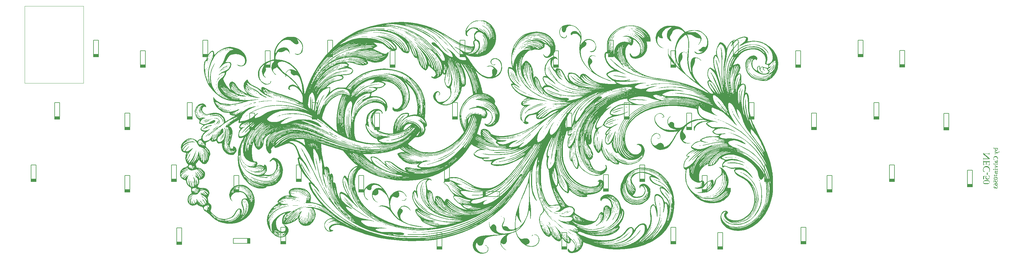
<source format=gbr>
%TF.GenerationSoftware,KiCad,Pcbnew,(7.0.0)*%
%TF.CreationDate,2023-03-10T13:35:50+01:00*%
%TF.ProjectId,NEC,4e45432e-6b69-4636-9164-5f7063625858,rev?*%
%TF.SameCoordinates,Original*%
%TF.FileFunction,Legend,Bot*%
%TF.FilePolarity,Positive*%
%FSLAX46Y46*%
G04 Gerber Fmt 4.6, Leading zero omitted, Abs format (unit mm)*
G04 Created by KiCad (PCBNEW (7.0.0)) date 2023-03-10 13:35:50*
%MOMM*%
%LPD*%
G01*
G04 APERTURE LIST*
%ADD10C,0.500000*%
%ADD11C,0.260000*%
%ADD12C,0.150000*%
%ADD13C,0.120000*%
G04 APERTURE END LIST*
D10*
G36*
X312397500Y-65177869D02*
G01*
X312384310Y-65165657D01*
X312315434Y-65165657D01*
X312303710Y-65177869D01*
X312303245Y-65198340D01*
X312302384Y-65222426D01*
X312301212Y-65244842D01*
X312299731Y-65265588D01*
X312297545Y-65288280D01*
X312294911Y-65308567D01*
X312294429Y-65311714D01*
X312290282Y-65332020D01*
X312284282Y-65351049D01*
X312274894Y-65368565D01*
X312267074Y-65376683D01*
X312249557Y-65386231D01*
X312230027Y-65391984D01*
X312208616Y-65395449D01*
X312206013Y-65395734D01*
X312186533Y-65397566D01*
X312164606Y-65399092D01*
X312143338Y-65400314D01*
X312118757Y-65401535D01*
X312098147Y-65402451D01*
X312075675Y-65403367D01*
X312051339Y-65404282D01*
X312025139Y-65405198D01*
X312015992Y-65405504D01*
X311988983Y-65406377D01*
X311963459Y-65407164D01*
X311939421Y-65407865D01*
X311916868Y-65408480D01*
X311895800Y-65409010D01*
X311876218Y-65409454D01*
X311852420Y-65409912D01*
X311831263Y-65410217D01*
X311808529Y-65410384D01*
X311804478Y-65410389D01*
X310707827Y-65410389D01*
X310687033Y-65409768D01*
X310664410Y-65407387D01*
X310644329Y-65403220D01*
X310624113Y-65396100D01*
X310605245Y-65384987D01*
X310590163Y-65371127D01*
X310578135Y-65354945D01*
X310569159Y-65336444D01*
X310563236Y-65315622D01*
X310559740Y-65293420D01*
X310557672Y-65273925D01*
X310555961Y-65251402D01*
X310554851Y-65231203D01*
X310553969Y-65209064D01*
X310553317Y-65184987D01*
X310552978Y-65165657D01*
X310541254Y-65154911D01*
X310472377Y-65154911D01*
X310459188Y-65165657D01*
X310459188Y-65188839D01*
X310459188Y-65211002D01*
X310459188Y-65232147D01*
X310459188Y-65252272D01*
X310459188Y-65280549D01*
X310459188Y-65306534D01*
X310459188Y-65330226D01*
X310459188Y-65351625D01*
X310459188Y-65376591D01*
X310459188Y-65397482D01*
X310459188Y-65414296D01*
X310459188Y-65439875D01*
X310459188Y-65464586D01*
X310459188Y-65488429D01*
X310459188Y-65511406D01*
X310459188Y-65533515D01*
X310459188Y-65554757D01*
X310459188Y-65575132D01*
X310459188Y-65600949D01*
X310459188Y-65625224D01*
X310459188Y-65642419D01*
X311028274Y-66080591D01*
X311836718Y-66724904D01*
X311855038Y-66739514D01*
X311873240Y-66754159D01*
X311891323Y-66768839D01*
X311909289Y-66783552D01*
X311927135Y-66798300D01*
X311944864Y-66813083D01*
X311962474Y-66827900D01*
X311979966Y-66842751D01*
X311997340Y-66857636D01*
X312014595Y-66872556D01*
X312031732Y-66887510D01*
X312048751Y-66902499D01*
X312065652Y-66917521D01*
X312082434Y-66932579D01*
X312099098Y-66947670D01*
X312115643Y-66962796D01*
X311056606Y-66962796D01*
X311034189Y-66962624D01*
X311009527Y-66962219D01*
X310985881Y-66961723D01*
X310965862Y-66961250D01*
X310943886Y-66960692D01*
X310919952Y-66960048D01*
X310894061Y-66959318D01*
X310866211Y-66958503D01*
X310846557Y-66957911D01*
X310826928Y-66957293D01*
X310799209Y-66956337D01*
X310773559Y-66955347D01*
X310749979Y-66954322D01*
X310728468Y-66953263D01*
X310703006Y-66951798D01*
X310681222Y-66950271D01*
X310659166Y-66948277D01*
X310642859Y-66946188D01*
X310622923Y-66942127D01*
X310603068Y-66935248D01*
X310586673Y-66924349D01*
X310584729Y-66922252D01*
X310574471Y-66905170D01*
X310567602Y-66884428D01*
X310563205Y-66863576D01*
X310562259Y-66857772D01*
X310559143Y-66835429D01*
X310556956Y-66813710D01*
X310555475Y-66793801D01*
X310554304Y-66772246D01*
X310553443Y-66749045D01*
X310552978Y-66729300D01*
X310541254Y-66718065D01*
X310472377Y-66718065D01*
X310459188Y-66729300D01*
X310459188Y-66750933D01*
X310459188Y-66774248D01*
X310459188Y-66799247D01*
X310459188Y-66825928D01*
X310459188Y-66854293D01*
X310459188Y-66874138D01*
X310459188Y-66894731D01*
X310459188Y-66916071D01*
X310459188Y-66938160D01*
X310459188Y-66960997D01*
X310459188Y-66984581D01*
X310459188Y-67008914D01*
X310459188Y-67033995D01*
X310459188Y-67046816D01*
X310459188Y-67069923D01*
X310459188Y-67092230D01*
X310459188Y-67113734D01*
X310459188Y-67134438D01*
X310459188Y-67154340D01*
X310459188Y-67182690D01*
X310459188Y-67209237D01*
X310459188Y-67233981D01*
X310459188Y-67256922D01*
X310459188Y-67278059D01*
X310459188Y-67303438D01*
X310459188Y-67320368D01*
X310472377Y-67332580D01*
X310541254Y-67332580D01*
X310552978Y-67321345D01*
X310553458Y-67299386D01*
X310554168Y-67278694D01*
X310555377Y-67254610D01*
X310556945Y-67232507D01*
X310558869Y-67212383D01*
X310561651Y-67190848D01*
X310563236Y-67181149D01*
X310567667Y-67161317D01*
X310575081Y-67140971D01*
X310586767Y-67123975D01*
X310593033Y-67119112D01*
X310611168Y-67110983D01*
X310630479Y-67105783D01*
X310651121Y-67102327D01*
X310653606Y-67102015D01*
X310676176Y-67100068D01*
X310698737Y-67098649D01*
X310720650Y-67097496D01*
X310745998Y-67096328D01*
X310767263Y-67095442D01*
X310790460Y-67094548D01*
X310815589Y-67093645D01*
X310842650Y-67092733D01*
X310869942Y-67091860D01*
X310895767Y-67091073D01*
X310920123Y-67090372D01*
X310943010Y-67089757D01*
X310964430Y-67089227D01*
X310984381Y-67088783D01*
X311008698Y-67088325D01*
X311030405Y-67088020D01*
X311053869Y-67087853D01*
X311058072Y-67087848D01*
X311710200Y-67087848D01*
X312087800Y-67089314D01*
X312111006Y-67089621D01*
X312134221Y-67089932D01*
X312157443Y-67090247D01*
X312180673Y-67090566D01*
X312203910Y-67090888D01*
X312227155Y-67091214D01*
X312250408Y-67091544D01*
X312273668Y-67091878D01*
X312296936Y-67092216D01*
X312320212Y-67092558D01*
X312343495Y-67092903D01*
X312366786Y-67093252D01*
X312390084Y-67093605D01*
X312413391Y-67093962D01*
X312436704Y-67094323D01*
X312460026Y-67094687D01*
X312453492Y-67076018D01*
X312446592Y-67054204D01*
X312439326Y-67029245D01*
X312433636Y-67008463D01*
X312427740Y-66985911D01*
X312421638Y-66961591D01*
X312415329Y-66935502D01*
X312408815Y-66907644D01*
X312404357Y-66888089D01*
X312399808Y-66867748D01*
X312397500Y-66857283D01*
X312282217Y-66759586D01*
X311924645Y-66466983D01*
X310760095Y-65535441D01*
X311803012Y-65535441D01*
X311825090Y-65535560D01*
X311846186Y-65535827D01*
X311870336Y-65536247D01*
X311890451Y-65536662D01*
X311912284Y-65537163D01*
X311935835Y-65537750D01*
X311961102Y-65538422D01*
X311988087Y-65539181D01*
X312016790Y-65540025D01*
X312026739Y-65540326D01*
X312046274Y-65540944D01*
X312073732Y-65541900D01*
X312098974Y-65542890D01*
X312122000Y-65543915D01*
X312142811Y-65544974D01*
X312167114Y-65546439D01*
X312187477Y-65547966D01*
X312207394Y-65549960D01*
X312221156Y-65552049D01*
X312240219Y-65556705D01*
X312259009Y-65563899D01*
X312268051Y-65569635D01*
X312279528Y-65585642D01*
X312287399Y-65604338D01*
X312291498Y-65617018D01*
X312295756Y-65636740D01*
X312298698Y-65659523D01*
X312300651Y-65682654D01*
X312301888Y-65703873D01*
X312302834Y-65727504D01*
X312303491Y-65753546D01*
X312303710Y-65767472D01*
X312315434Y-65778707D01*
X312385776Y-65778707D01*
X312397500Y-65767472D01*
X312397500Y-65743038D01*
X312397500Y-65720400D01*
X312397500Y-65695014D01*
X312397500Y-65674171D01*
X312397500Y-65651783D01*
X312397500Y-65627849D01*
X312397500Y-65602369D01*
X312397500Y-65575344D01*
X312397500Y-65546773D01*
X312397500Y-65536906D01*
X312397500Y-65511461D01*
X312397500Y-65486417D01*
X312397500Y-65461773D01*
X312397500Y-65437530D01*
X312397500Y-65413688D01*
X312397500Y-65390246D01*
X312397500Y-65367205D01*
X312397500Y-65344565D01*
X312397500Y-65322326D01*
X312397500Y-65300487D01*
X312397500Y-65279049D01*
X312397500Y-65258012D01*
X312397500Y-65237375D01*
X312397500Y-65217139D01*
X312397500Y-65197304D01*
X312397500Y-65177869D01*
G37*
G36*
X310469446Y-67514785D02*
G01*
X310459188Y-67526020D01*
X310459188Y-67555120D01*
X310459188Y-67583558D01*
X310459188Y-67611334D01*
X310459188Y-67638448D01*
X310459188Y-67664900D01*
X310459188Y-67690689D01*
X310459188Y-67715817D01*
X310459188Y-67740282D01*
X310459188Y-67764085D01*
X310459188Y-67787226D01*
X310459188Y-67809705D01*
X310459188Y-67831522D01*
X310459188Y-67852677D01*
X310459188Y-67873169D01*
X310459188Y-67893000D01*
X310459188Y-67930674D01*
X310459188Y-67965700D01*
X310459188Y-67998078D01*
X310459188Y-68027807D01*
X310459188Y-68054887D01*
X310459188Y-68079319D01*
X310459188Y-68101102D01*
X310459188Y-68128811D01*
X310459188Y-68156894D01*
X310459188Y-68184783D01*
X310459188Y-68212478D01*
X310459188Y-68239980D01*
X310459188Y-68267288D01*
X310459188Y-68294402D01*
X310459188Y-68321323D01*
X310459188Y-68348050D01*
X310459188Y-68374583D01*
X310459188Y-68400923D01*
X310459188Y-68427069D01*
X310459188Y-68453021D01*
X310459188Y-68478779D01*
X310459188Y-68504344D01*
X310459188Y-68529716D01*
X310459188Y-68554893D01*
X310459188Y-68579877D01*
X310459188Y-68604667D01*
X310459188Y-68629264D01*
X310459188Y-68653666D01*
X310459188Y-68677876D01*
X310459188Y-68701891D01*
X310459188Y-68725713D01*
X310459188Y-68749341D01*
X310459188Y-68772775D01*
X310459188Y-68796016D01*
X310459188Y-68819063D01*
X310459188Y-68841917D01*
X310459188Y-68864576D01*
X310459188Y-68887042D01*
X310459188Y-68909315D01*
X310459188Y-68931393D01*
X310468958Y-68938232D01*
X310495197Y-68931975D01*
X310524090Y-68926028D01*
X310544826Y-68922234D01*
X310566741Y-68918578D01*
X310589835Y-68915060D01*
X310614109Y-68911678D01*
X310639562Y-68908435D01*
X310666194Y-68905328D01*
X310694005Y-68902359D01*
X310722995Y-68899527D01*
X310753165Y-68896833D01*
X310784514Y-68894276D01*
X310817042Y-68891857D01*
X310850750Y-68889574D01*
X310885636Y-68887430D01*
X310896871Y-68879125D01*
X310896871Y-68811714D01*
X310886125Y-68799502D01*
X310866397Y-68800955D01*
X310864631Y-68800968D01*
X310843115Y-68800809D01*
X310821795Y-68800332D01*
X310800674Y-68799538D01*
X310779749Y-68798426D01*
X310759023Y-68796996D01*
X310738493Y-68795249D01*
X310718162Y-68793184D01*
X310698027Y-68790801D01*
X310678090Y-68788101D01*
X310658351Y-68785082D01*
X310645301Y-68782894D01*
X310636196Y-68760233D01*
X310627930Y-68735480D01*
X310622281Y-68715543D01*
X310617105Y-68694430D01*
X310612401Y-68672141D01*
X310608169Y-68648675D01*
X310604409Y-68624032D01*
X310601122Y-68598214D01*
X310598307Y-68571219D01*
X310595964Y-68543047D01*
X310593869Y-68515045D01*
X310591980Y-68488373D01*
X310590297Y-68463032D01*
X310588820Y-68439023D01*
X310587549Y-68416344D01*
X310586485Y-68394996D01*
X310585626Y-68374979D01*
X310584802Y-68350360D01*
X310584344Y-68328107D01*
X310584241Y-68312971D01*
X310584369Y-68292105D01*
X310584756Y-68270175D01*
X310585400Y-68247180D01*
X310586301Y-68223120D01*
X310587461Y-68197995D01*
X310588877Y-68171806D01*
X310590552Y-68144552D01*
X310592484Y-68116233D01*
X310594673Y-68086849D01*
X310596276Y-68066669D01*
X310597994Y-68046015D01*
X310598895Y-68035511D01*
X310812363Y-68030137D01*
X311056118Y-68026229D01*
X311326739Y-68021833D01*
X311328136Y-68049471D01*
X311329395Y-68076696D01*
X311330517Y-68103509D01*
X311331502Y-68129911D01*
X311332349Y-68155899D01*
X311333059Y-68181476D01*
X311333631Y-68206641D01*
X311334066Y-68231393D01*
X311334364Y-68255734D01*
X311334524Y-68279662D01*
X311334555Y-68295385D01*
X311334482Y-68318742D01*
X311334263Y-68341369D01*
X311333898Y-68363267D01*
X311333387Y-68384434D01*
X311332730Y-68404872D01*
X311331927Y-68424580D01*
X311330630Y-68449722D01*
X311329073Y-68473566D01*
X311327256Y-68496113D01*
X311326250Y-68506899D01*
X311324159Y-68527049D01*
X311321502Y-68549146D01*
X311318250Y-68571128D01*
X311314370Y-68590522D01*
X311308665Y-68606550D01*
X311294254Y-68620053D01*
X311275554Y-68628067D01*
X311273982Y-68628532D01*
X311253890Y-68632969D01*
X311232183Y-68636312D01*
X311212616Y-68638699D01*
X311190234Y-68640983D01*
X311182147Y-68641721D01*
X311095685Y-68647095D01*
X311084450Y-68657841D01*
X311084450Y-68721345D01*
X311095685Y-68732091D01*
X311124911Y-68731533D01*
X311154155Y-68730958D01*
X311183415Y-68730365D01*
X311212693Y-68729756D01*
X311241988Y-68729129D01*
X311261527Y-68728701D01*
X311281074Y-68728266D01*
X311300629Y-68727824D01*
X311320191Y-68727373D01*
X311339761Y-68726915D01*
X311359339Y-68726450D01*
X311378924Y-68725977D01*
X311398517Y-68725496D01*
X311408316Y-68725252D01*
X311729740Y-68732091D01*
X311740975Y-68721345D01*
X311740975Y-68657841D01*
X311729740Y-68647095D01*
X311643766Y-68637325D01*
X311620113Y-68634371D01*
X311598978Y-68631616D01*
X311576102Y-68628451D01*
X311553845Y-68625062D01*
X311532985Y-68621238D01*
X311525064Y-68619251D01*
X311506868Y-68610214D01*
X311493150Y-68596296D01*
X311491359Y-68593850D01*
X311482820Y-68575484D01*
X311477580Y-68555305D01*
X311473573Y-68533208D01*
X311470575Y-68511410D01*
X311468400Y-68491756D01*
X311466339Y-68470156D01*
X311464553Y-68446632D01*
X311463042Y-68421185D01*
X311462089Y-68400838D01*
X311461290Y-68379408D01*
X311460646Y-68356897D01*
X311460157Y-68333304D01*
X311459822Y-68308629D01*
X311459641Y-68282871D01*
X311459607Y-68265099D01*
X311459714Y-68243880D01*
X311460034Y-68220036D01*
X311460415Y-68200430D01*
X311460916Y-68179347D01*
X311461537Y-68156787D01*
X311462278Y-68132750D01*
X311463140Y-68107236D01*
X311464122Y-68080245D01*
X311465224Y-68051778D01*
X311466025Y-68031979D01*
X311466446Y-68021833D01*
X311489318Y-68020611D01*
X311514886Y-68019509D01*
X311543150Y-68018527D01*
X311563491Y-68017939D01*
X311585030Y-68017405D01*
X311607768Y-68016924D01*
X311631704Y-68016497D01*
X311656838Y-68016123D01*
X311683170Y-68015802D01*
X311710701Y-68015535D01*
X311739430Y-68015322D01*
X311769357Y-68015161D01*
X311800483Y-68015054D01*
X311832807Y-68015001D01*
X311849419Y-68014994D01*
X311884788Y-68015021D01*
X311918967Y-68015101D01*
X311951955Y-68015235D01*
X311983752Y-68015422D01*
X312014359Y-68015662D01*
X312043775Y-68015956D01*
X312072000Y-68016303D01*
X312099035Y-68016704D01*
X312124879Y-68017158D01*
X312149532Y-68017666D01*
X312172995Y-68018227D01*
X312195266Y-68018841D01*
X312216348Y-68019509D01*
X312236238Y-68020230D01*
X312263841Y-68021412D01*
X312272447Y-68021833D01*
X312272447Y-68274869D01*
X312272440Y-68295477D01*
X312272417Y-68315596D01*
X312272378Y-68335227D01*
X312272256Y-68373024D01*
X312272073Y-68408866D01*
X312271829Y-68442755D01*
X312271524Y-68474690D01*
X312271157Y-68504671D01*
X312270730Y-68532698D01*
X312270241Y-68558770D01*
X312269692Y-68582889D01*
X312269081Y-68605054D01*
X312268410Y-68625266D01*
X312267288Y-68651919D01*
X312266028Y-68674175D01*
X312264631Y-68692035D01*
X312262197Y-68712911D01*
X312259044Y-68733526D01*
X312255175Y-68753882D01*
X312250587Y-68773979D01*
X312245283Y-68793816D01*
X312239261Y-68813394D01*
X312232521Y-68832712D01*
X312225064Y-68851770D01*
X312204303Y-68858884D01*
X312182001Y-68865541D01*
X312159008Y-68871955D01*
X312137728Y-68877653D01*
X312113884Y-68883854D01*
X312094318Y-68888836D01*
X312080472Y-68892315D01*
X312059879Y-68897412D01*
X312040779Y-68902080D01*
X312017637Y-68907637D01*
X311997151Y-68912430D01*
X311975279Y-68917349D01*
X311954511Y-68921676D01*
X311937834Y-68924555D01*
X311928553Y-68938232D01*
X311928553Y-69004178D01*
X311937834Y-69015413D01*
X311958099Y-69011468D01*
X311982561Y-69007570D01*
X312005154Y-69004487D01*
X312030433Y-69001434D01*
X312051156Y-68999164D01*
X312073389Y-68996912D01*
X312097134Y-68994676D01*
X312122390Y-68992458D01*
X312140068Y-68990989D01*
X312166722Y-68988894D01*
X312192647Y-68987004D01*
X312217841Y-68985321D01*
X312242306Y-68983845D01*
X312266041Y-68982574D01*
X312289046Y-68981509D01*
X312311321Y-68980650D01*
X312332867Y-68979998D01*
X312353682Y-68979551D01*
X312373768Y-68979311D01*
X312386753Y-68979265D01*
X312397500Y-68969984D01*
X312397500Y-68936561D01*
X312397500Y-68901871D01*
X312397500Y-68865913D01*
X312397500Y-68828689D01*
X312397500Y-68790198D01*
X312397500Y-68770477D01*
X312397500Y-68750440D01*
X312397500Y-68730086D01*
X312397500Y-68709415D01*
X312397500Y-68688427D01*
X312397500Y-68667123D01*
X312397500Y-68645501D01*
X312397500Y-68623563D01*
X312397500Y-68601309D01*
X312397500Y-68578737D01*
X312397500Y-68555849D01*
X312397500Y-68532644D01*
X312397500Y-68509122D01*
X312397500Y-68485284D01*
X312397500Y-68461129D01*
X312397500Y-68436657D01*
X312397500Y-68411868D01*
X312397500Y-68386762D01*
X312397500Y-68361340D01*
X312397500Y-68335601D01*
X312397500Y-68309545D01*
X312397500Y-68283173D01*
X312397500Y-67908993D01*
X312397500Y-67884444D01*
X312397500Y-67859705D01*
X312397500Y-67834778D01*
X312397500Y-67809662D01*
X312397500Y-67784357D01*
X312397500Y-67758864D01*
X312397500Y-67733181D01*
X312397500Y-67707309D01*
X312397500Y-67681249D01*
X312397500Y-67654999D01*
X312397500Y-67637395D01*
X312387730Y-67626160D01*
X312347185Y-67626160D01*
X312334973Y-67636906D01*
X312325196Y-67656095D01*
X312314327Y-67677032D01*
X312304960Y-67694582D01*
X312294371Y-67713462D01*
X312283682Y-67729719D01*
X312264937Y-67735306D01*
X312245351Y-67737893D01*
X312218958Y-67740343D01*
X312194695Y-67742091D01*
X312166602Y-67743761D01*
X312145746Y-67744831D01*
X312123188Y-67745867D01*
X312098928Y-67746869D01*
X312072966Y-67747836D01*
X312045301Y-67748770D01*
X312017149Y-67749716D01*
X311989843Y-67750601D01*
X311963385Y-67751426D01*
X311937773Y-67752189D01*
X311913009Y-67752891D01*
X311889093Y-67753532D01*
X311866023Y-67754112D01*
X311843801Y-67754631D01*
X311822426Y-67755089D01*
X311801898Y-67755486D01*
X311782217Y-67755822D01*
X311754285Y-67756211D01*
X311728259Y-67756463D01*
X311704139Y-67756578D01*
X311696523Y-67756585D01*
X311195825Y-67756585D01*
X310886125Y-67755120D01*
X310861433Y-67755074D01*
X310837917Y-67754937D01*
X310815577Y-67754708D01*
X310794412Y-67754387D01*
X310774422Y-67753975D01*
X310751088Y-67753331D01*
X310729590Y-67752544D01*
X310721505Y-67752189D01*
X310698962Y-67751118D01*
X310678961Y-67749739D01*
X310658839Y-67747739D01*
X310638050Y-67744549D01*
X310630647Y-67742908D01*
X310611162Y-67736948D01*
X310593233Y-67727365D01*
X310592545Y-67726788D01*
X310580447Y-67711408D01*
X310574471Y-67697967D01*
X310568524Y-67677335D01*
X310564879Y-67657478D01*
X310561963Y-67636000D01*
X310561282Y-67630068D01*
X310552978Y-67526020D01*
X310542719Y-67514785D01*
X310469446Y-67514785D01*
G37*
G36*
X312176215Y-71040675D02*
G01*
X312295894Y-70988895D01*
X312305992Y-70969804D01*
X312315770Y-70950631D01*
X312325227Y-70931377D01*
X312334363Y-70912043D01*
X312343178Y-70892627D01*
X312351673Y-70873130D01*
X312359848Y-70853552D01*
X312367702Y-70833893D01*
X312375235Y-70814152D01*
X312382448Y-70794331D01*
X312389340Y-70774428D01*
X312395912Y-70754445D01*
X312402163Y-70734380D01*
X312408094Y-70714235D01*
X312413703Y-70694008D01*
X312418993Y-70673700D01*
X312423962Y-70653311D01*
X312428610Y-70632841D01*
X312432938Y-70612289D01*
X312436945Y-70591657D01*
X312440631Y-70570944D01*
X312443997Y-70550149D01*
X312447043Y-70529274D01*
X312449767Y-70508317D01*
X312452172Y-70487279D01*
X312454255Y-70466160D01*
X312456019Y-70444960D01*
X312457461Y-70423679D01*
X312458583Y-70402317D01*
X312459385Y-70380874D01*
X312459865Y-70359349D01*
X312460026Y-70337744D01*
X312459747Y-70306907D01*
X312458909Y-70276435D01*
X312457514Y-70246327D01*
X312455561Y-70216584D01*
X312453049Y-70187205D01*
X312449979Y-70158191D01*
X312446351Y-70129541D01*
X312442165Y-70101256D01*
X312437421Y-70073335D01*
X312432119Y-70045778D01*
X312426259Y-70018586D01*
X312419840Y-69991758D01*
X312412863Y-69965295D01*
X312405329Y-69939197D01*
X312397236Y-69913462D01*
X312388585Y-69888093D01*
X312379375Y-69863087D01*
X312369608Y-69838446D01*
X312359283Y-69814170D01*
X312348399Y-69790258D01*
X312336957Y-69766711D01*
X312324957Y-69743528D01*
X312312399Y-69720709D01*
X312299283Y-69698255D01*
X312285609Y-69676165D01*
X312271377Y-69654440D01*
X312256586Y-69633079D01*
X312241238Y-69612083D01*
X312225331Y-69591451D01*
X312208866Y-69571184D01*
X312191843Y-69551281D01*
X312174262Y-69531742D01*
X312156199Y-69512689D01*
X312137795Y-69494240D01*
X312119048Y-69476396D01*
X312099958Y-69459156D01*
X312080526Y-69442522D01*
X312060752Y-69426493D01*
X312040634Y-69411068D01*
X312020175Y-69396249D01*
X311999373Y-69382034D01*
X311978228Y-69368424D01*
X311956741Y-69355419D01*
X311934911Y-69343019D01*
X311912739Y-69331224D01*
X311890224Y-69320033D01*
X311867367Y-69309448D01*
X311844167Y-69299467D01*
X311820625Y-69290092D01*
X311796740Y-69281321D01*
X311772513Y-69273155D01*
X311747943Y-69265594D01*
X311723031Y-69258638D01*
X311697776Y-69252287D01*
X311672179Y-69246540D01*
X311646239Y-69241399D01*
X311619957Y-69236862D01*
X311593332Y-69232930D01*
X311566364Y-69229603D01*
X311539055Y-69226881D01*
X311511402Y-69224764D01*
X311483407Y-69223252D01*
X311455070Y-69222345D01*
X311426390Y-69222042D01*
X311406593Y-69222193D01*
X311386952Y-69222645D01*
X311348141Y-69224454D01*
X311309955Y-69227469D01*
X311272395Y-69231690D01*
X311235461Y-69237117D01*
X311199153Y-69243750D01*
X311163470Y-69251588D01*
X311128414Y-69260633D01*
X311093983Y-69270883D01*
X311060178Y-69282340D01*
X311026999Y-69295002D01*
X310994446Y-69308871D01*
X310962519Y-69323945D01*
X310931218Y-69340225D01*
X310900543Y-69357712D01*
X310870493Y-69376404D01*
X310841226Y-69396146D01*
X310812898Y-69416658D01*
X310785508Y-69437942D01*
X310759057Y-69459996D01*
X310733545Y-69482821D01*
X310708972Y-69506417D01*
X310685338Y-69530784D01*
X310662643Y-69555922D01*
X310640886Y-69581831D01*
X310620068Y-69608511D01*
X310600189Y-69635962D01*
X310581249Y-69664183D01*
X310563247Y-69693175D01*
X310546185Y-69722939D01*
X310530061Y-69753473D01*
X310514876Y-69784778D01*
X310500561Y-69816711D01*
X310487169Y-69849128D01*
X310474702Y-69882030D01*
X310463157Y-69915417D01*
X310452536Y-69949289D01*
X310442839Y-69983645D01*
X310434066Y-70018486D01*
X310426215Y-70053811D01*
X310419289Y-70089622D01*
X310413286Y-70125917D01*
X310408206Y-70162696D01*
X310404050Y-70199960D01*
X310400818Y-70237709D01*
X310398509Y-70275943D01*
X310397124Y-70314661D01*
X310396778Y-70334202D01*
X310396662Y-70353864D01*
X310396817Y-70376685D01*
X310397280Y-70399476D01*
X310398053Y-70422237D01*
X310399135Y-70444966D01*
X310400526Y-70467666D01*
X310402226Y-70490334D01*
X310404236Y-70512973D01*
X310406554Y-70535580D01*
X310409181Y-70558158D01*
X310412118Y-70580704D01*
X310415364Y-70603220D01*
X310418919Y-70625706D01*
X310422783Y-70648161D01*
X310426956Y-70670586D01*
X310431438Y-70692980D01*
X310436229Y-70715343D01*
X310441175Y-70737459D01*
X310446243Y-70759108D01*
X310451434Y-70780293D01*
X310456746Y-70801011D01*
X310462180Y-70821264D01*
X310467737Y-70841052D01*
X310473415Y-70860374D01*
X310479216Y-70879230D01*
X310488146Y-70906642D01*
X310497351Y-70933006D01*
X310506831Y-70958322D01*
X310516585Y-70982591D01*
X310526615Y-71005812D01*
X310530019Y-71013319D01*
X310543696Y-71023089D01*
X310566098Y-71015220D01*
X310587457Y-71009408D01*
X310612724Y-71003674D01*
X310641897Y-70998017D01*
X310663516Y-70994288D01*
X310686872Y-70990594D01*
X310711964Y-70986934D01*
X310738792Y-70983309D01*
X310767357Y-70979717D01*
X310797659Y-70976161D01*
X310829697Y-70972638D01*
X310863471Y-70969150D01*
X310898981Y-70965696D01*
X310917388Y-70963982D01*
X310928135Y-70954213D01*
X310928135Y-70889733D01*
X310917388Y-70878986D01*
X310687800Y-70864820D01*
X310673446Y-70845674D01*
X310659693Y-70825791D01*
X310646541Y-70805168D01*
X310633990Y-70783808D01*
X310622040Y-70761708D01*
X310610691Y-70738871D01*
X310599944Y-70715295D01*
X310589797Y-70690980D01*
X310580252Y-70665927D01*
X310571307Y-70640135D01*
X310565678Y-70622531D01*
X310557821Y-70595775D01*
X310550737Y-70568813D01*
X310544426Y-70541645D01*
X310538888Y-70514270D01*
X310534122Y-70486690D01*
X310530129Y-70458903D01*
X310526909Y-70430911D01*
X310524462Y-70402712D01*
X310522788Y-70374308D01*
X310521886Y-70345697D01*
X310521714Y-70326509D01*
X310522108Y-70297692D01*
X310523287Y-70269249D01*
X310525252Y-70241180D01*
X310528004Y-70213485D01*
X310531541Y-70186164D01*
X310535865Y-70159217D01*
X310540975Y-70132645D01*
X310546871Y-70106446D01*
X310553554Y-70080621D01*
X310561022Y-70055170D01*
X310569277Y-70030093D01*
X310578318Y-70005390D01*
X310588145Y-69981061D01*
X310598758Y-69957107D01*
X310610157Y-69933526D01*
X310622342Y-69910319D01*
X310635274Y-69887621D01*
X310648912Y-69865569D01*
X310663255Y-69844161D01*
X310678305Y-69823399D01*
X310694060Y-69803281D01*
X310710522Y-69783809D01*
X310727689Y-69764981D01*
X310745563Y-69746798D01*
X310764143Y-69729260D01*
X310783428Y-69712368D01*
X310803420Y-69696120D01*
X310824118Y-69680517D01*
X310845521Y-69665559D01*
X310867631Y-69651246D01*
X310890447Y-69637578D01*
X310913968Y-69624555D01*
X310938177Y-69612251D01*
X310963054Y-69600741D01*
X310988598Y-69590025D01*
X311014810Y-69580102D01*
X311041690Y-69570974D01*
X311069238Y-69562639D01*
X311097454Y-69555098D01*
X311126338Y-69548351D01*
X311155889Y-69542397D01*
X311186108Y-69537238D01*
X311216996Y-69532872D01*
X311248551Y-69529300D01*
X311280773Y-69526522D01*
X311313664Y-69524537D01*
X311347223Y-69523346D01*
X311381449Y-69522950D01*
X311415926Y-69523415D01*
X311449868Y-69524812D01*
X311483276Y-69527140D01*
X311516149Y-69530399D01*
X311548488Y-69534589D01*
X311580293Y-69539711D01*
X311611564Y-69545763D01*
X311642301Y-69552747D01*
X311672503Y-69560662D01*
X311702171Y-69569508D01*
X311731304Y-69579286D01*
X311759904Y-69589994D01*
X311787969Y-69601634D01*
X311815499Y-69614205D01*
X311842496Y-69627707D01*
X311868958Y-69642140D01*
X311894775Y-69657440D01*
X311919837Y-69673418D01*
X311944143Y-69690077D01*
X311967693Y-69707414D01*
X311990488Y-69725431D01*
X312012527Y-69744127D01*
X312033810Y-69763502D01*
X312054338Y-69783557D01*
X312074111Y-69804291D01*
X312093127Y-69825704D01*
X312111388Y-69847796D01*
X312128893Y-69870568D01*
X312145643Y-69894019D01*
X312161637Y-69918150D01*
X312176876Y-69942960D01*
X312191359Y-69968449D01*
X312204964Y-69994607D01*
X312217691Y-70021304D01*
X312229541Y-70048539D01*
X312240512Y-70076312D01*
X312250607Y-70104623D01*
X312259823Y-70133473D01*
X312268161Y-70162860D01*
X312275622Y-70192786D01*
X312282205Y-70223249D01*
X312287911Y-70254251D01*
X312292738Y-70285791D01*
X312296688Y-70317868D01*
X312299760Y-70350484D01*
X312301955Y-70383639D01*
X312303271Y-70417331D01*
X312303710Y-70451561D01*
X312303517Y-70474460D01*
X312302937Y-70497179D01*
X312301971Y-70519718D01*
X312300619Y-70542076D01*
X312298880Y-70564254D01*
X312296755Y-70586251D01*
X312294243Y-70608069D01*
X312291345Y-70629706D01*
X312288061Y-70651162D01*
X312284390Y-70672438D01*
X312281728Y-70686523D01*
X312277429Y-70707345D01*
X312272959Y-70727498D01*
X312268316Y-70746981D01*
X312261859Y-70771917D01*
X312255096Y-70795662D01*
X312248029Y-70818216D01*
X312240656Y-70839580D01*
X312232977Y-70859753D01*
X312227018Y-70874101D01*
X312218615Y-70892694D01*
X312209768Y-70911104D01*
X312200479Y-70929330D01*
X312190748Y-70947374D01*
X312180574Y-70965234D01*
X312169957Y-70982911D01*
X312158897Y-71000405D01*
X312147395Y-71017716D01*
X312176215Y-71040675D01*
G37*
G36*
X311803501Y-71171589D02*
G01*
X311782984Y-71171589D01*
X311584659Y-71233138D01*
X311584659Y-71968309D01*
X311606641Y-71968309D01*
X311803501Y-71902363D01*
X311803501Y-71171589D01*
G37*
G36*
X312359398Y-72221345D02*
G01*
X312338107Y-72214590D01*
X312314352Y-72206598D01*
X312288133Y-72197371D01*
X312269284Y-72190532D01*
X312249340Y-72183143D01*
X312228301Y-72175206D01*
X312206166Y-72166718D01*
X312182936Y-72157681D01*
X312158611Y-72148095D01*
X312133191Y-72137959D01*
X312106675Y-72127273D01*
X312079065Y-72116038D01*
X312050358Y-72104253D01*
X312020557Y-72091919D01*
X312005245Y-72085546D01*
X311987172Y-72088476D01*
X311959816Y-72136348D01*
X311963724Y-72152957D01*
X311989034Y-72166850D01*
X312012939Y-72180075D01*
X312035440Y-72192633D01*
X312056536Y-72204522D01*
X312076229Y-72215744D01*
X312094516Y-72226298D01*
X312111400Y-72236184D01*
X312134091Y-72249761D01*
X312153623Y-72261835D01*
X312174750Y-72275597D01*
X312193259Y-72289042D01*
X312200151Y-72295106D01*
X312212824Y-72310937D01*
X312224467Y-72329977D01*
X312234721Y-72349700D01*
X312243285Y-72368003D01*
X312252169Y-72388550D01*
X312261374Y-72411341D01*
X312266097Y-72423578D01*
X312272819Y-72442453D01*
X312278880Y-72461525D01*
X312284279Y-72480795D01*
X312289018Y-72500262D01*
X312293095Y-72519927D01*
X312296511Y-72539790D01*
X312299266Y-72559849D01*
X312301359Y-72580107D01*
X312302792Y-72600562D01*
X312303563Y-72621214D01*
X312303710Y-72635092D01*
X312303182Y-72660825D01*
X312301598Y-72685999D01*
X312298958Y-72710616D01*
X312295261Y-72734674D01*
X312290508Y-72758175D01*
X312284699Y-72781117D01*
X312277834Y-72803501D01*
X312269913Y-72825327D01*
X312260936Y-72846594D01*
X312250902Y-72867304D01*
X312243627Y-72880800D01*
X312231858Y-72900465D01*
X312219086Y-72919160D01*
X312205309Y-72936884D01*
X312190527Y-72953638D01*
X312174740Y-72969422D01*
X312157949Y-72984235D01*
X312140153Y-72998078D01*
X312121352Y-73010951D01*
X312101547Y-73022854D01*
X312080738Y-73033786D01*
X312066306Y-73040535D01*
X312044050Y-73049876D01*
X312021243Y-73058298D01*
X311997888Y-73065801D01*
X311973982Y-73072386D01*
X311949528Y-73078052D01*
X311924523Y-73082799D01*
X311898969Y-73086627D01*
X311872866Y-73089536D01*
X311846213Y-73091527D01*
X311819010Y-73092599D01*
X311800570Y-73092803D01*
X311773628Y-73092348D01*
X311747390Y-73090983D01*
X311721856Y-73088707D01*
X311697026Y-73085522D01*
X311672901Y-73081426D01*
X311649479Y-73076420D01*
X311626762Y-73070503D01*
X311604748Y-73063677D01*
X311583439Y-73055941D01*
X311562834Y-73047294D01*
X311549488Y-73041024D01*
X311530068Y-73030926D01*
X311511558Y-73019866D01*
X311493958Y-73007845D01*
X311477269Y-72994862D01*
X311461489Y-72980917D01*
X311446620Y-72966010D01*
X311432661Y-72950142D01*
X311419612Y-72933312D01*
X311407474Y-72915521D01*
X311396245Y-72896768D01*
X311389265Y-72883731D01*
X311379488Y-72863797D01*
X311370672Y-72843563D01*
X311362818Y-72823028D01*
X311355926Y-72802192D01*
X311349995Y-72781056D01*
X311345027Y-72759620D01*
X311341019Y-72737882D01*
X311337974Y-72715845D01*
X311335890Y-72693507D01*
X311334768Y-72670868D01*
X311334555Y-72655608D01*
X311335020Y-72631988D01*
X311336415Y-72609059D01*
X311338741Y-72586822D01*
X311341996Y-72565277D01*
X311346182Y-72544423D01*
X311351299Y-72524261D01*
X311353606Y-72516390D01*
X311359821Y-72497351D01*
X311367973Y-72475827D01*
X311376880Y-72455746D01*
X311386543Y-72437107D01*
X311396962Y-72419911D01*
X311402454Y-72411854D01*
X311414641Y-72395551D01*
X311428855Y-72378148D01*
X311442248Y-72362807D01*
X311457048Y-72346702D01*
X311473255Y-72329834D01*
X311487235Y-72315790D01*
X311490870Y-72312203D01*
X311475727Y-72256027D01*
X311178728Y-72271170D01*
X311157692Y-72272429D01*
X311136596Y-72273521D01*
X311115438Y-72274445D01*
X311094220Y-72275200D01*
X311072940Y-72275788D01*
X311051599Y-72276208D01*
X311030198Y-72276460D01*
X311008735Y-72276543D01*
X310763026Y-72276543D01*
X310742408Y-72276483D01*
X310721953Y-72276303D01*
X310701662Y-72276003D01*
X310681533Y-72275582D01*
X310661568Y-72275041D01*
X310641766Y-72274380D01*
X310622126Y-72273598D01*
X310596195Y-72272369D01*
X310570553Y-72270927D01*
X310551512Y-72269705D01*
X310529845Y-72268211D01*
X310508604Y-72266858D01*
X310487683Y-72265738D01*
X310472866Y-72265308D01*
X310459188Y-72283382D01*
X310462974Y-72309869D01*
X310466516Y-72336818D01*
X310469813Y-72364229D01*
X310472866Y-72392101D01*
X310475675Y-72420435D01*
X310478239Y-72449231D01*
X310480560Y-72478488D01*
X310482636Y-72508208D01*
X310484467Y-72538389D01*
X310486055Y-72569032D01*
X310487398Y-72600137D01*
X310488497Y-72631703D01*
X310489352Y-72663731D01*
X310489963Y-72696221D01*
X310490329Y-72729173D01*
X310490451Y-72762587D01*
X310490329Y-72788547D01*
X310489963Y-72815137D01*
X310489352Y-72842357D01*
X310488497Y-72870206D01*
X310487398Y-72898685D01*
X310486055Y-72927794D01*
X310484467Y-72957533D01*
X310482636Y-72987901D01*
X310480560Y-73018899D01*
X310478239Y-73050526D01*
X310475675Y-73082783D01*
X310472866Y-73115670D01*
X310469813Y-73149187D01*
X310466516Y-73183333D01*
X310462974Y-73218109D01*
X310459188Y-73253515D01*
X310473354Y-73258888D01*
X310494780Y-73256074D01*
X310515706Y-73253736D01*
X310536130Y-73251876D01*
X310556053Y-73250492D01*
X310579300Y-73249462D01*
X310601826Y-73249118D01*
X310621717Y-73249466D01*
X310641516Y-73250218D01*
X310661500Y-73251196D01*
X310684266Y-73252484D01*
X310700989Y-73253515D01*
X310709293Y-73239837D01*
X310709293Y-73219819D01*
X310709293Y-73198965D01*
X310709293Y-73177275D01*
X310709293Y-73154749D01*
X310709293Y-73131388D01*
X310709293Y-73107190D01*
X310709293Y-73082158D01*
X310709293Y-73056289D01*
X310709293Y-73029584D01*
X310709293Y-73002044D01*
X310709293Y-72973668D01*
X310709293Y-72944456D01*
X310709293Y-72914408D01*
X310709293Y-72883525D01*
X310709293Y-72851806D01*
X310709293Y-72819251D01*
X310709293Y-72797136D01*
X310709293Y-72775608D01*
X310709293Y-72754668D01*
X310709293Y-72734316D01*
X310709293Y-72714551D01*
X310709293Y-72676785D01*
X310709293Y-72641370D01*
X310709293Y-72608305D01*
X310709293Y-72577592D01*
X310709293Y-72549229D01*
X310709293Y-72523217D01*
X310709293Y-72499556D01*
X310709293Y-72478246D01*
X310709293Y-72450689D01*
X310709293Y-72428421D01*
X310709293Y-72406958D01*
X310709293Y-72403061D01*
X310730658Y-72400544D01*
X310753966Y-72398123D01*
X310779217Y-72395797D01*
X310806410Y-72393566D01*
X310835546Y-72391431D01*
X310866623Y-72389391D01*
X310899644Y-72387447D01*
X310934607Y-72385598D01*
X310971512Y-72383844D01*
X311010360Y-72382186D01*
X311030513Y-72381393D01*
X311051151Y-72380623D01*
X311072275Y-72379878D01*
X311093884Y-72379156D01*
X311115979Y-72378458D01*
X311138559Y-72377784D01*
X311161625Y-72377134D01*
X311185177Y-72376507D01*
X311209215Y-72375905D01*
X311233738Y-72375326D01*
X311258746Y-72374772D01*
X311284241Y-72374241D01*
X311269675Y-72395201D01*
X311256019Y-72415766D01*
X311243274Y-72435936D01*
X311231438Y-72455711D01*
X311220513Y-72475091D01*
X311210498Y-72494076D01*
X311201394Y-72512666D01*
X311193199Y-72530861D01*
X311183689Y-72554507D01*
X311175797Y-72577451D01*
X311169042Y-72600394D01*
X311163188Y-72623796D01*
X311158234Y-72647655D01*
X311154181Y-72671973D01*
X311151029Y-72696748D01*
X311148777Y-72721981D01*
X311147426Y-72747673D01*
X311147004Y-72767242D01*
X311146976Y-72773822D01*
X311147573Y-72801829D01*
X311149363Y-72829612D01*
X311152347Y-72857173D01*
X311156524Y-72884510D01*
X311161895Y-72911624D01*
X311168460Y-72938514D01*
X311176218Y-72965181D01*
X311185170Y-72991625D01*
X311195315Y-73017846D01*
X311206653Y-73043844D01*
X311214876Y-73061051D01*
X311228143Y-73086266D01*
X311242485Y-73110253D01*
X311257899Y-73133012D01*
X311274387Y-73154543D01*
X311291948Y-73174846D01*
X311310583Y-73193922D01*
X311330290Y-73211769D01*
X311351072Y-73228388D01*
X311372926Y-73243780D01*
X311395854Y-73257944D01*
X311411735Y-73266704D01*
X311436096Y-73278838D01*
X311460817Y-73289779D01*
X311485898Y-73299526D01*
X311511341Y-73308080D01*
X311537144Y-73315440D01*
X311563307Y-73321607D01*
X311589831Y-73326580D01*
X311616716Y-73330360D01*
X311643962Y-73332946D01*
X311671568Y-73334338D01*
X311690172Y-73334603D01*
X311724439Y-73333705D01*
X311758362Y-73331009D01*
X311791941Y-73326515D01*
X311825177Y-73320224D01*
X311858070Y-73312135D01*
X311890619Y-73302249D01*
X311922825Y-73290565D01*
X311954687Y-73277084D01*
X311986206Y-73261806D01*
X312017381Y-73244730D01*
X312048213Y-73225856D01*
X312078702Y-73205185D01*
X312108846Y-73182717D01*
X312138648Y-73158451D01*
X312153420Y-73145644D01*
X312168106Y-73132388D01*
X312182706Y-73118682D01*
X312197220Y-73104527D01*
X312211466Y-73090021D01*
X312225259Y-73075263D01*
X312238599Y-73060254D01*
X312251488Y-73044993D01*
X312263924Y-73029479D01*
X312275909Y-73013714D01*
X312287440Y-72997697D01*
X312298520Y-72981428D01*
X312309148Y-72964908D01*
X312319323Y-72948135D01*
X312329046Y-72931110D01*
X312338316Y-72913834D01*
X312347135Y-72896306D01*
X312355501Y-72878526D01*
X312363415Y-72860494D01*
X312370877Y-72842210D01*
X312377887Y-72823674D01*
X312384444Y-72804887D01*
X312390549Y-72785847D01*
X312396202Y-72766556D01*
X312401403Y-72747012D01*
X312406151Y-72727217D01*
X312410447Y-72707170D01*
X312414291Y-72686871D01*
X312417683Y-72666321D01*
X312420622Y-72645518D01*
X312423110Y-72624464D01*
X312425145Y-72603157D01*
X312426728Y-72581599D01*
X312427858Y-72559789D01*
X312428536Y-72537727D01*
X312428763Y-72515413D01*
X312428503Y-72491996D01*
X312427725Y-72469617D01*
X312426427Y-72448277D01*
X312424610Y-72427974D01*
X312421610Y-72404055D01*
X312417798Y-72381759D01*
X312413176Y-72361084D01*
X312412154Y-72357144D01*
X312406616Y-72337342D01*
X312400075Y-72317015D01*
X312392534Y-72296164D01*
X312383990Y-72274788D01*
X312374444Y-72252887D01*
X312366087Y-72234989D01*
X312359398Y-72221345D01*
G37*
G36*
X311566377Y-73525716D02*
G01*
X311589445Y-73526059D01*
X311612341Y-73526632D01*
X311635065Y-73527433D01*
X311657617Y-73528464D01*
X311679998Y-73529723D01*
X311702207Y-73531211D01*
X311724244Y-73532929D01*
X311746110Y-73534875D01*
X311767803Y-73537050D01*
X311789325Y-73539455D01*
X311810676Y-73542088D01*
X311831854Y-73544950D01*
X311852861Y-73548041D01*
X311873696Y-73551361D01*
X311894359Y-73554911D01*
X311904606Y-73556815D01*
X311924843Y-73560880D01*
X311944741Y-73565284D01*
X311964300Y-73570027D01*
X311983519Y-73575111D01*
X312002398Y-73580534D01*
X312030080Y-73589305D01*
X312056998Y-73598840D01*
X312083151Y-73609140D01*
X312108541Y-73620204D01*
X312133166Y-73632032D01*
X312157027Y-73644624D01*
X312180123Y-73657981D01*
X312194984Y-73667361D01*
X312216445Y-73682033D01*
X312236910Y-73697426D01*
X312256379Y-73713541D01*
X312274851Y-73730376D01*
X312292328Y-73747933D01*
X312308809Y-73766211D01*
X312324293Y-73785211D01*
X312338782Y-73804931D01*
X312352275Y-73825373D01*
X312364771Y-73846536D01*
X312372520Y-73861021D01*
X312383206Y-73883256D01*
X312392767Y-73906101D01*
X312401204Y-73929556D01*
X312408515Y-73953620D01*
X312414702Y-73978294D01*
X312419764Y-74003577D01*
X312423701Y-74029470D01*
X312426513Y-74055973D01*
X312428200Y-74083085D01*
X312428763Y-74110807D01*
X312427759Y-74147606D01*
X312424748Y-74183386D01*
X312419729Y-74218146D01*
X312412704Y-74251888D01*
X312403670Y-74284611D01*
X312392630Y-74316315D01*
X312379582Y-74347000D01*
X312364527Y-74376666D01*
X312347464Y-74405313D01*
X312328394Y-74432941D01*
X312307317Y-74459550D01*
X312284232Y-74485140D01*
X312259140Y-74509711D01*
X312232040Y-74533263D01*
X312202933Y-74555797D01*
X312171819Y-74577311D01*
X312155450Y-74587679D01*
X312138522Y-74597719D01*
X312121035Y-74607429D01*
X312102988Y-74616810D01*
X312084383Y-74625862D01*
X312065219Y-74634584D01*
X312045495Y-74642978D01*
X312025212Y-74651042D01*
X312004371Y-74658777D01*
X311982970Y-74666183D01*
X311961010Y-74673260D01*
X311938491Y-74680008D01*
X311915413Y-74686426D01*
X311891776Y-74692515D01*
X311867579Y-74698276D01*
X311842824Y-74703707D01*
X311817510Y-74708809D01*
X311791636Y-74713581D01*
X311765203Y-74718025D01*
X311738212Y-74722139D01*
X311710661Y-74725925D01*
X311682551Y-74729381D01*
X311653882Y-74732508D01*
X311624654Y-74735306D01*
X311594867Y-74737774D01*
X311564521Y-74739914D01*
X311533615Y-74741724D01*
X311502151Y-74743205D01*
X311470128Y-74744357D01*
X311437545Y-74745180D01*
X311404403Y-74745674D01*
X311370703Y-74745839D01*
X311349926Y-74745779D01*
X311329424Y-74745600D01*
X311309195Y-74745302D01*
X311289240Y-74744885D01*
X311250152Y-74743692D01*
X311212158Y-74742022D01*
X311175261Y-74739876D01*
X311139458Y-74737252D01*
X311104751Y-74734151D01*
X311071139Y-74730573D01*
X311038622Y-74726519D01*
X311007201Y-74721987D01*
X310976874Y-74716978D01*
X310947643Y-74711492D01*
X310919508Y-74705529D01*
X310892467Y-74699089D01*
X310866522Y-74692172D01*
X310841673Y-74684778D01*
X310817704Y-74676838D01*
X310794526Y-74668284D01*
X310772138Y-74659115D01*
X310750539Y-74649332D01*
X310729731Y-74638935D01*
X310709713Y-74627923D01*
X310690484Y-74616296D01*
X310672046Y-74604056D01*
X310654397Y-74591200D01*
X310637539Y-74577731D01*
X310621470Y-74563647D01*
X310606192Y-74548948D01*
X310591703Y-74533636D01*
X310578005Y-74517708D01*
X310565096Y-74501166D01*
X310552978Y-74484010D01*
X310541620Y-74466432D01*
X310530996Y-74448504D01*
X310521104Y-74430223D01*
X310511945Y-74411592D01*
X310503518Y-74392610D01*
X310495825Y-74373277D01*
X310488864Y-74353592D01*
X310482636Y-74333557D01*
X310477140Y-74313170D01*
X310472377Y-74292432D01*
X310468347Y-74271343D01*
X310465050Y-74249904D01*
X310462486Y-74228113D01*
X310460654Y-74205970D01*
X310459555Y-74183477D01*
X310459188Y-74160633D01*
X310459262Y-74150531D01*
X310459854Y-74130529D01*
X310460129Y-74125950D01*
X310552978Y-74125950D01*
X310553851Y-74151262D01*
X310556473Y-74175661D01*
X310560843Y-74199149D01*
X310566960Y-74221724D01*
X310574826Y-74243387D01*
X310584439Y-74264138D01*
X310595800Y-74283977D01*
X310608909Y-74302904D01*
X310623766Y-74320919D01*
X310640371Y-74338022D01*
X310658723Y-74354212D01*
X310678824Y-74369491D01*
X310700672Y-74383857D01*
X310724268Y-74397312D01*
X310749612Y-74409854D01*
X310776704Y-74421484D01*
X310790924Y-74426984D01*
X310820786Y-74437460D01*
X310852546Y-74447237D01*
X310886202Y-74456316D01*
X310921754Y-74464697D01*
X310959203Y-74472379D01*
X310978639Y-74475958D01*
X310998549Y-74479363D01*
X311018934Y-74482593D01*
X311039792Y-74485648D01*
X311061125Y-74488529D01*
X311082932Y-74491235D01*
X311105213Y-74493767D01*
X311127968Y-74496124D01*
X311151197Y-74498306D01*
X311174900Y-74500314D01*
X311199078Y-74502147D01*
X311223730Y-74503806D01*
X311248856Y-74505290D01*
X311274456Y-74506599D01*
X311300530Y-74507734D01*
X311327079Y-74508695D01*
X311354102Y-74509480D01*
X311381599Y-74510091D01*
X311409570Y-74510528D01*
X311438015Y-74510790D01*
X311466934Y-74510877D01*
X311503748Y-74510728D01*
X311539818Y-74510282D01*
X311575143Y-74509538D01*
X311609725Y-74508496D01*
X311643562Y-74507156D01*
X311676655Y-74505519D01*
X311709004Y-74503584D01*
X311740608Y-74501352D01*
X311771469Y-74498821D01*
X311801585Y-74495993D01*
X311830957Y-74492868D01*
X311859585Y-74489445D01*
X311887469Y-74485724D01*
X311914608Y-74481705D01*
X311941004Y-74477389D01*
X311966655Y-74472775D01*
X311991411Y-74467902D01*
X312015244Y-74462685D01*
X312038153Y-74457125D01*
X312060139Y-74451221D01*
X312081201Y-74444973D01*
X312101340Y-74438383D01*
X312120555Y-74431448D01*
X312147646Y-74420403D01*
X312172659Y-74408585D01*
X312195594Y-74395994D01*
X312216451Y-74382630D01*
X312235230Y-74368494D01*
X312251931Y-74353585D01*
X312261987Y-74343227D01*
X312275854Y-74327090D01*
X312288262Y-74310232D01*
X312299210Y-74292652D01*
X312308698Y-74274351D01*
X312316727Y-74255328D01*
X312323295Y-74235585D01*
X312328405Y-74215120D01*
X312332054Y-74193934D01*
X312334243Y-74172026D01*
X312334973Y-74149398D01*
X312334609Y-74133720D01*
X312332695Y-74110719D01*
X312329142Y-74088337D01*
X312323949Y-74066573D01*
X312317115Y-74045426D01*
X312308641Y-74024899D01*
X312298528Y-74004989D01*
X312286774Y-73985698D01*
X312273380Y-73967025D01*
X312258346Y-73948970D01*
X312241673Y-73931533D01*
X312223044Y-73914865D01*
X312202328Y-73899115D01*
X312179527Y-73884285D01*
X312154638Y-73870373D01*
X312136887Y-73861609D01*
X312118208Y-73853253D01*
X312098602Y-73845306D01*
X312078068Y-73837767D01*
X312056607Y-73830636D01*
X312034219Y-73823913D01*
X312010903Y-73817599D01*
X311986660Y-73811694D01*
X311961490Y-73806196D01*
X311935392Y-73801107D01*
X311908588Y-73796375D01*
X311881422Y-73791948D01*
X311853893Y-73787827D01*
X311826002Y-73784010D01*
X311797748Y-73780499D01*
X311769131Y-73777294D01*
X311740152Y-73774393D01*
X311710811Y-73771798D01*
X311681107Y-73769508D01*
X311651040Y-73767524D01*
X311620611Y-73765845D01*
X311589819Y-73764471D01*
X311558665Y-73763402D01*
X311527148Y-73762639D01*
X311495268Y-73762181D01*
X311463026Y-73762028D01*
X311428176Y-73762118D01*
X311394089Y-73762387D01*
X311360765Y-73762836D01*
X311328204Y-73763463D01*
X311296407Y-73764271D01*
X311265373Y-73765257D01*
X311235102Y-73766423D01*
X311205594Y-73767768D01*
X311176850Y-73769293D01*
X311148869Y-73770997D01*
X311121651Y-73772880D01*
X311095197Y-73774943D01*
X311069505Y-73777185D01*
X311044577Y-73779606D01*
X311020413Y-73782207D01*
X310997011Y-73784987D01*
X310974373Y-73787947D01*
X310952498Y-73791086D01*
X310931386Y-73794404D01*
X310911038Y-73797902D01*
X310872630Y-73805435D01*
X310837276Y-73813686D01*
X310804975Y-73822654D01*
X310775727Y-73832340D01*
X310749532Y-73842743D01*
X310726390Y-73853864D01*
X310705391Y-73865746D01*
X310685746Y-73878311D01*
X310667457Y-73891559D01*
X310650522Y-73905491D01*
X310634942Y-73920105D01*
X310620717Y-73935403D01*
X310607846Y-73951383D01*
X310596331Y-73968047D01*
X310586170Y-73985394D01*
X310577364Y-74003424D01*
X310569912Y-74022138D01*
X310563816Y-74041534D01*
X310559074Y-74061613D01*
X310555687Y-74082376D01*
X310553655Y-74103822D01*
X310552978Y-74125950D01*
X310460129Y-74125950D01*
X310461037Y-74110799D01*
X310463920Y-74081712D01*
X310468135Y-74053234D01*
X310473681Y-74025366D01*
X310480557Y-73998108D01*
X310488765Y-73971459D01*
X310498303Y-73945420D01*
X310509172Y-73919991D01*
X310521372Y-73895171D01*
X310534904Y-73870961D01*
X310549683Y-73847521D01*
X310565810Y-73824827D01*
X310583285Y-73802881D01*
X310602108Y-73781682D01*
X310622280Y-73761230D01*
X310643800Y-73741525D01*
X310658895Y-73728804D01*
X310674589Y-73716414D01*
X310690883Y-73704357D01*
X310707776Y-73692631D01*
X310725268Y-73681238D01*
X310743359Y-73670176D01*
X310762049Y-73659446D01*
X310781144Y-73649116D01*
X310800571Y-73639251D01*
X310820330Y-73629851D01*
X310840421Y-73620917D01*
X310860844Y-73612449D01*
X310881599Y-73604446D01*
X310902686Y-73596909D01*
X310924105Y-73589837D01*
X310945855Y-73583231D01*
X310967938Y-73577091D01*
X310990353Y-73571416D01*
X311013101Y-73566207D01*
X311036180Y-73561463D01*
X311059591Y-73557185D01*
X311083334Y-73553373D01*
X311107409Y-73550026D01*
X311131837Y-73547068D01*
X311156639Y-73544301D01*
X311181815Y-73541725D01*
X311207365Y-73539340D01*
X311233289Y-73537146D01*
X311259587Y-73535142D01*
X311286259Y-73533329D01*
X311313306Y-73531707D01*
X311340726Y-73530276D01*
X311368520Y-73529036D01*
X311396688Y-73527987D01*
X311425230Y-73527128D01*
X311454146Y-73526460D01*
X311483436Y-73525983D01*
X311513100Y-73525697D01*
X311543138Y-73525601D01*
X311566377Y-73525716D01*
G37*
D11*
G36*
X313685881Y-63563189D02*
G01*
X313686039Y-63567165D01*
X313686660Y-63581998D01*
X313687260Y-63595126D01*
X313687982Y-63609135D01*
X313688942Y-63624268D01*
X313690326Y-63637488D01*
X313692155Y-63645187D01*
X313697856Y-63658560D01*
X313706280Y-63669232D01*
X313717428Y-63677202D01*
X313731299Y-63682471D01*
X313744939Y-63684798D01*
X313759335Y-63686018D01*
X313774423Y-63687060D01*
X313787526Y-63687792D01*
X313801108Y-63688400D01*
X313815172Y-63688883D01*
X313829716Y-63689243D01*
X313850429Y-63689781D01*
X313870179Y-63690285D01*
X313888967Y-63690754D01*
X313906793Y-63691188D01*
X313923656Y-63691587D01*
X313939556Y-63691952D01*
X313954495Y-63692282D01*
X313968470Y-63692577D01*
X313981483Y-63692837D01*
X313999199Y-63693163D01*
X314014748Y-63693410D01*
X314032112Y-63693619D01*
X314045627Y-63693688D01*
X314396481Y-63693688D01*
X314409710Y-63693672D01*
X314423082Y-63693621D01*
X314436597Y-63693538D01*
X314450256Y-63693420D01*
X314464057Y-63693270D01*
X314478002Y-63693086D01*
X314492090Y-63692868D01*
X314506322Y-63692617D01*
X314520697Y-63692332D01*
X314535215Y-63692014D01*
X314549876Y-63691662D01*
X314564680Y-63691277D01*
X314579628Y-63690859D01*
X314594719Y-63690406D01*
X314609953Y-63689921D01*
X314625331Y-63689402D01*
X314640852Y-63688849D01*
X314656516Y-63688263D01*
X314672323Y-63687644D01*
X314688273Y-63686991D01*
X314704367Y-63686304D01*
X314720604Y-63685584D01*
X314736984Y-63684831D01*
X314753508Y-63684044D01*
X314770175Y-63683223D01*
X314786985Y-63682369D01*
X314803938Y-63681482D01*
X314821035Y-63680561D01*
X314838274Y-63679607D01*
X314855657Y-63678619D01*
X314873184Y-63677597D01*
X314890853Y-63676542D01*
X314905142Y-63716867D01*
X314830843Y-63799739D01*
X314839840Y-63814530D01*
X314848257Y-63829218D01*
X314856093Y-63843801D01*
X314863349Y-63858281D01*
X314870024Y-63872656D01*
X314876119Y-63886926D01*
X314881633Y-63901093D01*
X314886567Y-63915156D01*
X314890920Y-63929114D01*
X314894693Y-63942968D01*
X314897886Y-63956718D01*
X314900498Y-63970364D01*
X314902529Y-63983905D01*
X314903981Y-63997342D01*
X314904851Y-64010676D01*
X314905142Y-64023905D01*
X314905113Y-64029113D01*
X314904685Y-64044365D01*
X314903744Y-64059058D01*
X314902289Y-64073194D01*
X314900320Y-64086772D01*
X314897839Y-64099791D01*
X314894609Y-64113260D01*
X314890794Y-64126363D01*
X314886393Y-64139098D01*
X314881407Y-64151467D01*
X314875836Y-64163468D01*
X314869679Y-64175102D01*
X314862937Y-64186368D01*
X314855609Y-64197268D01*
X314844992Y-64212073D01*
X314835167Y-64225766D01*
X314826134Y-64238350D01*
X314817894Y-64249822D01*
X314808140Y-64263391D01*
X314799796Y-64274985D01*
X314791346Y-64286701D01*
X314783215Y-64297921D01*
X314779425Y-64303280D01*
X314772083Y-64313646D01*
X314761664Y-64328317D01*
X314751960Y-64341932D01*
X314742970Y-64354493D01*
X314734695Y-64365999D01*
X314727134Y-64376450D01*
X314718164Y-64388744D01*
X314710465Y-64399162D01*
X314701296Y-64411274D01*
X314695581Y-64418115D01*
X314685222Y-64428731D01*
X314674953Y-64437901D01*
X314663195Y-64447366D01*
X314652717Y-64455150D01*
X314641286Y-64463123D01*
X314628903Y-64471284D01*
X314613846Y-64480589D01*
X314598441Y-64489293D01*
X314582689Y-64497397D01*
X314566590Y-64504901D01*
X314550144Y-64511805D01*
X314533350Y-64518108D01*
X314516210Y-64523811D01*
X314498721Y-64528913D01*
X314480886Y-64533416D01*
X314462703Y-64537318D01*
X314444173Y-64540619D01*
X314425296Y-64543321D01*
X314406071Y-64545422D01*
X314386499Y-64546922D01*
X314366580Y-64547823D01*
X314346314Y-64548123D01*
X314333881Y-64547969D01*
X314315493Y-64547162D01*
X314297416Y-64545662D01*
X314279653Y-64543471D01*
X314262202Y-64540587D01*
X314245064Y-64537011D01*
X314228238Y-64532743D01*
X314211724Y-64527783D01*
X314195524Y-64522131D01*
X314179635Y-64515787D01*
X314164060Y-64508751D01*
X314153394Y-64503441D01*
X314133078Y-64492041D01*
X314114116Y-64479598D01*
X314096509Y-64466113D01*
X314080256Y-64451587D01*
X314065358Y-64436019D01*
X314051814Y-64419409D01*
X314039624Y-64401757D01*
X314028789Y-64383063D01*
X314019308Y-64363328D01*
X314011182Y-64342550D01*
X314004410Y-64320731D01*
X313998992Y-64297870D01*
X313994929Y-64273967D01*
X313992220Y-64249022D01*
X313991373Y-64236159D01*
X313990866Y-64223035D01*
X313990696Y-64209651D01*
X313990958Y-64196688D01*
X313991743Y-64183913D01*
X313993902Y-64165104D01*
X313997239Y-64146719D01*
X314001753Y-64128758D01*
X314007445Y-64111221D01*
X314013436Y-64096298D01*
X314153264Y-64096298D01*
X314153581Y-64108876D01*
X314155241Y-64127134D01*
X314158325Y-64144660D01*
X314162832Y-64161455D01*
X314168762Y-64177519D01*
X314176115Y-64192852D01*
X314184892Y-64207454D01*
X314195092Y-64221324D01*
X314206715Y-64234463D01*
X314219761Y-64246872D01*
X314234231Y-64258549D01*
X314244564Y-64265854D01*
X314255321Y-64272688D01*
X314266502Y-64279051D01*
X314278108Y-64284942D01*
X314290137Y-64290362D01*
X314302591Y-64295311D01*
X314315469Y-64299789D01*
X314328771Y-64303795D01*
X314342497Y-64307330D01*
X314356648Y-64310393D01*
X314371223Y-64312985D01*
X314386222Y-64315106D01*
X314401645Y-64316756D01*
X314417492Y-64317934D01*
X314433763Y-64318641D01*
X314450459Y-64318877D01*
X314468956Y-64318663D01*
X314486978Y-64318023D01*
X314504527Y-64316957D01*
X314521602Y-64315463D01*
X314538204Y-64313543D01*
X314554331Y-64311197D01*
X314569985Y-64308424D01*
X314585165Y-64305224D01*
X314599871Y-64301597D01*
X314614104Y-64297544D01*
X314627862Y-64293064D01*
X314641147Y-64288157D01*
X314653958Y-64282824D01*
X314666295Y-64277064D01*
X314678159Y-64270877D01*
X314689548Y-64264264D01*
X314700891Y-64256931D01*
X314711502Y-64249222D01*
X314721381Y-64241135D01*
X314734827Y-64228298D01*
X314746627Y-64214613D01*
X314756780Y-64200079D01*
X314765287Y-64184697D01*
X314772147Y-64168466D01*
X314777361Y-64151387D01*
X314780929Y-64133460D01*
X314782850Y-64114684D01*
X314783215Y-64101696D01*
X314782817Y-64087170D01*
X314781623Y-64073040D01*
X314779632Y-64059308D01*
X314776845Y-64045972D01*
X314773262Y-64033033D01*
X314768883Y-64020491D01*
X314763707Y-64008346D01*
X314757735Y-63996598D01*
X314750967Y-63985247D01*
X314743402Y-63974293D01*
X314735041Y-63963735D01*
X314725884Y-63953575D01*
X314715931Y-63943811D01*
X314705181Y-63934445D01*
X314693635Y-63925475D01*
X314681293Y-63916902D01*
X314246931Y-63916902D01*
X314240455Y-63920989D01*
X314229984Y-63928769D01*
X314219916Y-63937758D01*
X314210251Y-63947956D01*
X314200989Y-63959364D01*
X314192130Y-63971981D01*
X314185333Y-63982945D01*
X314177817Y-63996593D01*
X314171303Y-64010390D01*
X314165791Y-64024336D01*
X314161282Y-64038431D01*
X314157774Y-64052675D01*
X314155269Y-64067067D01*
X314153765Y-64081608D01*
X314153264Y-64096298D01*
X314013436Y-64096298D01*
X314014315Y-64094109D01*
X314022362Y-64077421D01*
X314031587Y-64061157D01*
X314041990Y-64045317D01*
X314049579Y-64034993D01*
X314057692Y-64024857D01*
X314147867Y-63916902D01*
X314052929Y-63916902D01*
X314029359Y-63916946D01*
X314004607Y-63917080D01*
X313991789Y-63917181D01*
X313978675Y-63917304D01*
X313965267Y-63917449D01*
X313951562Y-63917616D01*
X313937563Y-63917806D01*
X313923269Y-63918018D01*
X313908679Y-63918253D01*
X313893794Y-63918509D01*
X313878614Y-63918788D01*
X313863139Y-63919090D01*
X313847369Y-63919413D01*
X313831303Y-63919759D01*
X313814943Y-63920128D01*
X313798287Y-63920519D01*
X313781336Y-63920932D01*
X313764089Y-63921367D01*
X313746548Y-63921825D01*
X313728711Y-63922305D01*
X313710579Y-63922807D01*
X313692152Y-63923332D01*
X313673430Y-63923879D01*
X313654412Y-63924448D01*
X313635100Y-63925039D01*
X313615492Y-63925653D01*
X313595589Y-63926290D01*
X313575391Y-63926948D01*
X313554897Y-63927629D01*
X313534109Y-63928332D01*
X313523313Y-63908646D01*
X313530849Y-63886795D01*
X313538058Y-63864978D01*
X313544939Y-63843196D01*
X313551493Y-63821449D01*
X313557719Y-63799736D01*
X313563618Y-63778058D01*
X313569189Y-63756415D01*
X313574433Y-63734807D01*
X313579350Y-63713233D01*
X313583939Y-63691694D01*
X313588200Y-63670190D01*
X313592135Y-63648720D01*
X313595741Y-63627285D01*
X313599021Y-63605885D01*
X313601973Y-63584520D01*
X313604597Y-63563189D01*
X313616345Y-63554299D01*
X313674133Y-63554299D01*
X313685881Y-63563189D01*
G37*
G36*
X314103414Y-65634662D02*
G01*
X314112622Y-65626724D01*
X314113133Y-65612545D01*
X314114666Y-65599537D01*
X314118020Y-65584923D01*
X314122970Y-65572138D01*
X314129517Y-65561184D01*
X314139482Y-65550453D01*
X314145326Y-65546075D01*
X314157777Y-65539021D01*
X314171879Y-65531638D01*
X314186286Y-65524325D01*
X314198915Y-65518020D01*
X314213106Y-65511012D01*
X314228860Y-65503300D01*
X314246177Y-65494885D01*
X314258590Y-65488885D01*
X314271698Y-65482572D01*
X314286957Y-65475308D01*
X314302096Y-65468122D01*
X314317114Y-65461015D01*
X314332011Y-65453985D01*
X314346787Y-65447034D01*
X314361442Y-65440161D01*
X314375976Y-65433366D01*
X314390389Y-65426649D01*
X314404681Y-65420011D01*
X314418853Y-65413450D01*
X314432903Y-65406968D01*
X314446832Y-65400563D01*
X314460641Y-65394237D01*
X314474329Y-65387989D01*
X314487895Y-65381819D01*
X314501341Y-65375728D01*
X314514666Y-65369714D01*
X314527870Y-65363779D01*
X314540953Y-65357921D01*
X314553915Y-65352142D01*
X314566756Y-65346441D01*
X314579476Y-65340818D01*
X314592075Y-65335274D01*
X314604553Y-65329807D01*
X314616911Y-65324419D01*
X314629147Y-65319108D01*
X314641263Y-65313876D01*
X314653257Y-65308722D01*
X314665131Y-65303646D01*
X314676884Y-65298648D01*
X314700026Y-65288887D01*
X315042626Y-65145053D01*
X315063553Y-65136640D01*
X315083709Y-65128150D01*
X315103094Y-65119583D01*
X315121707Y-65110939D01*
X315139549Y-65102219D01*
X315156619Y-65093422D01*
X315172918Y-65084547D01*
X315188445Y-65075596D01*
X315203201Y-65066568D01*
X315217185Y-65057463D01*
X315230398Y-65048281D01*
X315242839Y-65039022D01*
X315254509Y-65029686D01*
X315265408Y-65020274D01*
X315275535Y-65010784D01*
X315284890Y-65001218D01*
X315296920Y-64987362D01*
X315307766Y-64972943D01*
X315317429Y-64957960D01*
X315325909Y-64942413D01*
X315333206Y-64926303D01*
X315339319Y-64909628D01*
X315344250Y-64892390D01*
X315347997Y-64874589D01*
X315350560Y-64856223D01*
X315351941Y-64837294D01*
X315352204Y-64824362D01*
X315351693Y-64807920D01*
X315350160Y-64791618D01*
X315347605Y-64775454D01*
X315344028Y-64759430D01*
X315339429Y-64743544D01*
X315333808Y-64727797D01*
X315327165Y-64712189D01*
X315321512Y-64700575D01*
X315319500Y-64696720D01*
X315306588Y-64699586D01*
X315292739Y-64702469D01*
X315277952Y-64705369D01*
X315262228Y-64708285D01*
X315245565Y-64711218D01*
X315227966Y-64714168D01*
X315209428Y-64717134D01*
X315196549Y-64719121D01*
X315183253Y-64721115D01*
X315169540Y-64723117D01*
X315155411Y-64725127D01*
X315140865Y-64727143D01*
X315133435Y-64728154D01*
X315128673Y-64751333D01*
X315139567Y-64760315D01*
X315149390Y-64769878D01*
X315158142Y-64780021D01*
X315165822Y-64790745D01*
X315172430Y-64802049D01*
X315177967Y-64813933D01*
X315182432Y-64826398D01*
X315185825Y-64839444D01*
X315188147Y-64853070D01*
X315189397Y-64867276D01*
X315189636Y-64877069D01*
X315188073Y-64894555D01*
X315183384Y-64911767D01*
X315175571Y-64928705D01*
X315168625Y-64939845D01*
X315160290Y-64950864D01*
X315150566Y-64961761D01*
X315139453Y-64972537D01*
X315126951Y-64983191D01*
X315113060Y-64993724D01*
X315097779Y-65004135D01*
X315081110Y-65014424D01*
X315063051Y-65024592D01*
X315043603Y-65034639D01*
X315022766Y-65044564D01*
X315011827Y-65049480D01*
X314928638Y-65086312D01*
X314206289Y-64796738D01*
X314191322Y-64790531D01*
X314177852Y-64784454D01*
X314165881Y-64778506D01*
X314153023Y-64771251D01*
X314140685Y-64762812D01*
X314130551Y-64753334D01*
X314128498Y-64750698D01*
X314121910Y-64737680D01*
X314118114Y-64724582D01*
X314115702Y-64711485D01*
X314113972Y-64696403D01*
X314113079Y-64682908D01*
X314112622Y-64668144D01*
X314102462Y-64659254D01*
X314041499Y-64659254D01*
X314031338Y-64669097D01*
X314031338Y-64685017D01*
X314031338Y-64699100D01*
X314031338Y-64715018D01*
X314031338Y-64732774D01*
X314031338Y-64745631D01*
X314031338Y-64759304D01*
X314031338Y-64773793D01*
X314031338Y-64789098D01*
X314031338Y-64805219D01*
X314031338Y-64822157D01*
X314031338Y-64839910D01*
X314031338Y-64858480D01*
X314031338Y-64877866D01*
X314031338Y-64887865D01*
X314031338Y-64906417D01*
X314031338Y-64924528D01*
X314031338Y-64942197D01*
X314031338Y-64959425D01*
X314031338Y-64976211D01*
X314031338Y-64992556D01*
X314031338Y-65008459D01*
X314031338Y-65023920D01*
X314031338Y-65038940D01*
X314031338Y-65053519D01*
X314031338Y-65067656D01*
X314031338Y-65081351D01*
X314031338Y-65094605D01*
X314031338Y-65107417D01*
X314031338Y-65125808D01*
X314031338Y-65131717D01*
X314041499Y-65140607D01*
X314102462Y-65140607D01*
X314112622Y-65131717D01*
X314112929Y-65113559D01*
X314113850Y-65097187D01*
X314115385Y-65082601D01*
X314117534Y-65069801D01*
X314121354Y-65055513D01*
X314127664Y-65042118D01*
X314137487Y-65032592D01*
X314147549Y-65030112D01*
X314161291Y-65031579D01*
X314174637Y-65035113D01*
X314185333Y-65039002D01*
X314198575Y-65043839D01*
X314210519Y-65048245D01*
X314223664Y-65053127D01*
X314238009Y-65058485D01*
X314253555Y-65064319D01*
X314266002Y-65069008D01*
X314279125Y-65073964D01*
X314292923Y-65079188D01*
X314302497Y-65082819D01*
X314632078Y-65213001D01*
X314448554Y-65291745D01*
X314432473Y-65298816D01*
X314416814Y-65305663D01*
X314401577Y-65312286D01*
X314386762Y-65318684D01*
X314372370Y-65324858D01*
X314358401Y-65330807D01*
X314344853Y-65336531D01*
X314331728Y-65342031D01*
X314319025Y-65347307D01*
X314306745Y-65352358D01*
X314294887Y-65357185D01*
X314272437Y-65366164D01*
X314251677Y-65374246D01*
X314232606Y-65381430D01*
X314215225Y-65387716D01*
X314199533Y-65393104D01*
X314185530Y-65397594D01*
X314173216Y-65401185D01*
X314157913Y-65404890D01*
X314143421Y-65406686D01*
X314131421Y-65401732D01*
X314123480Y-65389602D01*
X314119390Y-65377472D01*
X314116262Y-65362107D01*
X314114547Y-65348461D01*
X314113374Y-65332995D01*
X314112743Y-65315710D01*
X314112622Y-65303175D01*
X314102462Y-65294285D01*
X314041499Y-65294285D01*
X314031338Y-65304128D01*
X314031338Y-65318183D01*
X314031338Y-65334471D01*
X314031338Y-65348151D01*
X314031338Y-65363088D01*
X314031338Y-65379280D01*
X314031338Y-65396728D01*
X314031338Y-65415432D01*
X314031338Y-65428599D01*
X314031338Y-65442324D01*
X314031338Y-65456608D01*
X314031338Y-65471449D01*
X314031338Y-65479079D01*
X314031338Y-65492230D01*
X314031338Y-65505486D01*
X314031338Y-65518849D01*
X314031338Y-65532318D01*
X314031338Y-65545892D01*
X314031338Y-65559573D01*
X314031338Y-65573360D01*
X314031338Y-65587253D01*
X314031338Y-65601252D01*
X314031338Y-65615357D01*
X314031338Y-65624819D01*
X314041499Y-65634662D01*
X314103414Y-65634662D01*
G37*
G36*
X314702884Y-67367662D02*
G01*
X314797504Y-67326703D01*
X314804126Y-67314872D01*
X314810538Y-67302954D01*
X314816740Y-67290949D01*
X314822731Y-67278857D01*
X314828513Y-67266679D01*
X314834084Y-67254414D01*
X314839445Y-67242061D01*
X314844595Y-67229623D01*
X314849536Y-67217097D01*
X314854266Y-67204484D01*
X314858786Y-67191785D01*
X314863095Y-67178999D01*
X314867195Y-67166126D01*
X314871084Y-67153166D01*
X314874763Y-67140119D01*
X314878232Y-67126986D01*
X314881491Y-67113765D01*
X314884539Y-67100458D01*
X314887377Y-67087064D01*
X314890005Y-67073583D01*
X314892423Y-67060016D01*
X314894630Y-67046361D01*
X314896627Y-67032620D01*
X314898414Y-67018792D01*
X314899991Y-67004877D01*
X314901357Y-66990876D01*
X314902514Y-66976787D01*
X314903460Y-66962612D01*
X314904195Y-66948350D01*
X314904721Y-66934001D01*
X314905036Y-66919565D01*
X314905142Y-66905042D01*
X314904808Y-66876178D01*
X314903808Y-66847891D01*
X314902142Y-66820179D01*
X314899808Y-66793043D01*
X314896808Y-66766484D01*
X314893142Y-66740501D01*
X314888808Y-66715094D01*
X314883808Y-66690263D01*
X314878142Y-66666008D01*
X314871809Y-66642329D01*
X314864809Y-66619226D01*
X314857142Y-66596700D01*
X314848809Y-66574749D01*
X314839809Y-66553375D01*
X314830142Y-66532577D01*
X314819809Y-66512355D01*
X314808809Y-66492709D01*
X314797143Y-66473639D01*
X314784810Y-66455145D01*
X314771810Y-66437227D01*
X314758143Y-66419886D01*
X314743810Y-66403120D01*
X314728810Y-66386931D01*
X314713144Y-66371318D01*
X314696811Y-66356281D01*
X314679811Y-66341820D01*
X314662144Y-66327935D01*
X314643811Y-66314627D01*
X314624811Y-66301894D01*
X314605145Y-66289738D01*
X314584812Y-66278157D01*
X314563812Y-66267153D01*
X314543945Y-66257541D01*
X314523875Y-66248549D01*
X314503601Y-66240177D01*
X314483123Y-66232425D01*
X314462443Y-66225293D01*
X314441559Y-66218782D01*
X314420471Y-66212890D01*
X314399180Y-66207619D01*
X314377686Y-66202968D01*
X314355988Y-66198937D01*
X314334087Y-66195526D01*
X314311982Y-66192735D01*
X314289675Y-66190565D01*
X314267163Y-66189014D01*
X314244448Y-66188084D01*
X314221530Y-66187774D01*
X314203034Y-66187964D01*
X314184773Y-66188534D01*
X314166748Y-66189485D01*
X314148958Y-66190815D01*
X314131404Y-66192526D01*
X314114086Y-66194617D01*
X314097003Y-66197088D01*
X314080156Y-66199939D01*
X314063545Y-66203170D01*
X314047169Y-66206782D01*
X314031029Y-66210773D01*
X314015125Y-66215145D01*
X313999456Y-66219897D01*
X313984023Y-66225029D01*
X313968826Y-66230541D01*
X313953864Y-66236433D01*
X313939138Y-66242706D01*
X313924648Y-66249359D01*
X313910393Y-66256391D01*
X313896374Y-66263804D01*
X313882591Y-66271597D01*
X313869043Y-66279771D01*
X313855731Y-66288324D01*
X313842655Y-66297258D01*
X313829814Y-66306571D01*
X313817209Y-66316265D01*
X313804839Y-66326339D01*
X313792705Y-66336793D01*
X313780807Y-66347627D01*
X313769145Y-66358842D01*
X313757718Y-66370437D01*
X313746527Y-66382411D01*
X313735294Y-66394996D01*
X313724418Y-66407866D01*
X313713899Y-66421020D01*
X313703737Y-66434459D01*
X313693930Y-66448183D01*
X313684481Y-66462191D01*
X313675388Y-66476484D01*
X313666652Y-66491061D01*
X313658272Y-66505923D01*
X313650249Y-66521070D01*
X313642582Y-66536502D01*
X313635272Y-66552218D01*
X313628319Y-66568218D01*
X313621722Y-66584504D01*
X313615482Y-66601074D01*
X313609598Y-66617929D01*
X313604071Y-66635068D01*
X313598901Y-66652492D01*
X313594087Y-66670200D01*
X313589629Y-66688194D01*
X313585529Y-66706472D01*
X313581784Y-66725034D01*
X313578397Y-66743881D01*
X313575366Y-66763013D01*
X313572692Y-66782430D01*
X313570374Y-66802131D01*
X313568413Y-66822117D01*
X313566808Y-66842387D01*
X313565560Y-66862942D01*
X313564668Y-66883782D01*
X313564133Y-66904907D01*
X313563955Y-66926316D01*
X313564035Y-66939979D01*
X313564273Y-66953623D01*
X313564670Y-66967248D01*
X313565225Y-66980854D01*
X313565940Y-66994440D01*
X313566813Y-67008008D01*
X313567845Y-67021556D01*
X313569035Y-67035085D01*
X313570385Y-67048594D01*
X313571893Y-67062085D01*
X313573560Y-67075556D01*
X313575386Y-67089008D01*
X313577370Y-67102440D01*
X313579513Y-67115854D01*
X313581815Y-67129248D01*
X313584276Y-67142623D01*
X313586896Y-67155979D01*
X313589674Y-67169316D01*
X313592611Y-67182633D01*
X313595707Y-67195931D01*
X313598961Y-67209210D01*
X313602375Y-67222470D01*
X313605947Y-67235710D01*
X313609677Y-67248931D01*
X313613567Y-67262133D01*
X313617615Y-67275316D01*
X313621822Y-67288480D01*
X313626188Y-67301624D01*
X313630713Y-67314749D01*
X313635396Y-67327855D01*
X313640238Y-67340942D01*
X313645239Y-67354009D01*
X313658257Y-67365757D01*
X313673539Y-67362039D01*
X313689141Y-67358504D01*
X313705062Y-67355153D01*
X313721304Y-67351985D01*
X313737866Y-67349001D01*
X313754747Y-67346200D01*
X313771949Y-67343583D01*
X313789471Y-67341150D01*
X313807312Y-67338900D01*
X313825474Y-67336834D01*
X313843956Y-67334951D01*
X313862757Y-67333252D01*
X313881879Y-67331736D01*
X313901321Y-67330404D01*
X313921082Y-67329255D01*
X313941164Y-67328291D01*
X313950054Y-67320353D01*
X313950054Y-67267645D01*
X313940211Y-67258755D01*
X313927052Y-67258418D01*
X313908271Y-67257845D01*
X313890639Y-67257187D01*
X313874157Y-67256445D01*
X313858826Y-67255620D01*
X313844643Y-67254712D01*
X313831611Y-67253719D01*
X313816023Y-67252265D01*
X313802479Y-67250663D01*
X313790979Y-67248912D01*
X313775791Y-67234555D01*
X313761584Y-67219427D01*
X313748356Y-67203528D01*
X313736108Y-67186857D01*
X313724840Y-67169415D01*
X313714552Y-67151201D01*
X313705243Y-67132216D01*
X313696915Y-67112459D01*
X313689566Y-67091931D01*
X313683197Y-67070632D01*
X313677808Y-67048560D01*
X313673399Y-67025718D01*
X313669969Y-67002104D01*
X313667520Y-66977718D01*
X313666050Y-66952562D01*
X313665683Y-66939694D01*
X313665560Y-66926633D01*
X313665698Y-66913151D01*
X313666111Y-66899853D01*
X313666799Y-66886738D01*
X313667763Y-66873807D01*
X313669002Y-66861059D01*
X313672306Y-66836114D01*
X313676712Y-66811903D01*
X313682219Y-66788427D01*
X313688827Y-66765685D01*
X313696537Y-66743677D01*
X313705348Y-66722404D01*
X313715260Y-66701864D01*
X313726274Y-66682059D01*
X313738389Y-66662988D01*
X313751606Y-66644652D01*
X313765924Y-66627050D01*
X313781343Y-66610182D01*
X313797864Y-66594048D01*
X313806537Y-66586256D01*
X313824514Y-66571338D01*
X313843280Y-66557382D01*
X313862834Y-66544389D01*
X313883178Y-66532358D01*
X313904310Y-66521290D01*
X313926231Y-66511184D01*
X313948940Y-66502040D01*
X313972439Y-66493859D01*
X313996727Y-66486641D01*
X314009166Y-66483392D01*
X314021803Y-66480385D01*
X314034637Y-66477618D01*
X314047668Y-66475091D01*
X314060896Y-66472805D01*
X314074322Y-66470760D01*
X314087945Y-66468955D01*
X314101765Y-66467391D01*
X314115782Y-66466068D01*
X314129996Y-66464985D01*
X314144408Y-66464143D01*
X314159017Y-66463541D01*
X314173823Y-66463181D01*
X314188826Y-66463060D01*
X314209078Y-66463275D01*
X314229034Y-66463919D01*
X314248693Y-66464991D01*
X314268056Y-66466493D01*
X314287123Y-66468425D01*
X314305893Y-66470785D01*
X314324366Y-66473574D01*
X314342543Y-66476793D01*
X314360424Y-66480441D01*
X314378008Y-66484517D01*
X314395296Y-66489023D01*
X314412288Y-66493958D01*
X314428983Y-66499323D01*
X314445381Y-66505116D01*
X314461483Y-66511339D01*
X314477289Y-66517990D01*
X314492798Y-66525071D01*
X314508011Y-66532581D01*
X314522928Y-66540520D01*
X314537548Y-66548889D01*
X314551871Y-66557686D01*
X314565898Y-66566913D01*
X314579629Y-66576568D01*
X314593063Y-66586653D01*
X314606201Y-66597167D01*
X314619042Y-66608110D01*
X314631587Y-66619483D01*
X314643836Y-66631284D01*
X314655788Y-66643515D01*
X314667444Y-66656174D01*
X314678803Y-66669263D01*
X314689866Y-66682781D01*
X314701170Y-66697698D01*
X314711745Y-66713238D01*
X314721590Y-66729400D01*
X314730706Y-66746185D01*
X314739093Y-66763593D01*
X314746751Y-66781623D01*
X314753679Y-66800276D01*
X314759878Y-66819551D01*
X314765348Y-66839449D01*
X314770088Y-66859970D01*
X314774099Y-66881113D01*
X314777381Y-66902879D01*
X314779934Y-66925268D01*
X314781757Y-66948279D01*
X314782851Y-66971913D01*
X314783215Y-66996169D01*
X314782819Y-67018482D01*
X314781628Y-67040730D01*
X314779643Y-67062914D01*
X314776865Y-67085034D01*
X314773293Y-67107089D01*
X314768927Y-67129079D01*
X314763768Y-67151005D01*
X314757814Y-67172867D01*
X314751067Y-67194664D01*
X314743526Y-67216396D01*
X314735191Y-67238064D01*
X314726063Y-67259667D01*
X314716140Y-67281206D01*
X314705424Y-67302681D01*
X314693914Y-67324091D01*
X314681610Y-67345436D01*
X314702884Y-67367662D01*
G37*
G36*
X314681644Y-67488688D02*
G01*
X314694774Y-67489102D01*
X314707539Y-67489931D01*
X314726003Y-67491950D01*
X314743647Y-67494902D01*
X314760470Y-67498785D01*
X314776472Y-67503601D01*
X314791654Y-67509349D01*
X314806016Y-67516029D01*
X314819557Y-67523641D01*
X314832278Y-67532185D01*
X314844178Y-67541661D01*
X314851561Y-67548508D01*
X314861741Y-67559447D01*
X314870850Y-67571190D01*
X314878887Y-67583737D01*
X314885852Y-67597087D01*
X314891746Y-67611242D01*
X314896569Y-67626200D01*
X314900319Y-67641961D01*
X314902998Y-67658527D01*
X314904606Y-67675896D01*
X314905142Y-67694069D01*
X314905050Y-67702840D01*
X314904470Y-67716674D01*
X314903236Y-67729948D01*
X314902170Y-67739270D01*
X314899844Y-67752193D01*
X314896031Y-67765661D01*
X314891032Y-67777397D01*
X314883868Y-67788688D01*
X314747019Y-67962052D01*
X314855609Y-67953796D01*
X314864500Y-67961734D01*
X314864500Y-67970490D01*
X314864500Y-67983711D01*
X314864500Y-67997038D01*
X314864500Y-68010471D01*
X314864500Y-68024011D01*
X314864500Y-68037656D01*
X314864500Y-68051408D01*
X314864500Y-68065265D01*
X314864500Y-68079229D01*
X314864500Y-68093298D01*
X314864500Y-68107474D01*
X314864500Y-68119571D01*
X314864500Y-68137385D01*
X314864500Y-68154804D01*
X314864500Y-68171826D01*
X314864500Y-68188452D01*
X314864500Y-68204681D01*
X314864500Y-68220515D01*
X314864500Y-68235952D01*
X314864500Y-68250992D01*
X314864500Y-68265637D01*
X314864500Y-68279885D01*
X314853069Y-68289728D01*
X314794646Y-68289728D01*
X314783215Y-68280838D01*
X314782791Y-68269514D01*
X314782017Y-68255675D01*
X314780715Y-68240399D01*
X314779041Y-68227371D01*
X314776540Y-68214705D01*
X314771785Y-68201776D01*
X314763028Y-68192635D01*
X314750694Y-68186423D01*
X314738183Y-68182911D01*
X314725428Y-68180820D01*
X314723051Y-68180547D01*
X314708341Y-68179310D01*
X314693180Y-68178476D01*
X314679829Y-68177942D01*
X314664782Y-68177486D01*
X314648038Y-68177109D01*
X314629597Y-68176809D01*
X314616361Y-68176653D01*
X314602370Y-68176531D01*
X314587626Y-68176444D01*
X314572127Y-68176392D01*
X314555874Y-68176375D01*
X314540975Y-68176484D01*
X314526176Y-68176727D01*
X314513397Y-68177000D01*
X314499177Y-68177352D01*
X314483518Y-68177781D01*
X314466419Y-68178289D01*
X314447879Y-68178875D01*
X314434720Y-68179310D01*
X314420920Y-68179778D01*
X314406481Y-68180282D01*
X314391401Y-68180820D01*
X314386817Y-68180976D01*
X314373541Y-68181416D01*
X314356951Y-68181932D01*
X314341631Y-68182368D01*
X314327580Y-68182725D01*
X314311804Y-68183060D01*
X314298012Y-68183271D01*
X314284081Y-68183360D01*
X314275616Y-68183307D01*
X314259101Y-68182880D01*
X314243136Y-68182027D01*
X314227721Y-68180747D01*
X314212857Y-68179040D01*
X314198544Y-68176907D01*
X314184782Y-68174347D01*
X314171570Y-68171360D01*
X314158910Y-68167947D01*
X314140951Y-68162027D01*
X314124231Y-68155147D01*
X314108750Y-68147307D01*
X314094508Y-68138508D01*
X314081506Y-68128748D01*
X314070509Y-68118986D01*
X314060222Y-68108437D01*
X314050645Y-68097098D01*
X314041777Y-68084970D01*
X314033618Y-68072054D01*
X314026169Y-68058348D01*
X314019429Y-68043854D01*
X314013399Y-68028571D01*
X314008078Y-68012500D01*
X314003466Y-67995639D01*
X313999564Y-67977990D01*
X313996372Y-67959551D01*
X313993889Y-67940324D01*
X313992115Y-67920308D01*
X313991051Y-67899504D01*
X313990696Y-67877910D01*
X313990752Y-67868725D01*
X313991093Y-67854136D01*
X313991744Y-67840446D01*
X313992935Y-67825206D01*
X313994572Y-67811260D01*
X313997047Y-67796626D01*
X313999251Y-67787092D01*
X314003975Y-67771716D01*
X314010402Y-67755051D01*
X314015632Y-67743225D01*
X314021619Y-67730826D01*
X314028363Y-67717854D01*
X314035863Y-67704309D01*
X314044120Y-67690190D01*
X314053133Y-67675499D01*
X314062903Y-67660235D01*
X314073429Y-67644397D01*
X314084712Y-67627987D01*
X314096751Y-67611004D01*
X314109548Y-67593447D01*
X314123100Y-67575318D01*
X314231056Y-67570873D01*
X314243756Y-67577223D01*
X314254869Y-67622628D01*
X314248519Y-67634058D01*
X314162472Y-67668032D01*
X314153965Y-67681347D01*
X314148198Y-67693026D01*
X314143353Y-67705617D01*
X314139432Y-67719121D01*
X314136433Y-67733539D01*
X314134356Y-67748869D01*
X314133203Y-67765112D01*
X314132943Y-67777893D01*
X314133410Y-67793491D01*
X314134809Y-67808533D01*
X314137140Y-67823020D01*
X314140405Y-67836951D01*
X314144602Y-67850326D01*
X314149732Y-67863146D01*
X314155795Y-67875410D01*
X314162790Y-67887118D01*
X314169314Y-67896192D01*
X314180495Y-67908706D01*
X314193351Y-67919902D01*
X314207881Y-67929781D01*
X314224085Y-67938342D01*
X314235818Y-67943318D01*
X314248296Y-67947709D01*
X314261517Y-67951514D01*
X314275483Y-67954734D01*
X314290193Y-67957369D01*
X314305647Y-67959417D01*
X314321845Y-67960881D01*
X314338788Y-67961759D01*
X314356474Y-67962052D01*
X314437758Y-67962052D01*
X314658432Y-67962052D01*
X314668621Y-67955202D01*
X314682672Y-67944392D01*
X314695244Y-67932940D01*
X314706337Y-67920846D01*
X314715951Y-67908110D01*
X314724085Y-67894733D01*
X314730741Y-67880713D01*
X314735918Y-67866052D01*
X314739615Y-67850749D01*
X314741834Y-67834804D01*
X314742573Y-67818217D01*
X314742097Y-67805337D01*
X314739597Y-67787574D01*
X314734953Y-67771681D01*
X314728166Y-67757658D01*
X314719236Y-67745505D01*
X314708163Y-67735221D01*
X314694946Y-67726807D01*
X314679586Y-67720263D01*
X314662083Y-67715589D01*
X314649224Y-67713512D01*
X314635412Y-67712265D01*
X314620647Y-67711850D01*
X314611275Y-67712050D01*
X314597787Y-67713105D01*
X314584986Y-67715064D01*
X314568987Y-67719083D01*
X314554207Y-67724709D01*
X314540648Y-67731942D01*
X314528310Y-67740783D01*
X314517192Y-67751231D01*
X314507294Y-67763287D01*
X314502669Y-67770091D01*
X314495801Y-67781702D01*
X314489017Y-67794999D01*
X314482317Y-67809981D01*
X314475700Y-67826649D01*
X314471336Y-67838697D01*
X314467008Y-67851494D01*
X314462718Y-67865041D01*
X314458465Y-67879337D01*
X314454249Y-67894381D01*
X314450071Y-67910175D01*
X314445929Y-67926718D01*
X314441825Y-67944011D01*
X314437758Y-67962052D01*
X314356474Y-67962052D01*
X314359741Y-67944162D01*
X314363033Y-67926651D01*
X314366350Y-67909519D01*
X314369691Y-67892764D01*
X314373057Y-67876388D01*
X314376448Y-67860390D01*
X314379864Y-67844770D01*
X314383304Y-67829529D01*
X314386770Y-67814666D01*
X314390260Y-67800181D01*
X314393775Y-67786074D01*
X314397315Y-67772346D01*
X314400879Y-67758996D01*
X314404469Y-67746025D01*
X314408083Y-67733431D01*
X314411722Y-67721216D01*
X314419075Y-67697921D01*
X314426526Y-67676139D01*
X314434077Y-67655870D01*
X314441727Y-67637114D01*
X314449477Y-67619872D01*
X314457325Y-67604142D01*
X314465273Y-67589926D01*
X314473320Y-67577223D01*
X314481066Y-67566496D01*
X314489459Y-67556460D01*
X314498499Y-67547117D01*
X314508187Y-67538466D01*
X314518523Y-67530507D01*
X314529506Y-67523240D01*
X314541136Y-67516665D01*
X314553413Y-67510783D01*
X314566339Y-67505592D01*
X314579911Y-67501093D01*
X314594131Y-67497287D01*
X314608999Y-67494173D01*
X314624513Y-67491750D01*
X314640676Y-67490020D01*
X314657485Y-67488982D01*
X314674943Y-67488636D01*
X314681644Y-67488688D01*
G37*
G36*
X314854339Y-68884753D02*
G01*
X314864500Y-68875862D01*
X314864500Y-68859305D01*
X314864500Y-68841425D01*
X314864500Y-68822223D01*
X314864500Y-68808686D01*
X314864500Y-68794562D01*
X314864500Y-68779849D01*
X314864500Y-68764549D01*
X314864500Y-68748661D01*
X314864500Y-68732185D01*
X314864500Y-68715121D01*
X314864500Y-68697469D01*
X314864500Y-68679229D01*
X314864500Y-68660401D01*
X314864500Y-68640986D01*
X314864500Y-68631057D01*
X314864500Y-68611389D01*
X314864500Y-68592311D01*
X314864500Y-68573823D01*
X314864500Y-68555925D01*
X314864500Y-68538618D01*
X314864500Y-68521902D01*
X314864500Y-68505775D01*
X314864500Y-68490239D01*
X314864500Y-68475294D01*
X314864500Y-68460939D01*
X314864500Y-68447174D01*
X314864500Y-68433999D01*
X314864500Y-68415345D01*
X314864500Y-68398018D01*
X314864500Y-68387205D01*
X314854339Y-68378315D01*
X314793376Y-68378315D01*
X314783215Y-68387205D01*
X314782669Y-68402762D01*
X314781984Y-68417162D01*
X314781159Y-68430408D01*
X314779842Y-68446271D01*
X314778276Y-68460081D01*
X314775971Y-68474454D01*
X314772693Y-68487466D01*
X314770197Y-68493573D01*
X314761663Y-68504065D01*
X314750105Y-68509747D01*
X314736372Y-68512604D01*
X314728285Y-68513259D01*
X314713412Y-68514028D01*
X314697208Y-68514747D01*
X314679676Y-68515417D01*
X314660813Y-68516037D01*
X314640621Y-68516608D01*
X314619100Y-68517129D01*
X314596248Y-68517600D01*
X314572068Y-68518022D01*
X314546557Y-68518394D01*
X314533303Y-68518561D01*
X314519717Y-68518716D01*
X314505799Y-68518859D01*
X314491548Y-68518989D01*
X314476964Y-68519107D01*
X314462048Y-68519213D01*
X314446800Y-68519306D01*
X314431220Y-68519386D01*
X314415307Y-68519454D01*
X314399061Y-68519510D01*
X314382483Y-68519554D01*
X314365573Y-68519585D01*
X314348331Y-68519603D01*
X314330756Y-68519609D01*
X314038006Y-68519609D01*
X314015338Y-68519585D01*
X313993217Y-68519510D01*
X313971640Y-68519386D01*
X313950610Y-68519213D01*
X313930125Y-68518989D01*
X313910186Y-68518716D01*
X313890793Y-68518394D01*
X313871945Y-68518022D01*
X313853644Y-68517600D01*
X313835888Y-68517129D01*
X313818677Y-68516608D01*
X313802013Y-68516037D01*
X313785894Y-68515417D01*
X313770321Y-68514747D01*
X313755293Y-68514028D01*
X313740811Y-68513259D01*
X313727830Y-68511775D01*
X313715561Y-68508143D01*
X313704075Y-68500701D01*
X313698582Y-68493573D01*
X313693978Y-68480436D01*
X313691584Y-68467912D01*
X313689562Y-68452070D01*
X313688213Y-68437008D01*
X313687357Y-68424318D01*
X313686635Y-68410434D01*
X313686047Y-68395355D01*
X313685881Y-68390063D01*
X313674133Y-68381173D01*
X313616345Y-68381173D01*
X313604597Y-68390063D01*
X313601861Y-68411617D01*
X313598812Y-68433176D01*
X313595451Y-68454740D01*
X313591778Y-68476308D01*
X313587791Y-68497882D01*
X313583492Y-68519461D01*
X313578881Y-68541044D01*
X313573957Y-68562633D01*
X313568720Y-68584226D01*
X313563171Y-68605825D01*
X313557310Y-68627428D01*
X313551135Y-68649037D01*
X313544649Y-68670650D01*
X313537849Y-68692269D01*
X313530738Y-68713892D01*
X313523313Y-68735520D01*
X313534109Y-68754254D01*
X313548536Y-68754095D01*
X313562664Y-68753767D01*
X313576603Y-68753358D01*
X313592512Y-68752825D01*
X313606656Y-68752309D01*
X313622061Y-68751713D01*
X313635401Y-68751166D01*
X313648829Y-68750637D01*
X313662345Y-68750125D01*
X313675949Y-68749630D01*
X313689641Y-68749152D01*
X313703421Y-68748692D01*
X313717290Y-68748249D01*
X313731246Y-68747824D01*
X313745291Y-68747416D01*
X313759423Y-68747025D01*
X313773644Y-68746652D01*
X313787953Y-68746296D01*
X313802349Y-68745957D01*
X313816834Y-68745636D01*
X313831407Y-68745332D01*
X313846068Y-68745046D01*
X313860817Y-68744776D01*
X313875654Y-68744525D01*
X313890579Y-68744290D01*
X313905592Y-68744073D01*
X313920693Y-68743874D01*
X313935883Y-68743691D01*
X313951160Y-68743526D01*
X313966525Y-68743379D01*
X313981979Y-68743248D01*
X313997520Y-68743136D01*
X314013150Y-68743040D01*
X314028868Y-68742962D01*
X314044673Y-68742901D01*
X314060567Y-68742858D01*
X314076549Y-68742832D01*
X314092619Y-68742823D01*
X314322183Y-68742823D01*
X314340092Y-68742829D01*
X314357661Y-68742848D01*
X314374892Y-68742879D01*
X314391783Y-68742922D01*
X314408335Y-68742978D01*
X314424548Y-68743046D01*
X314440422Y-68743127D01*
X314455956Y-68743220D01*
X314471151Y-68743325D01*
X314486007Y-68743443D01*
X314500524Y-68743573D01*
X314514701Y-68743716D01*
X314528540Y-68743871D01*
X314542039Y-68744038D01*
X314555199Y-68744218D01*
X314568019Y-68744411D01*
X314592643Y-68744832D01*
X314615910Y-68745304D01*
X314637819Y-68745825D01*
X314658372Y-68746395D01*
X314677568Y-68747015D01*
X314695408Y-68747685D01*
X314711890Y-68748404D01*
X314727015Y-68749173D01*
X314741004Y-68750658D01*
X314753829Y-68754290D01*
X314765116Y-68761731D01*
X314769880Y-68768859D01*
X314774208Y-68780880D01*
X314777289Y-68796165D01*
X314779020Y-68808910D01*
X314780494Y-68823700D01*
X314781709Y-68840533D01*
X314782451Y-68854499D01*
X314783049Y-68869615D01*
X314783215Y-68874910D01*
X314793376Y-68884753D01*
X314854339Y-68884753D01*
G37*
G36*
X314104049Y-69930649D02*
G01*
X314115480Y-69921759D01*
X314116447Y-69908765D01*
X314117922Y-69894156D01*
X314119691Y-69881361D01*
X314122202Y-69868401D01*
X314126211Y-69855185D01*
X314128498Y-69850318D01*
X314137220Y-69840227D01*
X314148332Y-69831604D01*
X314159684Y-69824272D01*
X314167235Y-69819836D01*
X314178981Y-69813520D01*
X314191145Y-69807373D01*
X314205771Y-69800254D01*
X314218355Y-69794276D01*
X314232323Y-69787752D01*
X314247676Y-69780680D01*
X314264412Y-69773062D01*
X314276339Y-69767679D01*
X314288881Y-69762053D01*
X314302038Y-69756184D01*
X314308847Y-69753158D01*
X314696534Y-69582652D01*
X314709538Y-69577242D01*
X314723926Y-69571328D01*
X314737718Y-69565682D01*
X314754083Y-69558997D01*
X314766423Y-69553964D01*
X314779906Y-69548469D01*
X314794533Y-69542514D01*
X314810304Y-69536096D01*
X314827217Y-69529218D01*
X314845275Y-69521878D01*
X314864476Y-69514076D01*
X314884821Y-69505813D01*
X314884821Y-69349278D01*
X314867492Y-69343011D01*
X314850117Y-69336672D01*
X314832695Y-69330261D01*
X314815225Y-69323777D01*
X314797708Y-69317223D01*
X314780145Y-69310596D01*
X314762534Y-69303897D01*
X314744875Y-69297126D01*
X314727170Y-69290283D01*
X314709418Y-69283369D01*
X314691618Y-69276382D01*
X314673772Y-69269324D01*
X314655878Y-69262193D01*
X314637937Y-69254991D01*
X314619949Y-69247716D01*
X314601914Y-69240370D01*
X314587590Y-69234543D01*
X314573392Y-69228770D01*
X314559321Y-69223050D01*
X314545376Y-69217385D01*
X314531558Y-69211774D01*
X314517867Y-69206216D01*
X314504302Y-69200713D01*
X314490863Y-69195263D01*
X314477551Y-69189867D01*
X314464365Y-69184526D01*
X314451306Y-69179238D01*
X314438374Y-69174004D01*
X314425568Y-69168825D01*
X314412888Y-69163699D01*
X314400335Y-69158627D01*
X314387908Y-69153609D01*
X314375608Y-69148645D01*
X314363435Y-69143735D01*
X314351388Y-69138879D01*
X314339467Y-69134077D01*
X314327673Y-69129329D01*
X314304465Y-69119994D01*
X314281763Y-69110875D01*
X314259566Y-69101973D01*
X314237876Y-69093286D01*
X314216692Y-69084814D01*
X314206289Y-69080660D01*
X314193019Y-69075084D01*
X314180831Y-69069430D01*
X314166265Y-69061770D01*
X314153624Y-69053971D01*
X314142908Y-69046033D01*
X314132220Y-69035915D01*
X314124539Y-69025581D01*
X314120560Y-69017157D01*
X314116784Y-69003551D01*
X314114611Y-68990790D01*
X314113192Y-68976363D01*
X314112622Y-68964449D01*
X314101192Y-68954606D01*
X314041499Y-68954606D01*
X314031338Y-68964449D01*
X314031338Y-68980519D01*
X314031338Y-68997889D01*
X314031338Y-69016559D01*
X314031338Y-69029729D01*
X314031338Y-69043476D01*
X314031338Y-69057801D01*
X314031338Y-69072705D01*
X314031338Y-69088186D01*
X314031338Y-69104245D01*
X314031338Y-69120883D01*
X314031338Y-69138098D01*
X314031338Y-69155891D01*
X314031338Y-69174263D01*
X314031338Y-69193212D01*
X314031338Y-69202903D01*
X314031338Y-69219856D01*
X314031338Y-69236342D01*
X314031338Y-69252361D01*
X314031338Y-69267915D01*
X314031338Y-69283002D01*
X314031338Y-69297622D01*
X314031338Y-69311776D01*
X314031338Y-69325464D01*
X314031338Y-69338686D01*
X314031338Y-69351441D01*
X314031338Y-69369699D01*
X314031338Y-69386909D01*
X314031338Y-69403068D01*
X314031338Y-69418179D01*
X314041499Y-69428022D01*
X314102144Y-69428022D01*
X314113575Y-69418179D01*
X314114046Y-69402392D01*
X314114666Y-69388055D01*
X314115435Y-69375165D01*
X314116606Y-69361091D01*
X314118317Y-69347190D01*
X314121121Y-69333725D01*
X314121513Y-69332450D01*
X314127600Y-69320454D01*
X314138652Y-69313456D01*
X314144691Y-69312764D01*
X314158626Y-69315446D01*
X314173030Y-69319630D01*
X314185150Y-69323492D01*
X314199284Y-69328213D01*
X314215433Y-69333792D01*
X314233596Y-69340229D01*
X314253773Y-69347524D01*
X314275964Y-69355678D01*
X314300170Y-69364690D01*
X314313028Y-69369518D01*
X314326390Y-69374560D01*
X314340255Y-69379817D01*
X314354624Y-69385289D01*
X314369496Y-69390975D01*
X314384872Y-69396876D01*
X314400752Y-69402991D01*
X314417135Y-69409321D01*
X314434021Y-69415865D01*
X314451412Y-69422624D01*
X314469787Y-69429730D01*
X314487286Y-69436520D01*
X314503910Y-69442996D01*
X314519658Y-69449157D01*
X314534530Y-69455002D01*
X314548527Y-69460533D01*
X314561648Y-69465748D01*
X314573893Y-69470648D01*
X314590620Y-69477408D01*
X314605376Y-69483459D01*
X314618162Y-69488802D01*
X314632145Y-69494822D01*
X314640333Y-69498510D01*
X314624120Y-69505633D01*
X314607947Y-69512714D01*
X314591813Y-69519753D01*
X314575719Y-69526749D01*
X314559665Y-69533704D01*
X314543650Y-69540616D01*
X314527675Y-69547486D01*
X314511740Y-69554314D01*
X314495844Y-69561099D01*
X314479988Y-69567843D01*
X314464172Y-69574544D01*
X314448395Y-69581203D01*
X314432658Y-69587820D01*
X314416961Y-69594395D01*
X314401304Y-69600928D01*
X314385686Y-69607418D01*
X314372993Y-69612634D01*
X314360634Y-69617684D01*
X314348609Y-69622569D01*
X314325559Y-69631841D01*
X314303844Y-69640451D01*
X314283464Y-69648399D01*
X314264418Y-69655685D01*
X314246706Y-69662308D01*
X314230329Y-69668269D01*
X314215287Y-69673567D01*
X314201579Y-69678203D01*
X314189206Y-69682177D01*
X314173149Y-69686896D01*
X314160094Y-69690125D01*
X314147359Y-69692112D01*
X314145009Y-69692195D01*
X314132142Y-69689156D01*
X314122974Y-69679084D01*
X314120878Y-69673779D01*
X314117914Y-69659530D01*
X314116217Y-69645510D01*
X314114974Y-69631063D01*
X314114091Y-69617698D01*
X314113307Y-69602725D01*
X314112622Y-69586145D01*
X314102462Y-69576302D01*
X314041499Y-69576302D01*
X314031338Y-69586145D01*
X314031338Y-69599227D01*
X314031338Y-69612756D01*
X314031338Y-69626732D01*
X314031338Y-69641154D01*
X314031338Y-69656023D01*
X314031338Y-69671338D01*
X314031338Y-69687100D01*
X314031338Y-69703308D01*
X314031338Y-69719963D01*
X314031338Y-69737064D01*
X314031338Y-69748713D01*
X314031338Y-69767337D01*
X314031338Y-69785464D01*
X314031338Y-69803094D01*
X314031338Y-69820228D01*
X314031338Y-69836865D01*
X314031338Y-69853005D01*
X314031338Y-69868649D01*
X314031338Y-69883796D01*
X314031338Y-69898446D01*
X314031338Y-69912599D01*
X314031338Y-69921759D01*
X314041499Y-69930649D01*
X314104049Y-69930649D01*
G37*
G36*
X313665878Y-70378346D02*
G01*
X313680295Y-70377716D01*
X313694176Y-70375826D01*
X313707522Y-70372676D01*
X313720332Y-70368265D01*
X313732606Y-70362595D01*
X313744344Y-70355664D01*
X313755546Y-70347473D01*
X313766213Y-70338022D01*
X313775961Y-70327762D01*
X313784410Y-70316986D01*
X313791559Y-70305695D01*
X313797409Y-70293887D01*
X313801958Y-70281564D01*
X313805208Y-70268724D01*
X313807157Y-70255369D01*
X313807807Y-70241497D01*
X313807157Y-70227472D01*
X313805208Y-70213972D01*
X313801958Y-70200999D01*
X313797409Y-70188551D01*
X313791559Y-70176630D01*
X313784410Y-70165234D01*
X313775961Y-70154364D01*
X313766213Y-70144020D01*
X313755546Y-70134643D01*
X313744344Y-70126517D01*
X313732606Y-70119641D01*
X313720332Y-70114015D01*
X313707522Y-70109639D01*
X313694176Y-70106513D01*
X313680295Y-70104638D01*
X313665878Y-70104013D01*
X313651098Y-70104648D01*
X313636924Y-70106553D01*
X313623355Y-70109728D01*
X313610392Y-70114173D01*
X313598034Y-70119889D01*
X313586281Y-70126874D01*
X313575133Y-70135129D01*
X313564590Y-70144655D01*
X313554916Y-70155058D01*
X313546532Y-70165948D01*
X313539437Y-70177324D01*
X313533632Y-70189186D01*
X313529118Y-70201535D01*
X313525893Y-70214369D01*
X313523958Y-70227690D01*
X313523313Y-70241497D01*
X313523958Y-70255155D01*
X313525893Y-70268347D01*
X313529118Y-70281072D01*
X313533632Y-70293332D01*
X313539437Y-70305124D01*
X313546532Y-70316451D01*
X313554916Y-70327311D01*
X313564590Y-70337704D01*
X313575133Y-70347230D01*
X313586281Y-70355485D01*
X313598034Y-70362471D01*
X313610392Y-70368186D01*
X313623355Y-70372631D01*
X313636924Y-70375806D01*
X313651098Y-70377711D01*
X313665878Y-70378346D01*
G37*
G36*
X314854339Y-70501542D02*
G01*
X314864500Y-70492652D01*
X314864500Y-70476095D01*
X314864500Y-70458215D01*
X314864500Y-70439013D01*
X314864500Y-70425476D01*
X314864500Y-70411352D01*
X314864500Y-70396639D01*
X314864500Y-70381339D01*
X314864500Y-70365451D01*
X314864500Y-70348975D01*
X314864500Y-70331911D01*
X314864500Y-70314259D01*
X314864500Y-70296019D01*
X314864500Y-70277191D01*
X314864500Y-70257776D01*
X314864500Y-70247847D01*
X314864500Y-70228179D01*
X314864500Y-70209101D01*
X314864500Y-70190613D01*
X314864500Y-70172715D01*
X314864500Y-70155408D01*
X314864500Y-70138691D01*
X314864500Y-70122565D01*
X314864500Y-70107029D01*
X314864500Y-70092084D01*
X314864500Y-70077728D01*
X314864500Y-70063964D01*
X314864500Y-70050789D01*
X314864500Y-70032135D01*
X314864500Y-70014808D01*
X314864500Y-70003995D01*
X314854339Y-69995105D01*
X314793376Y-69995105D01*
X314783215Y-70003995D01*
X314782672Y-70019551D01*
X314781995Y-70033952D01*
X314781184Y-70047198D01*
X314779894Y-70063061D01*
X314778366Y-70076870D01*
X314776121Y-70091244D01*
X314772936Y-70104256D01*
X314770515Y-70110363D01*
X314762274Y-70120855D01*
X314749574Y-70127007D01*
X314735841Y-70129606D01*
X314729873Y-70130049D01*
X314716077Y-70130818D01*
X314702155Y-70131537D01*
X314688106Y-70132207D01*
X314673931Y-70132827D01*
X314659629Y-70133398D01*
X314645200Y-70133919D01*
X314630645Y-70134390D01*
X314615964Y-70134812D01*
X314601156Y-70135184D01*
X314586222Y-70135506D01*
X314571161Y-70135779D01*
X314555973Y-70136003D01*
X314540660Y-70136176D01*
X314525219Y-70136300D01*
X314509652Y-70136375D01*
X314493959Y-70136399D01*
X314372985Y-70136399D01*
X314353026Y-70136347D01*
X314334109Y-70136191D01*
X314316234Y-70135931D01*
X314299401Y-70135566D01*
X314283609Y-70135097D01*
X314268860Y-70134524D01*
X314255152Y-70133847D01*
X314236544Y-70132636D01*
X314220280Y-70131190D01*
X314206360Y-70129510D01*
X314191447Y-70126906D01*
X314178666Y-70123064D01*
X314168559Y-70115229D01*
X314161911Y-70103223D01*
X314158334Y-70090269D01*
X314157392Y-70084644D01*
X314156188Y-70070582D01*
X314155436Y-70057313D01*
X314154759Y-70043237D01*
X314154183Y-70030001D01*
X314153578Y-70015008D01*
X314153264Y-70006853D01*
X314142786Y-69997963D01*
X314083728Y-69997963D01*
X314071980Y-70006853D01*
X314069728Y-70028295D01*
X314067099Y-70049757D01*
X314064092Y-70071239D01*
X314060709Y-70092741D01*
X314056948Y-70114263D01*
X314052810Y-70135804D01*
X314048296Y-70157365D01*
X314043404Y-70178947D01*
X314038135Y-70200547D01*
X314032489Y-70222168D01*
X314026466Y-70243809D01*
X314020066Y-70265470D01*
X314013290Y-70287150D01*
X314006135Y-70308850D01*
X313998604Y-70330570D01*
X313990696Y-70352310D01*
X314002127Y-70371044D01*
X314021856Y-70369659D01*
X314041196Y-70368364D01*
X314060147Y-70367159D01*
X314078708Y-70366043D01*
X314096879Y-70365016D01*
X314114661Y-70364078D01*
X314132054Y-70363230D01*
X314149057Y-70362471D01*
X314165671Y-70361801D01*
X314181895Y-70361220D01*
X314197730Y-70360729D01*
X314213176Y-70360327D01*
X314228232Y-70360015D01*
X314242898Y-70359792D01*
X314257175Y-70359658D01*
X314271063Y-70359613D01*
X314550159Y-70359613D01*
X314566967Y-70359712D01*
X314580590Y-70359917D01*
X314595082Y-70360233D01*
X314610446Y-70360661D01*
X314626680Y-70361201D01*
X314643785Y-70361852D01*
X314661761Y-70362614D01*
X314680607Y-70363489D01*
X314693655Y-70364134D01*
X314707090Y-70364828D01*
X314720912Y-70365573D01*
X314727968Y-70365963D01*
X314741709Y-70367448D01*
X314754326Y-70371079D01*
X314765463Y-70378521D01*
X314770197Y-70385649D01*
X314774402Y-70397670D01*
X314777401Y-70412955D01*
X314779090Y-70425700D01*
X314780531Y-70440490D01*
X314781724Y-70457323D01*
X314782456Y-70471289D01*
X314783049Y-70486405D01*
X314783215Y-70491699D01*
X314793376Y-70501542D01*
X314854339Y-70501542D01*
G37*
G36*
X314853386Y-71628088D02*
G01*
X314864500Y-71619198D01*
X314864500Y-71601013D01*
X314864500Y-71583369D01*
X314864500Y-71566267D01*
X314864500Y-71549706D01*
X314864500Y-71533687D01*
X314864500Y-71518209D01*
X314864500Y-71503273D01*
X314864500Y-71488877D01*
X314864500Y-71475024D01*
X314864500Y-71461711D01*
X314864500Y-71453137D01*
X314864500Y-71436606D01*
X314864500Y-71423036D01*
X314864500Y-71408462D01*
X314864500Y-71392882D01*
X314864500Y-71376298D01*
X314864500Y-71358710D01*
X314864500Y-71340116D01*
X314864500Y-71327163D01*
X314864500Y-71313763D01*
X314864500Y-71299916D01*
X314864500Y-71285623D01*
X314864500Y-71270883D01*
X314855609Y-71261675D01*
X314831000Y-71263636D01*
X314807104Y-71265470D01*
X314783919Y-71267178D01*
X314761446Y-71268760D01*
X314739685Y-71270214D01*
X314718636Y-71271543D01*
X314698299Y-71272745D01*
X314678673Y-71273820D01*
X314659760Y-71274769D01*
X314641559Y-71275591D01*
X314624069Y-71276287D01*
X314607292Y-71276856D01*
X314591226Y-71277299D01*
X314575873Y-71277615D01*
X314561231Y-71277805D01*
X314547301Y-71277868D01*
X314371715Y-71277868D01*
X314358275Y-71277715D01*
X314345262Y-71277254D01*
X314320516Y-71275413D01*
X314297476Y-71272343D01*
X314276143Y-71268045D01*
X314256516Y-71262520D01*
X314238597Y-71255766D01*
X314222384Y-71247785D01*
X314207877Y-71238576D01*
X314195077Y-71228139D01*
X314183984Y-71216474D01*
X314174597Y-71203581D01*
X314166918Y-71189460D01*
X314160944Y-71174111D01*
X314156678Y-71157535D01*
X314154118Y-71139730D01*
X314153264Y-71120698D01*
X314153758Y-71105594D01*
X314155240Y-71091121D01*
X314157710Y-71077278D01*
X314161167Y-71064066D01*
X314165613Y-71051485D01*
X314171046Y-71039534D01*
X314177468Y-71028214D01*
X314184877Y-71017525D01*
X314193274Y-71007467D01*
X314202659Y-70998039D01*
X314209465Y-70992104D01*
X314221297Y-70982876D01*
X314233139Y-70974879D01*
X314244992Y-70968112D01*
X314256854Y-70962575D01*
X314271696Y-70957385D01*
X314286553Y-70954116D01*
X314301425Y-70952771D01*
X314304402Y-70952732D01*
X314469510Y-70952732D01*
X314483645Y-70952744D01*
X314497435Y-70952778D01*
X314510880Y-70952836D01*
X314523979Y-70952916D01*
X314536732Y-70953019D01*
X314561203Y-70953294D01*
X314584293Y-70953662D01*
X314606000Y-70954120D01*
X314626326Y-70954671D01*
X314645271Y-70955314D01*
X314662833Y-70956048D01*
X314679014Y-70956874D01*
X314693813Y-70957792D01*
X314707231Y-70958801D01*
X314724767Y-70960488D01*
X314739193Y-70962381D01*
X314750511Y-70964480D01*
X314762603Y-70971821D01*
X314770767Y-70984933D01*
X314775081Y-70997173D01*
X314778492Y-71012210D01*
X314780457Y-71025324D01*
X314781915Y-71040012D01*
X314782864Y-71056275D01*
X314783215Y-71067990D01*
X314793376Y-71076881D01*
X314854339Y-71076881D01*
X314864500Y-71067990D01*
X314864500Y-71053103D01*
X314864500Y-71036899D01*
X314864500Y-71019377D01*
X314864500Y-71000538D01*
X314864500Y-70987247D01*
X314864500Y-70973371D01*
X314864500Y-70958909D01*
X314864500Y-70943862D01*
X314864500Y-70928229D01*
X314864500Y-70912011D01*
X314864500Y-70895207D01*
X314864500Y-70877818D01*
X314864500Y-70859844D01*
X314864500Y-70841284D01*
X314864500Y-70821578D01*
X314864500Y-70802468D01*
X314864500Y-70783953D01*
X314864500Y-70766033D01*
X314864500Y-70748709D01*
X314864500Y-70731979D01*
X314864500Y-70715846D01*
X314864500Y-70700307D01*
X314864500Y-70685364D01*
X314864500Y-70671016D01*
X314864500Y-70657264D01*
X314864500Y-70644107D01*
X314864500Y-70625488D01*
X314864500Y-70608208D01*
X314864500Y-70597432D01*
X314854339Y-70588542D01*
X314793376Y-70588542D01*
X314783215Y-70597432D01*
X314782672Y-70612934D01*
X314781995Y-70627292D01*
X314781184Y-70640506D01*
X314779894Y-70656345D01*
X314778366Y-70670149D01*
X314776121Y-70684544D01*
X314772936Y-70697623D01*
X314770515Y-70703800D01*
X314762274Y-70714111D01*
X314749574Y-70720163D01*
X314735841Y-70722728D01*
X314729873Y-70723168D01*
X314716077Y-70723937D01*
X314702155Y-70724657D01*
X314688106Y-70725327D01*
X314673931Y-70725947D01*
X314659629Y-70726517D01*
X314645200Y-70727038D01*
X314630645Y-70727509D01*
X314615964Y-70727931D01*
X314601156Y-70728303D01*
X314586222Y-70728626D01*
X314571161Y-70728899D01*
X314555973Y-70729122D01*
X314540660Y-70729295D01*
X314525219Y-70729420D01*
X314509652Y-70729494D01*
X314493959Y-70729519D01*
X314372985Y-70729519D01*
X314352431Y-70729467D01*
X314332998Y-70729310D01*
X314314686Y-70729050D01*
X314297496Y-70728685D01*
X314281427Y-70728216D01*
X314266479Y-70727643D01*
X314252652Y-70726966D01*
X314239946Y-70726185D01*
X314222990Y-70724817D01*
X314208557Y-70723216D01*
X314193237Y-70720715D01*
X314180393Y-70717004D01*
X314178666Y-70716183D01*
X314168559Y-70707632D01*
X314161911Y-70695626D01*
X314158334Y-70683119D01*
X314157392Y-70677764D01*
X314156188Y-70663701D01*
X314155436Y-70650432D01*
X314154759Y-70636356D01*
X314154183Y-70623120D01*
X314153578Y-70608127D01*
X314153264Y-70599972D01*
X314142786Y-70591082D01*
X314083728Y-70591082D01*
X314071980Y-70599972D01*
X314069728Y-70620161D01*
X314067099Y-70640480D01*
X314064092Y-70660932D01*
X314060709Y-70681514D01*
X314056948Y-70702229D01*
X314052810Y-70723074D01*
X314048296Y-70744051D01*
X314043404Y-70765160D01*
X314038135Y-70786400D01*
X314032489Y-70807771D01*
X314026466Y-70829274D01*
X314020066Y-70850909D01*
X314013290Y-70872675D01*
X314006135Y-70894572D01*
X313998604Y-70916601D01*
X313990696Y-70938762D01*
X314001809Y-70958130D01*
X314143421Y-70956542D01*
X314014827Y-71109903D01*
X314009172Y-71124846D01*
X314004270Y-71140146D01*
X314000123Y-71155803D01*
X313996729Y-71171818D01*
X313994090Y-71188190D01*
X313992204Y-71204919D01*
X313991285Y-71217700D01*
X313990791Y-71230683D01*
X313990696Y-71239449D01*
X313991027Y-71256911D01*
X313992021Y-71273815D01*
X313993677Y-71290161D01*
X313995995Y-71305949D01*
X313998975Y-71321178D01*
X314002618Y-71335850D01*
X314006923Y-71349963D01*
X314011890Y-71363518D01*
X314017520Y-71376515D01*
X314023812Y-71388954D01*
X314030767Y-71400835D01*
X314038383Y-71412158D01*
X314046662Y-71422922D01*
X314055603Y-71433129D01*
X314065207Y-71442777D01*
X314075473Y-71451867D01*
X314089015Y-71462081D01*
X314103685Y-71471290D01*
X314119482Y-71479495D01*
X314136406Y-71486694D01*
X314154458Y-71492890D01*
X314167119Y-71496462D01*
X314180281Y-71499587D01*
X314193944Y-71502266D01*
X314208108Y-71504499D01*
X314222774Y-71506285D01*
X314237940Y-71507624D01*
X314253607Y-71508517D01*
X314269776Y-71508964D01*
X314278048Y-71509020D01*
X314291463Y-71508801D01*
X314305733Y-71508443D01*
X314320408Y-71508034D01*
X314333316Y-71507655D01*
X314347853Y-71507215D01*
X314364020Y-71506714D01*
X314381817Y-71506151D01*
X314394587Y-71505742D01*
X314401244Y-71505527D01*
X314414458Y-71505104D01*
X314427191Y-71504709D01*
X314445388Y-71504166D01*
X314462502Y-71503685D01*
X314478534Y-71503266D01*
X314493482Y-71502908D01*
X314507348Y-71502611D01*
X314520131Y-71502376D01*
X314535491Y-71502157D01*
X314548926Y-71502048D01*
X314554922Y-71502034D01*
X314571253Y-71502052D01*
X314586827Y-71502104D01*
X314601645Y-71502191D01*
X314615706Y-71502312D01*
X314629011Y-71502469D01*
X314647549Y-71502768D01*
X314664385Y-71503146D01*
X314679519Y-71503602D01*
X314692950Y-71504135D01*
X314708211Y-71504969D01*
X314723031Y-71506206D01*
X314725428Y-71506480D01*
X314738183Y-71508560D01*
X314750694Y-71512030D01*
X314763028Y-71518145D01*
X314771785Y-71527118D01*
X314776540Y-71541024D01*
X314779041Y-71555625D01*
X314780715Y-71571049D01*
X314781787Y-71585521D01*
X314782620Y-71601888D01*
X314783089Y-71615407D01*
X314783215Y-71620150D01*
X314793376Y-71628088D01*
X314853386Y-71628088D01*
G37*
G36*
X314559684Y-71871623D02*
G01*
X314864500Y-71815105D01*
X314864500Y-71881148D01*
X314559684Y-71937983D01*
X314559684Y-72142464D01*
X314864500Y-72085628D01*
X314864500Y-72152624D01*
X314559684Y-72209459D01*
X314559684Y-72341863D01*
X314417437Y-72367900D01*
X314417437Y-72235813D01*
X314051659Y-72303762D01*
X314051659Y-72436483D01*
X313909412Y-72462519D01*
X313909412Y-72330115D01*
X313645239Y-72379330D01*
X313645239Y-72312335D01*
X313909412Y-72263120D01*
X313909412Y-72236766D01*
X314051659Y-72236766D01*
X314417437Y-72168817D01*
X314417437Y-71964655D01*
X314051659Y-72032921D01*
X314051659Y-72236766D01*
X313909412Y-72236766D01*
X313909412Y-72059592D01*
X313645239Y-72108807D01*
X313645239Y-72040859D01*
X313909412Y-71991961D01*
X313909412Y-71859557D01*
X314051659Y-71833838D01*
X314051659Y-71965607D01*
X314417437Y-71897977D01*
X314417437Y-71764937D01*
X314559684Y-71739219D01*
X314559684Y-71871623D01*
G37*
G36*
X314305899Y-72595954D02*
G01*
X314324518Y-72596186D01*
X314342797Y-72596574D01*
X314360736Y-72597116D01*
X314378334Y-72597814D01*
X314395592Y-72598667D01*
X314412509Y-72599674D01*
X314429086Y-72600837D01*
X314445323Y-72602155D01*
X314461219Y-72603628D01*
X314476774Y-72605256D01*
X314491989Y-72607039D01*
X314506864Y-72608977D01*
X314521398Y-72611070D01*
X314535591Y-72613318D01*
X314549445Y-72615721D01*
X314562957Y-72618279D01*
X314576130Y-72620992D01*
X314588961Y-72623860D01*
X314601453Y-72626883D01*
X314625414Y-72633395D01*
X314648013Y-72640527D01*
X314669251Y-72648279D01*
X314689127Y-72656651D01*
X314707641Y-72665643D01*
X314724793Y-72675255D01*
X314744171Y-72687763D01*
X314762299Y-72701157D01*
X314779177Y-72715437D01*
X314794805Y-72730602D01*
X314809182Y-72746653D01*
X314822310Y-72763589D01*
X314834187Y-72781411D01*
X314844814Y-72800118D01*
X314854190Y-72819711D01*
X314862317Y-72840189D01*
X314869193Y-72861554D01*
X314874819Y-72883803D01*
X314879195Y-72906938D01*
X314882320Y-72930959D01*
X314884195Y-72955866D01*
X314884664Y-72968651D01*
X314884821Y-72981658D01*
X314884643Y-72995104D01*
X314884110Y-73008336D01*
X314883221Y-73021354D01*
X314880379Y-73046745D01*
X314876115Y-73071278D01*
X314870429Y-73094953D01*
X314863322Y-73117770D01*
X314854794Y-73139728D01*
X314844844Y-73160828D01*
X314833473Y-73181069D01*
X314820681Y-73200453D01*
X314806467Y-73218978D01*
X314790832Y-73236644D01*
X314773775Y-73253453D01*
X314755297Y-73269403D01*
X314735398Y-73284495D01*
X314724915Y-73291719D01*
X314714077Y-73298729D01*
X314702884Y-73305524D01*
X314693405Y-73310915D01*
X314673300Y-73321185D01*
X314651664Y-73330770D01*
X314628498Y-73339670D01*
X314616341Y-73343864D01*
X314603801Y-73347886D01*
X314590879Y-73351737D01*
X314577574Y-73355417D01*
X314563887Y-73358926D01*
X314549816Y-73362263D01*
X314535363Y-73365430D01*
X314520528Y-73368425D01*
X314505310Y-73371249D01*
X314489709Y-73373902D01*
X314473726Y-73376384D01*
X314457360Y-73378695D01*
X314440611Y-73380834D01*
X314423480Y-73382803D01*
X314405966Y-73384600D01*
X314388069Y-73386226D01*
X314369790Y-73387681D01*
X314351128Y-73388965D01*
X314332084Y-73390077D01*
X314312657Y-73391018D01*
X314292847Y-73391789D01*
X314272655Y-73392388D01*
X314252080Y-73392816D01*
X314231122Y-73393072D01*
X314209782Y-73393158D01*
X314190335Y-73393063D01*
X314171245Y-73392778D01*
X314152513Y-73392304D01*
X314134139Y-73391640D01*
X314116123Y-73390786D01*
X314098464Y-73389742D01*
X314081164Y-73388509D01*
X314064221Y-73387085D01*
X314047636Y-73385472D01*
X314031409Y-73383670D01*
X314015540Y-73381677D01*
X314000028Y-73379495D01*
X313984875Y-73377123D01*
X313970079Y-73374561D01*
X313955641Y-73371809D01*
X313941561Y-73368868D01*
X313927838Y-73365737D01*
X313914474Y-73362416D01*
X313901467Y-73358905D01*
X313888818Y-73355205D01*
X313864594Y-73347235D01*
X313841801Y-73338506D01*
X313820440Y-73329017D01*
X313800509Y-73318770D01*
X313782010Y-73307764D01*
X313764943Y-73295998D01*
X313750447Y-73284486D01*
X313736887Y-73272095D01*
X313724262Y-73258826D01*
X313712572Y-73244680D01*
X313701818Y-73229655D01*
X313691998Y-73213752D01*
X313683114Y-73196970D01*
X313675165Y-73179311D01*
X313668151Y-73160774D01*
X313662073Y-73141358D01*
X313656929Y-73121064D01*
X313652721Y-73099893D01*
X313649448Y-73077843D01*
X313647110Y-73054914D01*
X313645707Y-73031108D01*
X313645239Y-73006424D01*
X313645500Y-72990527D01*
X313645816Y-72984198D01*
X313746844Y-72984198D01*
X313746959Y-72990293D01*
X313748685Y-73007892D01*
X313752481Y-73024465D01*
X313758348Y-73040011D01*
X313766286Y-73054530D01*
X313776294Y-73068022D01*
X313788373Y-73080487D01*
X313802522Y-73091925D01*
X313813106Y-73098980D01*
X313824610Y-73105578D01*
X313837034Y-73111720D01*
X313850378Y-73117405D01*
X313864643Y-73122635D01*
X313874018Y-73125721D01*
X313893892Y-73131600D01*
X313915265Y-73137087D01*
X313938136Y-73142182D01*
X313962506Y-73146885D01*
X313975252Y-73149090D01*
X313988373Y-73151197D01*
X314001869Y-73153205D01*
X314015739Y-73155116D01*
X314029984Y-73156929D01*
X314044603Y-73158643D01*
X314059597Y-73160260D01*
X314074966Y-73161779D01*
X314090709Y-73163200D01*
X314106826Y-73164522D01*
X314123319Y-73165747D01*
X314140185Y-73166874D01*
X314157427Y-73167903D01*
X314175043Y-73168834D01*
X314193033Y-73169667D01*
X314211398Y-73170401D01*
X314230138Y-73171038D01*
X314249252Y-73171577D01*
X314268741Y-73172018D01*
X314288604Y-73172361D01*
X314308842Y-73172606D01*
X314329455Y-73172753D01*
X314350442Y-73172802D01*
X314367791Y-73172750D01*
X314384832Y-73172594D01*
X314401567Y-73172333D01*
X314417993Y-73171969D01*
X314434112Y-73171500D01*
X314449923Y-73170927D01*
X314465427Y-73170250D01*
X314480623Y-73169468D01*
X314495512Y-73168583D01*
X314510092Y-73167593D01*
X314524366Y-73166499D01*
X314538331Y-73165301D01*
X314551990Y-73163998D01*
X314565340Y-73162592D01*
X314578383Y-73161081D01*
X314591118Y-73159466D01*
X314614380Y-73155811D01*
X314636141Y-73151355D01*
X314656401Y-73146097D01*
X314675161Y-73140038D01*
X314692420Y-73133178D01*
X314708178Y-73125517D01*
X314722435Y-73117054D01*
X314735191Y-73107791D01*
X314746447Y-73097726D01*
X314756202Y-73086859D01*
X314764456Y-73075192D01*
X314771209Y-73062723D01*
X314776462Y-73049453D01*
X314780214Y-73035382D01*
X314782465Y-73020510D01*
X314783215Y-73004836D01*
X314782924Y-72995476D01*
X314781394Y-72981905D01*
X314778552Y-72968897D01*
X314774399Y-72956454D01*
X314768933Y-72944574D01*
X314762157Y-72933258D01*
X314754069Y-72922505D01*
X314744669Y-72912317D01*
X314733957Y-72902692D01*
X314721934Y-72893630D01*
X314708599Y-72885133D01*
X314700021Y-72880479D01*
X314687499Y-72874746D01*
X314672977Y-72869106D01*
X314659919Y-72864661D01*
X314645581Y-72860275D01*
X314629963Y-72855949D01*
X314617410Y-72852743D01*
X314604137Y-72849571D01*
X314584551Y-72845226D01*
X314563896Y-72841162D01*
X314542173Y-72837378D01*
X314519380Y-72833874D01*
X314495518Y-72830650D01*
X314470587Y-72827707D01*
X314457720Y-72826341D01*
X314444586Y-72825044D01*
X314431185Y-72823818D01*
X314417517Y-72822662D01*
X314403581Y-72821575D01*
X314389378Y-72820559D01*
X314374908Y-72819613D01*
X314360170Y-72818737D01*
X314345166Y-72817931D01*
X314329894Y-72817196D01*
X314314354Y-72816530D01*
X314298548Y-72815934D01*
X314282474Y-72815409D01*
X314266132Y-72814953D01*
X314249524Y-72814568D01*
X314232648Y-72814252D01*
X314215505Y-72814007D01*
X314198095Y-72813832D01*
X314180417Y-72813727D01*
X314162472Y-72813692D01*
X314148217Y-72813732D01*
X314134225Y-72813852D01*
X314120496Y-72814052D01*
X314107031Y-72814332D01*
X314093830Y-72814692D01*
X314080892Y-72815132D01*
X314055807Y-72816252D01*
X314031776Y-72817692D01*
X314008800Y-72819452D01*
X313986877Y-72821532D01*
X313966009Y-72823932D01*
X313946196Y-72826652D01*
X313927436Y-72829692D01*
X313909731Y-72833052D01*
X313893080Y-72836732D01*
X313877483Y-72840731D01*
X313862941Y-72845051D01*
X313849453Y-72849691D01*
X313837019Y-72854651D01*
X313826099Y-72859660D01*
X313811041Y-72867944D01*
X313797567Y-72877155D01*
X313785679Y-72887293D01*
X313775376Y-72898357D01*
X313766658Y-72910347D01*
X313759525Y-72923264D01*
X313753977Y-72937108D01*
X313750014Y-72951878D01*
X313747637Y-72967575D01*
X313746844Y-72984198D01*
X313645816Y-72984198D01*
X313646281Y-72974905D01*
X313647583Y-72959559D01*
X313649407Y-72944488D01*
X313651751Y-72929693D01*
X313654616Y-72915173D01*
X313658002Y-72900928D01*
X313661909Y-72886959D01*
X313666337Y-72873264D01*
X313671285Y-72859846D01*
X313676755Y-72846702D01*
X313682746Y-72833834D01*
X313689257Y-72821241D01*
X313696290Y-72808924D01*
X313703843Y-72796882D01*
X313711918Y-72785115D01*
X313720948Y-72773179D01*
X313730418Y-72761659D01*
X313740326Y-72750556D01*
X313750674Y-72739869D01*
X313761461Y-72729600D01*
X313772687Y-72719747D01*
X313784352Y-72710311D01*
X313796456Y-72701291D01*
X313808999Y-72692689D01*
X313821981Y-72684503D01*
X313835403Y-72676733D01*
X313849263Y-72669381D01*
X313863562Y-72662445D01*
X313878301Y-72655926D01*
X313893478Y-72649824D01*
X313909095Y-72644138D01*
X313926645Y-72638294D01*
X313945004Y-72632827D01*
X313964171Y-72627737D01*
X313984148Y-72623024D01*
X314004932Y-72618688D01*
X314026526Y-72614729D01*
X314048928Y-72611147D01*
X314072139Y-72607942D01*
X314096159Y-72605114D01*
X314120987Y-72602663D01*
X314133704Y-72601579D01*
X314146624Y-72600589D01*
X314159745Y-72599694D01*
X314173069Y-72598892D01*
X314186595Y-72598185D01*
X314200324Y-72597573D01*
X314214254Y-72597054D01*
X314228387Y-72596630D01*
X314242721Y-72596300D01*
X314257258Y-72596065D01*
X314271997Y-72595923D01*
X314286938Y-72595876D01*
X314305899Y-72595954D01*
G37*
G36*
X314421883Y-74274899D02*
G01*
X314445363Y-74274316D01*
X314468414Y-74272567D01*
X314491035Y-74269653D01*
X314513228Y-74265572D01*
X314534991Y-74260326D01*
X314556326Y-74253913D01*
X314577231Y-74246335D01*
X314597707Y-74237591D01*
X314617754Y-74227681D01*
X314637372Y-74216605D01*
X314656560Y-74204363D01*
X314675320Y-74190956D01*
X314693650Y-74176382D01*
X314711551Y-74160643D01*
X314729023Y-74143738D01*
X314746066Y-74125667D01*
X314754603Y-74116053D01*
X314762868Y-74106304D01*
X314770863Y-74096420D01*
X314786039Y-74076242D01*
X314800132Y-74055522D01*
X314813140Y-74034258D01*
X314825064Y-74012452D01*
X314835904Y-73990101D01*
X314845660Y-73967208D01*
X314854332Y-73943771D01*
X314861921Y-73919792D01*
X314868425Y-73895268D01*
X314871270Y-73882803D01*
X314873845Y-73870202D01*
X314876148Y-73857465D01*
X314878181Y-73844592D01*
X314879942Y-73831584D01*
X314881433Y-73818440D01*
X314882652Y-73805159D01*
X314883601Y-73791743D01*
X314884278Y-73778192D01*
X314884685Y-73764504D01*
X314884821Y-73750681D01*
X314884447Y-73732635D01*
X314883325Y-73714339D01*
X314881455Y-73695791D01*
X314878837Y-73676992D01*
X314876677Y-73664320D01*
X314874184Y-73651536D01*
X314871358Y-73638641D01*
X314868201Y-73625634D01*
X314864710Y-73612515D01*
X314860888Y-73599285D01*
X314856733Y-73585943D01*
X314852245Y-73572490D01*
X314847426Y-73558925D01*
X314842273Y-73545248D01*
X314826978Y-73543174D01*
X314812414Y-73540668D01*
X314795198Y-73537347D01*
X314782248Y-73534681D01*
X314768120Y-73531652D01*
X314752813Y-73528261D01*
X314736329Y-73524508D01*
X314718666Y-73520392D01*
X314699824Y-73515915D01*
X314679805Y-73511075D01*
X314658607Y-73505874D01*
X314636231Y-73500310D01*
X314612676Y-73494383D01*
X314587943Y-73488095D01*
X314575243Y-73493493D01*
X314559684Y-73536358D01*
X314565400Y-73548741D01*
X314578800Y-73554423D01*
X314591776Y-73560316D01*
X314604326Y-73566421D01*
X314616450Y-73572738D01*
X314628149Y-73579266D01*
X314639423Y-73586005D01*
X314650271Y-73592956D01*
X314670692Y-73607493D01*
X314689410Y-73622875D01*
X314706427Y-73639103D01*
X314721742Y-73656177D01*
X314735356Y-73674096D01*
X314747267Y-73692862D01*
X314757477Y-73712474D01*
X314765986Y-73732931D01*
X314772793Y-73754234D01*
X314777898Y-73776384D01*
X314781301Y-73799379D01*
X314783003Y-73823220D01*
X314783215Y-73835457D01*
X314782758Y-73852637D01*
X314781385Y-73869169D01*
X314779096Y-73885053D01*
X314775893Y-73900290D01*
X314771774Y-73914880D01*
X314766739Y-73928822D01*
X314760790Y-73942117D01*
X314753925Y-73954764D01*
X314746144Y-73966764D01*
X314737449Y-73978116D01*
X314727838Y-73988821D01*
X314717311Y-73998879D01*
X314705869Y-74008289D01*
X314693512Y-74017051D01*
X314680240Y-74025167D01*
X314666052Y-74032635D01*
X314652528Y-74038737D01*
X314638468Y-74044025D01*
X314623872Y-74048500D01*
X314608741Y-74052162D01*
X314593073Y-74055010D01*
X314576870Y-74057044D01*
X314560131Y-74058264D01*
X314547225Y-74058645D01*
X314542856Y-74058671D01*
X314528717Y-74058419D01*
X314514954Y-74057664D01*
X314501569Y-74056405D01*
X314488561Y-74054642D01*
X314475930Y-74052376D01*
X314457690Y-74048033D01*
X314440299Y-74042557D01*
X314423755Y-74035948D01*
X314408061Y-74028205D01*
X314393214Y-74019330D01*
X314379216Y-74009322D01*
X314366067Y-73998181D01*
X314361872Y-73994215D01*
X314350013Y-73981757D01*
X314339320Y-73968433D01*
X314329793Y-73954244D01*
X314321434Y-73939191D01*
X314314240Y-73923272D01*
X314308213Y-73906488D01*
X314303353Y-73888839D01*
X314299659Y-73870325D01*
X314297844Y-73857501D01*
X314296548Y-73844293D01*
X314295771Y-73830701D01*
X314295511Y-73816724D01*
X314295829Y-73803981D01*
X314296781Y-73791233D01*
X314298369Y-73778481D01*
X314300592Y-73765723D01*
X314303449Y-73752960D01*
X314306942Y-73740193D01*
X314311070Y-73727420D01*
X314315832Y-73714643D01*
X314321230Y-73701860D01*
X314327263Y-73689073D01*
X314333931Y-73676280D01*
X314341234Y-73663483D01*
X314349172Y-73650681D01*
X314357744Y-73637873D01*
X314366952Y-73625061D01*
X314376795Y-73612244D01*
X314357109Y-73577317D01*
X314335806Y-73578740D01*
X314314999Y-73580071D01*
X314294688Y-73581310D01*
X314274873Y-73582457D01*
X314255554Y-73583512D01*
X314236731Y-73584476D01*
X314218405Y-73585348D01*
X314200574Y-73586128D01*
X314183240Y-73586816D01*
X314166402Y-73587413D01*
X314150059Y-73587918D01*
X314134213Y-73588331D01*
X314118863Y-73588652D01*
X314104010Y-73588882D01*
X314089652Y-73589019D01*
X314075790Y-73589065D01*
X313952277Y-73589065D01*
X313935713Y-73589013D01*
X313919042Y-73588857D01*
X313902264Y-73588596D01*
X313885380Y-73588232D01*
X313868389Y-73587763D01*
X313851292Y-73587190D01*
X313834088Y-73586513D01*
X313816777Y-73585731D01*
X313799360Y-73584846D01*
X313781835Y-73583856D01*
X313764205Y-73582762D01*
X313746467Y-73581564D01*
X313728623Y-73580262D01*
X313710672Y-73578855D01*
X313692615Y-73577344D01*
X313674451Y-73575729D01*
X313665560Y-73587478D01*
X313665560Y-73600905D01*
X313665560Y-73614198D01*
X313665560Y-73627358D01*
X313665560Y-73640384D01*
X313665560Y-73653275D01*
X313665560Y-73666033D01*
X313665560Y-73691146D01*
X313665560Y-73715724D01*
X313665560Y-73739766D01*
X313665560Y-73763272D01*
X313665560Y-73786242D01*
X313665560Y-73808677D01*
X313665560Y-73830576D01*
X313665560Y-73851938D01*
X313665560Y-73872765D01*
X313665560Y-73893057D01*
X313665560Y-73912812D01*
X313665560Y-73932032D01*
X313665560Y-73950716D01*
X313665560Y-73969341D01*
X313665560Y-73982543D01*
X313665560Y-73996372D01*
X313665560Y-74010829D01*
X313665560Y-74025914D01*
X313665560Y-74041626D01*
X313665560Y-74057965D01*
X313665560Y-74074933D01*
X313665560Y-74092528D01*
X313665560Y-74110750D01*
X313665560Y-74129600D01*
X313665560Y-74149078D01*
X313665560Y-74169183D01*
X313665560Y-74189916D01*
X313665560Y-74211276D01*
X313665560Y-74222191D01*
X313678896Y-74230129D01*
X313694146Y-74228257D01*
X313708581Y-74226568D01*
X313722201Y-74225064D01*
X313735007Y-74223744D01*
X313750813Y-74222271D01*
X313765171Y-74221125D01*
X313778080Y-74220306D01*
X313792179Y-74219743D01*
X313799552Y-74219651D01*
X313812749Y-74219852D01*
X313826546Y-74220368D01*
X313840214Y-74221080D01*
X313853114Y-74221884D01*
X313857657Y-74222191D01*
X313868770Y-74213301D01*
X313868770Y-74199397D01*
X313868770Y-74185151D01*
X313868770Y-74170563D01*
X313868770Y-74155632D01*
X313868770Y-74140359D01*
X313868770Y-74124744D01*
X313868770Y-74108786D01*
X313868770Y-74092486D01*
X313868770Y-74075844D01*
X313868770Y-74058859D01*
X313868770Y-74041532D01*
X313868770Y-74023863D01*
X313868770Y-74005852D01*
X313868770Y-73987498D01*
X313868770Y-73968802D01*
X313868770Y-73949763D01*
X313868770Y-73927075D01*
X313868770Y-73905212D01*
X313868770Y-73884171D01*
X313868770Y-73863954D01*
X313868770Y-73844561D01*
X313868770Y-73825991D01*
X313868770Y-73808245D01*
X313868770Y-73791323D01*
X313868770Y-73775224D01*
X313868770Y-73759948D01*
X313868770Y-73745496D01*
X313868770Y-73731868D01*
X313868770Y-73719063D01*
X313868770Y-73701400D01*
X313868770Y-73685590D01*
X314153899Y-73678287D01*
X314146440Y-73694525D01*
X314139462Y-73710614D01*
X314132966Y-73726554D01*
X314126950Y-73742346D01*
X314121416Y-73757988D01*
X314116363Y-73773482D01*
X314111791Y-73788827D01*
X314107701Y-73804023D01*
X314104092Y-73819071D01*
X314100964Y-73833969D01*
X314098317Y-73848719D01*
X314096151Y-73863319D01*
X314094467Y-73877771D01*
X314093264Y-73892074D01*
X314092542Y-73906229D01*
X314092301Y-73920234D01*
X314092652Y-73940409D01*
X314093705Y-73960052D01*
X314095460Y-73979165D01*
X314097917Y-73997748D01*
X314101076Y-74015799D01*
X314104937Y-74033319D01*
X314109500Y-74050309D01*
X314114766Y-74066768D01*
X314120733Y-74082695D01*
X314127402Y-74098092D01*
X314134773Y-74112959D01*
X314142846Y-74127294D01*
X314151621Y-74141098D01*
X314161098Y-74154372D01*
X314171277Y-74167115D01*
X314182158Y-74179327D01*
X314193588Y-74190900D01*
X314205491Y-74201727D01*
X314217868Y-74211806D01*
X314230718Y-74221140D01*
X314244043Y-74229726D01*
X314257841Y-74237566D01*
X314272113Y-74244659D01*
X314286859Y-74251006D01*
X314302079Y-74256606D01*
X314317772Y-74261459D01*
X314333939Y-74265566D01*
X314350580Y-74268926D01*
X314367695Y-74271539D01*
X314385284Y-74273406D01*
X314403346Y-74274526D01*
X314421883Y-74274899D01*
G37*
G36*
X314398341Y-74426139D02*
G01*
X314413007Y-74426448D01*
X314427463Y-74426963D01*
X314441707Y-74427684D01*
X314455741Y-74428610D01*
X314469565Y-74429743D01*
X314483177Y-74431081D01*
X314496578Y-74432625D01*
X314509769Y-74434375D01*
X314522748Y-74436331D01*
X314535517Y-74438493D01*
X314548075Y-74440861D01*
X314572559Y-74446214D01*
X314596199Y-74452390D01*
X314618995Y-74459391D01*
X314640949Y-74467214D01*
X314662058Y-74475862D01*
X314682325Y-74485333D01*
X314701748Y-74495627D01*
X314720328Y-74506745D01*
X314738064Y-74518687D01*
X314754957Y-74531452D01*
X314770682Y-74544583D01*
X314785393Y-74558336D01*
X314799090Y-74572713D01*
X314811772Y-74587712D01*
X314823440Y-74603333D01*
X314834092Y-74619577D01*
X314843731Y-74636444D01*
X314852355Y-74653933D01*
X314859964Y-74672045D01*
X314866558Y-74690780D01*
X314872138Y-74710137D01*
X314876704Y-74730117D01*
X314880255Y-74750720D01*
X314882791Y-74771945D01*
X314884313Y-74793793D01*
X314884821Y-74816263D01*
X314884591Y-74832170D01*
X314883903Y-74847742D01*
X314882755Y-74862979D01*
X314881149Y-74877881D01*
X314879084Y-74892448D01*
X314876560Y-74906681D01*
X314873577Y-74920578D01*
X314870135Y-74934141D01*
X314866235Y-74947369D01*
X314861875Y-74960262D01*
X314857056Y-74972820D01*
X314851779Y-74985043D01*
X314846043Y-74996931D01*
X314839847Y-75008484D01*
X314833193Y-75019703D01*
X314826080Y-75030586D01*
X314818157Y-75041799D01*
X314809985Y-75052656D01*
X314801564Y-75063157D01*
X314792895Y-75073302D01*
X314783977Y-75083091D01*
X314774810Y-75092524D01*
X314765395Y-75101601D01*
X314755731Y-75110323D01*
X314745818Y-75118688D01*
X314735656Y-75126697D01*
X314725246Y-75134350D01*
X314714587Y-75141647D01*
X314703680Y-75148589D01*
X314692524Y-75155174D01*
X314681119Y-75161404D01*
X314669465Y-75167277D01*
X314657563Y-75172794D01*
X314645412Y-75177956D01*
X314633013Y-75182761D01*
X314620365Y-75187211D01*
X314607468Y-75191305D01*
X314594322Y-75195042D01*
X314580928Y-75198424D01*
X314567285Y-75201450D01*
X314553393Y-75204119D01*
X314539253Y-75206433D01*
X314524864Y-75208391D01*
X314510226Y-75209993D01*
X314495340Y-75211239D01*
X314480205Y-75212129D01*
X314464821Y-75212662D01*
X314449189Y-75212840D01*
X314429262Y-75212523D01*
X314409886Y-75211570D01*
X314391061Y-75209983D01*
X314372787Y-75207760D01*
X314355063Y-75204903D01*
X314337890Y-75201410D01*
X314321267Y-75197282D01*
X314305196Y-75192519D01*
X314289675Y-75187122D01*
X314274704Y-75181089D01*
X314260284Y-75174421D01*
X314246415Y-75167118D01*
X314233097Y-75159180D01*
X314220330Y-75150607D01*
X314208113Y-75141399D01*
X314196446Y-75131556D01*
X314186296Y-75122032D01*
X314176800Y-75112193D01*
X314167959Y-75102039D01*
X314159773Y-75091569D01*
X314152242Y-75080785D01*
X314145366Y-75069686D01*
X314139145Y-75058271D01*
X314133578Y-75046542D01*
X314128667Y-75034497D01*
X314124410Y-75022138D01*
X314120808Y-75009463D01*
X314117861Y-74996473D01*
X314115569Y-74983169D01*
X314113932Y-74969549D01*
X314112950Y-74955614D01*
X314112622Y-74941365D01*
X314112646Y-74936640D01*
X314113004Y-74922686D01*
X314113792Y-74909061D01*
X314115010Y-74895765D01*
X314116657Y-74882799D01*
X314118734Y-74870162D01*
X314122173Y-74853824D01*
X314126375Y-74838073D01*
X314131341Y-74822906D01*
X314133952Y-74816263D01*
X314275190Y-74816263D01*
X314275448Y-74826406D01*
X314276803Y-74841110D01*
X314279318Y-74855199D01*
X314282994Y-74868674D01*
X314287831Y-74881535D01*
X314293830Y-74893782D01*
X314300989Y-74905416D01*
X314309308Y-74916435D01*
X314318789Y-74926841D01*
X314329431Y-74936632D01*
X314341234Y-74945810D01*
X314350283Y-74952077D01*
X314364750Y-74960720D01*
X314380288Y-74968453D01*
X314396898Y-74975276D01*
X314414580Y-74981189D01*
X314426963Y-74984626D01*
X314439822Y-74987659D01*
X314453158Y-74990287D01*
X314466970Y-74992511D01*
X314481258Y-74994330D01*
X314496023Y-74995745D01*
X314511263Y-74996756D01*
X314526980Y-74997363D01*
X314543174Y-74997565D01*
X314557942Y-74997409D01*
X314572241Y-74996943D01*
X314586072Y-74996167D01*
X314599433Y-74995079D01*
X314624750Y-74991972D01*
X314648192Y-74987623D01*
X314669758Y-74982030D01*
X314689449Y-74975195D01*
X314707265Y-74967117D01*
X314723205Y-74957796D01*
X314737270Y-74947232D01*
X314749460Y-74935426D01*
X314759774Y-74922377D01*
X314768213Y-74908085D01*
X314774777Y-74892550D01*
X314779465Y-74875773D01*
X314782278Y-74857752D01*
X314783215Y-74838489D01*
X314782526Y-74823020D01*
X314780457Y-74808206D01*
X314777009Y-74794047D01*
X314772182Y-74780543D01*
X314765975Y-74767693D01*
X314758390Y-74755499D01*
X314749425Y-74743959D01*
X314739081Y-74733074D01*
X314729008Y-74724116D01*
X314718080Y-74715735D01*
X314706296Y-74707932D01*
X314693656Y-74700707D01*
X314680161Y-74694061D01*
X314665809Y-74687992D01*
X314650602Y-74682501D01*
X314634539Y-74677588D01*
X314617620Y-74673254D01*
X314599845Y-74669497D01*
X314581215Y-74666318D01*
X314561728Y-74663717D01*
X314541386Y-74661694D01*
X314520188Y-74660249D01*
X314498135Y-74659382D01*
X314475225Y-74659093D01*
X314466339Y-74659156D01*
X314449302Y-74659662D01*
X314433247Y-74660674D01*
X314418175Y-74662193D01*
X314404086Y-74664217D01*
X314390978Y-74666747D01*
X314375975Y-74670621D01*
X314362507Y-74675286D01*
X314346903Y-74682406D01*
X314332833Y-74690788D01*
X314320298Y-74700430D01*
X314309298Y-74711334D01*
X314299833Y-74723500D01*
X314291903Y-74736927D01*
X314285508Y-74751615D01*
X314280648Y-74767564D01*
X314277322Y-74784775D01*
X314275531Y-74803248D01*
X314275190Y-74816263D01*
X314133952Y-74816263D01*
X314137071Y-74808325D01*
X314142773Y-74798451D01*
X314150974Y-74787192D01*
X314159248Y-74776787D01*
X314169340Y-74764703D01*
X314181253Y-74750938D01*
X314190205Y-74740829D01*
X314199966Y-74729972D01*
X314210536Y-74718369D01*
X314221915Y-74706020D01*
X314234102Y-74692923D01*
X314247098Y-74679080D01*
X314260902Y-74664491D01*
X314235919Y-74667098D01*
X314211613Y-74669998D01*
X314187984Y-74673190D01*
X314165032Y-74676675D01*
X314142758Y-74680453D01*
X314121161Y-74684524D01*
X314100240Y-74688887D01*
X314079998Y-74693544D01*
X314060432Y-74698492D01*
X314041543Y-74703734D01*
X314023332Y-74709268D01*
X314005798Y-74715095D01*
X313988941Y-74721215D01*
X313972762Y-74727627D01*
X313957259Y-74734332D01*
X313942434Y-74741330D01*
X313929605Y-74747979D01*
X313917195Y-74754829D01*
X313905204Y-74761880D01*
X313893631Y-74769132D01*
X313882476Y-74776585D01*
X313871741Y-74784239D01*
X313861424Y-74792094D01*
X313851525Y-74800149D01*
X313838978Y-74811203D01*
X313827176Y-74822614D01*
X313814987Y-74835685D01*
X313803585Y-74849022D01*
X313792970Y-74862624D01*
X313783140Y-74876492D01*
X313774097Y-74890625D01*
X313765841Y-74905024D01*
X313758370Y-74919688D01*
X313751686Y-74934617D01*
X313745789Y-74949812D01*
X313740677Y-74965272D01*
X313736353Y-74980998D01*
X313732814Y-74996989D01*
X313730062Y-75013246D01*
X313728096Y-75029768D01*
X313726916Y-75046555D01*
X313726523Y-75063608D01*
X313726523Y-75070881D01*
X313726523Y-75083848D01*
X313726523Y-75097118D01*
X313726523Y-75110693D01*
X313726523Y-75124571D01*
X313696042Y-75152195D01*
X313645239Y-75081706D01*
X313645620Y-75058705D01*
X313646762Y-75035979D01*
X313648666Y-75013529D01*
X313651332Y-74991353D01*
X313654758Y-74969453D01*
X313658947Y-74947829D01*
X313663897Y-74926480D01*
X313669609Y-74905406D01*
X313676082Y-74884607D01*
X313683316Y-74864084D01*
X313691312Y-74843836D01*
X313700070Y-74823864D01*
X313709589Y-74804167D01*
X313719870Y-74784745D01*
X313730913Y-74765598D01*
X313742717Y-74746727D01*
X313754843Y-74728727D01*
X313767488Y-74711161D01*
X313780651Y-74694028D01*
X313794333Y-74677330D01*
X313808533Y-74661066D01*
X313823251Y-74645236D01*
X313838488Y-74629841D01*
X313854244Y-74614879D01*
X313870518Y-74600351D01*
X313887310Y-74586258D01*
X313904621Y-74572599D01*
X313922450Y-74559373D01*
X313940798Y-74546582D01*
X313959664Y-74534225D01*
X313979049Y-74522302D01*
X313998952Y-74510813D01*
X314008574Y-74505597D01*
X314028283Y-74495663D01*
X314048608Y-74486390D01*
X314069552Y-74477780D01*
X314091113Y-74469832D01*
X314113292Y-74462547D01*
X314136089Y-74455924D01*
X314159503Y-74449963D01*
X314183535Y-74444664D01*
X314208185Y-74440028D01*
X314220741Y-74437958D01*
X314233452Y-74436054D01*
X314246318Y-74434316D01*
X314259337Y-74432742D01*
X314272511Y-74431335D01*
X314285840Y-74430093D01*
X314299323Y-74429017D01*
X314312960Y-74428106D01*
X314326752Y-74427361D01*
X314340698Y-74426782D01*
X314354799Y-74426368D01*
X314369054Y-74426119D01*
X314383463Y-74426037D01*
X314398341Y-74426139D01*
G37*
G36*
X314443791Y-76101567D02*
G01*
X314466670Y-76100948D01*
X314489107Y-76099091D01*
X314511102Y-76095997D01*
X314532656Y-76091664D01*
X314553768Y-76086094D01*
X314574439Y-76079286D01*
X314594668Y-76071240D01*
X314614456Y-76061957D01*
X314633802Y-76051435D01*
X314652707Y-76039676D01*
X314671170Y-76026679D01*
X314689191Y-76012444D01*
X314706771Y-75996972D01*
X314723910Y-75980261D01*
X314740606Y-75962313D01*
X314756862Y-75943127D01*
X314772357Y-75923106D01*
X314786852Y-75902653D01*
X314800348Y-75881769D01*
X314812844Y-75860453D01*
X314824340Y-75838706D01*
X314834837Y-75816527D01*
X314844334Y-75793916D01*
X314852831Y-75770874D01*
X314860328Y-75747400D01*
X314866826Y-75723495D01*
X314872325Y-75699158D01*
X314876823Y-75674389D01*
X314880322Y-75649189D01*
X314881697Y-75636427D01*
X314882821Y-75623557D01*
X314883696Y-75610579D01*
X314884321Y-75597493D01*
X314884696Y-75584300D01*
X314884821Y-75570998D01*
X314884625Y-75556864D01*
X314884037Y-75542799D01*
X314883057Y-75528803D01*
X314881685Y-75514877D01*
X314879921Y-75501021D01*
X314877766Y-75487234D01*
X314875218Y-75473516D01*
X314872279Y-75459868D01*
X314868947Y-75446289D01*
X314865224Y-75432780D01*
X314861109Y-75419340D01*
X314856601Y-75405969D01*
X314851702Y-75392668D01*
X314846411Y-75379437D01*
X314840728Y-75366275D01*
X314834653Y-75353182D01*
X314814961Y-75351117D01*
X314795653Y-75348970D01*
X314776730Y-75346742D01*
X314758191Y-75344431D01*
X314740037Y-75342038D01*
X314722267Y-75339564D01*
X314704882Y-75337008D01*
X314687881Y-75334370D01*
X314671265Y-75331650D01*
X314655033Y-75328848D01*
X314639186Y-75325964D01*
X314623723Y-75322999D01*
X314608645Y-75319951D01*
X314593951Y-75316822D01*
X314579642Y-75313611D01*
X314565717Y-75310318D01*
X314553017Y-75315716D01*
X314539363Y-75360485D01*
X314544126Y-75371281D01*
X314558836Y-75376901D01*
X314573078Y-75382730D01*
X314586854Y-75388766D01*
X314600163Y-75395010D01*
X314613004Y-75401462D01*
X314625379Y-75408121D01*
X314637287Y-75414988D01*
X314648728Y-75422063D01*
X314659702Y-75429346D01*
X314670208Y-75436837D01*
X314689821Y-75452441D01*
X314707566Y-75468876D01*
X314723443Y-75486142D01*
X314737452Y-75504239D01*
X314749594Y-75523167D01*
X314759867Y-75542927D01*
X314768272Y-75563517D01*
X314774810Y-75584938D01*
X314779480Y-75607190D01*
X314782282Y-75630273D01*
X314783215Y-75654187D01*
X314782655Y-75672768D01*
X314780972Y-75690645D01*
X314778167Y-75707818D01*
X314774241Y-75724289D01*
X314769192Y-75740056D01*
X314763022Y-75755120D01*
X314755730Y-75769481D01*
X314747316Y-75783138D01*
X314737781Y-75796093D01*
X314727123Y-75808344D01*
X314719395Y-75816120D01*
X314706953Y-75827072D01*
X314693680Y-75836946D01*
X314679575Y-75845743D01*
X314664638Y-75853463D01*
X314648870Y-75860106D01*
X314632270Y-75865671D01*
X314614839Y-75870160D01*
X314596576Y-75873571D01*
X314583938Y-75875246D01*
X314570931Y-75876443D01*
X314557555Y-75877161D01*
X314543809Y-75877401D01*
X314530194Y-75877139D01*
X314516974Y-75876354D01*
X314504148Y-75875045D01*
X314485648Y-75872101D01*
X314468036Y-75867980D01*
X314451312Y-75862680D01*
X314435475Y-75856203D01*
X314420525Y-75848548D01*
X314406463Y-75839716D01*
X314393289Y-75829706D01*
X314381001Y-75818518D01*
X314373303Y-75810405D01*
X314363032Y-75798170D01*
X314353772Y-75785159D01*
X314345522Y-75771372D01*
X314338282Y-75756809D01*
X314332052Y-75741471D01*
X314326833Y-75725357D01*
X314322623Y-75708467D01*
X314319424Y-75690801D01*
X314317235Y-75672359D01*
X314316337Y-75659634D01*
X314315888Y-75646563D01*
X314315832Y-75639899D01*
X314316328Y-75624417D01*
X314317440Y-75611741D01*
X314319186Y-75598807D01*
X314321567Y-75585616D01*
X314324584Y-75572166D01*
X314328235Y-75558458D01*
X314332522Y-75544492D01*
X314336153Y-75533849D01*
X314325040Y-75523053D01*
X314309586Y-75527890D01*
X314293864Y-75532559D01*
X314277874Y-75537059D01*
X314261617Y-75541390D01*
X314249247Y-75544527D01*
X314236728Y-75547570D01*
X314224057Y-75550518D01*
X314211236Y-75553371D01*
X314198264Y-75556129D01*
X314193906Y-75557027D01*
X314193906Y-75630056D01*
X314193398Y-75644807D01*
X314191875Y-75659172D01*
X314189335Y-75673152D01*
X314185780Y-75686748D01*
X314181209Y-75699958D01*
X314175622Y-75712783D01*
X314169019Y-75725222D01*
X314161401Y-75737277D01*
X314152766Y-75748947D01*
X314143116Y-75760231D01*
X314136118Y-75767540D01*
X314125088Y-75777924D01*
X314113667Y-75787287D01*
X314101855Y-75795628D01*
X314089652Y-75802948D01*
X314077059Y-75809247D01*
X314064075Y-75814524D01*
X314050700Y-75818780D01*
X314036935Y-75822014D01*
X314022778Y-75824227D01*
X314008232Y-75825419D01*
X313998317Y-75825646D01*
X313984396Y-75825194D01*
X313970972Y-75823837D01*
X313958045Y-75821577D01*
X313945614Y-75818412D01*
X313929813Y-75812786D01*
X313914894Y-75805553D01*
X313900859Y-75796712D01*
X313887707Y-75786264D01*
X313878423Y-75777373D01*
X313875438Y-75774208D01*
X313866983Y-75764397D01*
X313859360Y-75754134D01*
X313850490Y-75739747D01*
X313843097Y-75724555D01*
X313838523Y-75712635D01*
X313834781Y-75700262D01*
X313831871Y-75687437D01*
X313829791Y-75674160D01*
X313828544Y-75660431D01*
X313828128Y-75646249D01*
X313828370Y-75631353D01*
X313829096Y-75617068D01*
X313830305Y-75603392D01*
X313831998Y-75590327D01*
X313835444Y-75571873D01*
X313839979Y-75554792D01*
X313845602Y-75539085D01*
X313852314Y-75524750D01*
X313860114Y-75511788D01*
X313869002Y-75500200D01*
X313878979Y-75489984D01*
X313890044Y-75481141D01*
X313901891Y-75473469D01*
X313913128Y-75467177D01*
X313925606Y-75460979D01*
X313939323Y-75454874D01*
X313951190Y-75450056D01*
X313963851Y-75445299D01*
X313973868Y-75441769D01*
X314003079Y-75431926D01*
X314011017Y-75419543D01*
X314007525Y-75373821D01*
X313996094Y-75364930D01*
X313851624Y-75396047D01*
X313836349Y-75399341D01*
X313821163Y-75402397D01*
X313806066Y-75405215D01*
X313791058Y-75407795D01*
X313776140Y-75410137D01*
X313761311Y-75412240D01*
X313746571Y-75414106D01*
X313731921Y-75415733D01*
X313721424Y-75430492D01*
X313711605Y-75445718D01*
X313702463Y-75461411D01*
X313693998Y-75477569D01*
X313686210Y-75494194D01*
X313679099Y-75511285D01*
X313672666Y-75528843D01*
X313666910Y-75546867D01*
X313661831Y-75565357D01*
X313657429Y-75584314D01*
X313653704Y-75603737D01*
X313650657Y-75623626D01*
X313648287Y-75643982D01*
X313646594Y-75664804D01*
X313645578Y-75686093D01*
X313645239Y-75707847D01*
X313645524Y-75726265D01*
X313646380Y-75744208D01*
X313647807Y-75761677D01*
X313649803Y-75778673D01*
X313652371Y-75795195D01*
X313655509Y-75811243D01*
X313659217Y-75826818D01*
X313663496Y-75841918D01*
X313668346Y-75856545D01*
X313673766Y-75870698D01*
X313679757Y-75884377D01*
X313686318Y-75897583D01*
X313693450Y-75910315D01*
X313701152Y-75922572D01*
X313709425Y-75934356D01*
X313718268Y-75945667D01*
X313727368Y-75955817D01*
X313736808Y-75965313D01*
X313746587Y-75974154D01*
X313756707Y-75982340D01*
X313767166Y-75989871D01*
X313777966Y-75996747D01*
X313789105Y-76002968D01*
X313800584Y-76008535D01*
X313812403Y-76013446D01*
X313824561Y-76017703D01*
X313837060Y-76021305D01*
X313849898Y-76024252D01*
X313863076Y-76026544D01*
X313876594Y-76028181D01*
X313890452Y-76029163D01*
X313904650Y-76029491D01*
X313925086Y-76028716D01*
X313945039Y-76026390D01*
X313964507Y-76022514D01*
X313983493Y-76017088D01*
X314001994Y-76010111D01*
X314020012Y-76001584D01*
X314037546Y-75991507D01*
X314054596Y-75979879D01*
X314071163Y-75966701D01*
X314087246Y-75951972D01*
X314102845Y-75935693D01*
X314117961Y-75917864D01*
X314132592Y-75898485D01*
X314146740Y-75877555D01*
X314153633Y-75866508D01*
X314160405Y-75855074D01*
X314167055Y-75843253D01*
X314173585Y-75831044D01*
X314174166Y-75849632D01*
X314175907Y-75867891D01*
X314178809Y-75885821D01*
X314182873Y-75903422D01*
X314188097Y-75920694D01*
X314194482Y-75937636D01*
X314202028Y-75954249D01*
X314210735Y-75970532D01*
X314220602Y-75986486D01*
X314227826Y-75996940D01*
X314235565Y-76007246D01*
X314239629Y-76012345D01*
X314248873Y-76023149D01*
X314258585Y-76033256D01*
X314268767Y-76042666D01*
X314279417Y-76051380D01*
X314290537Y-76059396D01*
X314302125Y-76066715D01*
X314314182Y-76073337D01*
X314326707Y-76079261D01*
X314339702Y-76084489D01*
X314353165Y-76089020D01*
X314367098Y-76092854D01*
X314381499Y-76095991D01*
X314396368Y-76098430D01*
X314411707Y-76100173D01*
X314427515Y-76101218D01*
X314443791Y-76101567D01*
G37*
D12*
%TO.C,D17*%
X69024500Y-49847500D02*
X67500500Y-49847500D01*
X67500500Y-49847500D02*
X67500500Y-54927500D01*
X67500500Y-54165500D02*
X69024500Y-54165500D01*
X67500500Y-54292500D02*
X69024500Y-54292500D01*
X69024500Y-54419500D02*
X67500500Y-54419500D01*
X67500500Y-54546500D02*
X69024500Y-54546500D01*
X69024500Y-54673500D02*
X67500500Y-54673500D01*
X67500500Y-54800500D02*
X69024500Y-54800500D01*
X69024500Y-54927500D02*
X69024500Y-49847500D01*
X67500500Y-54927500D02*
X69024500Y-54927500D01*
%TO.C,D50*%
X230949500Y-89535000D02*
X229425500Y-89535000D01*
X229425500Y-89535000D02*
X229425500Y-94615000D01*
X229425500Y-93853000D02*
X230949500Y-93853000D01*
X229425500Y-93980000D02*
X230949500Y-93980000D01*
X230949500Y-94107000D02*
X229425500Y-94107000D01*
X229425500Y-94234000D02*
X230949500Y-94234000D01*
X230949500Y-94361000D02*
X229425500Y-94361000D01*
X229425500Y-94488000D02*
X230949500Y-94488000D01*
X230949500Y-94615000D02*
X230949500Y-89535000D01*
X229425500Y-94615000D02*
X230949500Y-94615000D01*
%TO.C,D48*%
X183324500Y-89535000D02*
X181800500Y-89535000D01*
X181800500Y-89535000D02*
X181800500Y-94615000D01*
X181800500Y-93853000D02*
X183324500Y-93853000D01*
X181800500Y-93980000D02*
X183324500Y-93980000D01*
X183324500Y-94107000D02*
X181800500Y-94107000D01*
X181800500Y-94234000D02*
X183324500Y-94234000D01*
X183324500Y-94361000D02*
X181800500Y-94361000D01*
X181800500Y-94488000D02*
X183324500Y-94488000D01*
X183324500Y-94615000D02*
X183324500Y-89535000D01*
X181800500Y-94615000D02*
X183324500Y-94615000D01*
%TO.C,D46*%
X97599500Y-87947500D02*
X96075500Y-87947500D01*
X96075500Y-87947500D02*
X96075500Y-93027500D01*
X96075500Y-92265500D02*
X97599500Y-92265500D01*
X96075500Y-92392500D02*
X97599500Y-92392500D01*
X97599500Y-92519500D02*
X96075500Y-92519500D01*
X96075500Y-92646500D02*
X97599500Y-92646500D01*
X97599500Y-92773500D02*
X96075500Y-92773500D01*
X96075500Y-92900500D02*
X97599500Y-92900500D01*
X97599500Y-93027500D02*
X97599500Y-87947500D01*
X96075500Y-93027500D02*
X97599500Y-93027500D01*
%TO.C,D40*%
X245237000Y-68897500D02*
X243713000Y-68897500D01*
X243713000Y-68897500D02*
X243713000Y-73977500D01*
X243713000Y-73215500D02*
X245237000Y-73215500D01*
X243713000Y-73342500D02*
X245237000Y-73342500D01*
X245237000Y-73469500D02*
X243713000Y-73469500D01*
X243713000Y-73596500D02*
X245237000Y-73596500D01*
X245237000Y-73723500D02*
X243713000Y-73723500D01*
X243713000Y-73850500D02*
X245237000Y-73850500D01*
X245237000Y-73977500D02*
X245237000Y-68897500D01*
X243713000Y-73977500D02*
X245237000Y-73977500D01*
%TO.C,D11*%
X235712000Y-30797500D02*
X234188000Y-30797500D01*
X234188000Y-30797500D02*
X234188000Y-35877500D01*
X234188000Y-35115500D02*
X235712000Y-35115500D01*
X234188000Y-35242500D02*
X235712000Y-35242500D01*
X235712000Y-35369500D02*
X234188000Y-35369500D01*
X234188000Y-35496500D02*
X235712000Y-35496500D01*
X235712000Y-35623500D02*
X234188000Y-35623500D01*
X234188000Y-35750500D02*
X235712000Y-35750500D01*
X235712000Y-35877500D02*
X235712000Y-30797500D01*
X234188000Y-35877500D02*
X235712000Y-35877500D01*
%TO.C,D31*%
X64262000Y-68897500D02*
X62738000Y-68897500D01*
X62738000Y-68897500D02*
X62738000Y-73977500D01*
X62738000Y-73215500D02*
X64262000Y-73215500D01*
X62738000Y-73342500D02*
X64262000Y-73342500D01*
X64262000Y-73469500D02*
X62738000Y-73469500D01*
X62738000Y-73596500D02*
X64262000Y-73596500D01*
X64262000Y-73723500D02*
X62738000Y-73723500D01*
X62738000Y-73850500D02*
X64262000Y-73850500D01*
X64262000Y-73977500D02*
X64262000Y-68897500D01*
X62738000Y-73977500D02*
X64262000Y-73977500D01*
%TO.C,D41*%
X264287000Y-72072500D02*
X262763000Y-72072500D01*
X262763000Y-72072500D02*
X262763000Y-77152500D01*
X262763000Y-76390500D02*
X264287000Y-76390500D01*
X262763000Y-76517500D02*
X264287000Y-76517500D01*
X264287000Y-76644500D02*
X262763000Y-76644500D01*
X262763000Y-76771500D02*
X264287000Y-76771500D01*
X264287000Y-76898500D02*
X262763000Y-76898500D01*
X262763000Y-77025500D02*
X264287000Y-77025500D01*
X264287000Y-77152500D02*
X264287000Y-72072500D01*
X262763000Y-77152500D02*
X264287000Y-77152500D01*
%TO.C,D45*%
X81597500Y-91313000D02*
X81597500Y-92837000D01*
X81597500Y-92837000D02*
X86677500Y-92837000D01*
X85915500Y-92837000D02*
X85915500Y-91313000D01*
X86042500Y-92837000D02*
X86042500Y-91313000D01*
X86169500Y-91313000D02*
X86169500Y-92837000D01*
X86296500Y-92837000D02*
X86296500Y-91313000D01*
X86423500Y-91313000D02*
X86423500Y-92837000D01*
X86550500Y-92837000D02*
X86550500Y-91313000D01*
X86677500Y-91313000D02*
X81597500Y-91313000D01*
X86677500Y-92837000D02*
X86677500Y-91313000D01*
%TO.C,D51*%
X256349500Y-87947500D02*
X254825500Y-87947500D01*
X254825500Y-87947500D02*
X254825500Y-93027500D01*
X254825500Y-92265500D02*
X256349500Y-92265500D01*
X254825500Y-92392500D02*
X256349500Y-92392500D01*
X256349500Y-92519500D02*
X254825500Y-92519500D01*
X254825500Y-92646500D02*
X256349500Y-92646500D01*
X256349500Y-92773500D02*
X254825500Y-92773500D01*
X254825500Y-92900500D02*
X256349500Y-92900500D01*
X256349500Y-93027500D02*
X256349500Y-87947500D01*
X254825500Y-93027500D02*
X256349500Y-93027500D01*
%TO.C,D35*%
X147574000Y-68897500D02*
X146050000Y-68897500D01*
X146050000Y-68897500D02*
X146050000Y-73977500D01*
X146050000Y-73215500D02*
X147574000Y-73215500D01*
X146050000Y-73342500D02*
X147574000Y-73342500D01*
X147574000Y-73469500D02*
X146050000Y-73469500D01*
X146050000Y-73596500D02*
X147574000Y-73596500D01*
X147574000Y-73723500D02*
X146050000Y-73723500D01*
X146050000Y-73850500D02*
X147574000Y-73850500D01*
X147574000Y-73977500D02*
X147574000Y-68897500D01*
X146050000Y-73977500D02*
X147574000Y-73977500D01*
%TO.C,D14*%
X286512000Y-33909000D02*
X284988000Y-33909000D01*
X284988000Y-33909000D02*
X284988000Y-38989000D01*
X284988000Y-38227000D02*
X286512000Y-38227000D01*
X284988000Y-38354000D02*
X286512000Y-38354000D01*
X286512000Y-38481000D02*
X284988000Y-38481000D01*
X284988000Y-38608000D02*
X286512000Y-38608000D01*
X286512000Y-38735000D02*
X284988000Y-38735000D01*
X284988000Y-38862000D02*
X286512000Y-38862000D01*
X286512000Y-38989000D02*
X286512000Y-33909000D01*
X284988000Y-38989000D02*
X286512000Y-38989000D01*
%TO.C,D20*%
X126174500Y-53022500D02*
X124650500Y-53022500D01*
X124650500Y-53022500D02*
X124650500Y-58102500D01*
X124650500Y-57340500D02*
X126174500Y-57340500D01*
X124650500Y-57467500D02*
X126174500Y-57467500D01*
X126174500Y-57594500D02*
X124650500Y-57594500D01*
X124650500Y-57721500D02*
X126174500Y-57721500D01*
X126174500Y-57848500D02*
X124650500Y-57848500D01*
X124650500Y-57975500D02*
X126174500Y-57975500D01*
X126174500Y-58102500D02*
X126174500Y-53022500D01*
X124650500Y-58102500D02*
X126174500Y-58102500D01*
%TO.C,D6*%
X130937000Y-33972500D02*
X129413000Y-33972500D01*
X129413000Y-33972500D02*
X129413000Y-39052500D01*
X129413000Y-38290500D02*
X130937000Y-38290500D01*
X129413000Y-38417500D02*
X130937000Y-38417500D01*
X130937000Y-38544500D02*
X129413000Y-38544500D01*
X129413000Y-38671500D02*
X130937000Y-38671500D01*
X130937000Y-38798500D02*
X129413000Y-38798500D01*
X129413000Y-38925500D02*
X130937000Y-38925500D01*
X130937000Y-39052500D02*
X130937000Y-33972500D01*
X129413000Y-39052500D02*
X130937000Y-39052500D01*
%TO.C,D13*%
X273812000Y-30797500D02*
X272288000Y-30797500D01*
X272288000Y-30797500D02*
X272288000Y-35877500D01*
X272288000Y-35115500D02*
X273812000Y-35115500D01*
X272288000Y-35242500D02*
X273812000Y-35242500D01*
X273812000Y-35369500D02*
X272288000Y-35369500D01*
X272288000Y-35496500D02*
X273812000Y-35496500D01*
X273812000Y-35623500D02*
X272288000Y-35623500D01*
X272288000Y-35750500D02*
X273812000Y-35750500D01*
X273812000Y-35877500D02*
X273812000Y-30797500D01*
X272288000Y-35877500D02*
X273812000Y-35877500D01*
%TO.C,D42*%
X283337000Y-68897500D02*
X281813000Y-68897500D01*
X281813000Y-68897500D02*
X281813000Y-73977500D01*
X281813000Y-73215500D02*
X283337000Y-73215500D01*
X281813000Y-73342500D02*
X283337000Y-73342500D01*
X283337000Y-73469500D02*
X281813000Y-73469500D01*
X281813000Y-73596500D02*
X283337000Y-73596500D01*
X283337000Y-73723500D02*
X281813000Y-73723500D01*
X281813000Y-73850500D02*
X283337000Y-73850500D01*
X283337000Y-73977500D02*
X283337000Y-68897500D01*
X281813000Y-73977500D02*
X283337000Y-73977500D01*
%TO.C,D25*%
X240474500Y-49847500D02*
X238950500Y-49847500D01*
X238950500Y-49847500D02*
X238950500Y-54927500D01*
X238950500Y-54165500D02*
X240474500Y-54165500D01*
X238950500Y-54292500D02*
X240474500Y-54292500D01*
X240474500Y-54419500D02*
X238950500Y-54419500D01*
X238950500Y-54546500D02*
X240474500Y-54546500D01*
X240474500Y-54673500D02*
X238950500Y-54673500D01*
X238950500Y-54800500D02*
X240474500Y-54800500D01*
X240474500Y-54927500D02*
X240474500Y-49847500D01*
X238950500Y-54927500D02*
X240474500Y-54927500D01*
%TO.C,D33*%
X102362000Y-68897500D02*
X100838000Y-68897500D01*
X100838000Y-68897500D02*
X100838000Y-73977500D01*
X100838000Y-73215500D02*
X102362000Y-73215500D01*
X100838000Y-73342500D02*
X102362000Y-73342500D01*
X102362000Y-73469500D02*
X100838000Y-73469500D01*
X100838000Y-73596500D02*
X102362000Y-73596500D01*
X102362000Y-73723500D02*
X100838000Y-73723500D01*
X100838000Y-73850500D02*
X102362000Y-73850500D01*
X102362000Y-73977500D02*
X102362000Y-68897500D01*
X100838000Y-73977500D02*
X102362000Y-73977500D01*
%TO.C,D28*%
X299974000Y-53149500D02*
X298450000Y-53149500D01*
X298450000Y-53149500D02*
X298450000Y-58229500D01*
X298450000Y-57467500D02*
X299974000Y-57467500D01*
X298450000Y-57594500D02*
X299974000Y-57594500D01*
X299974000Y-57721500D02*
X298450000Y-57721500D01*
X298450000Y-57848500D02*
X299974000Y-57848500D01*
X299974000Y-57975500D02*
X298450000Y-57975500D01*
X298450000Y-58102500D02*
X299974000Y-58102500D01*
X299974000Y-58229500D02*
X299974000Y-53149500D01*
X298450000Y-58229500D02*
X299974000Y-58229500D01*
%TO.C,D10*%
X216662000Y-33972500D02*
X215138000Y-33972500D01*
X215138000Y-33972500D02*
X215138000Y-39052500D01*
X215138000Y-38290500D02*
X216662000Y-38290500D01*
X215138000Y-38417500D02*
X216662000Y-38417500D01*
X216662000Y-38544500D02*
X215138000Y-38544500D01*
X215138000Y-38671500D02*
X216662000Y-38671500D01*
X216662000Y-38798500D02*
X215138000Y-38798500D01*
X215138000Y-38925500D02*
X216662000Y-38925500D01*
X216662000Y-39052500D02*
X216662000Y-33972500D01*
X215138000Y-39052500D02*
X216662000Y-39052500D01*
%TO.C,D43*%
X307149500Y-70485000D02*
X305625500Y-70485000D01*
X305625500Y-70485000D02*
X305625500Y-75565000D01*
X305625500Y-74803000D02*
X307149500Y-74803000D01*
X305625500Y-74930000D02*
X307149500Y-74930000D01*
X307149500Y-75057000D02*
X305625500Y-75057000D01*
X305625500Y-75184000D02*
X307149500Y-75184000D01*
X307149500Y-75311000D02*
X305625500Y-75311000D01*
X305625500Y-75438000D02*
X307149500Y-75438000D01*
X307149500Y-75565000D02*
X307149500Y-70485000D01*
X305625500Y-75565000D02*
X307149500Y-75565000D01*
%TO.C,D19*%
X107124500Y-49847500D02*
X105600500Y-49847500D01*
X105600500Y-49847500D02*
X105600500Y-54927500D01*
X105600500Y-54165500D02*
X107124500Y-54165500D01*
X105600500Y-54292500D02*
X107124500Y-54292500D01*
X107124500Y-54419500D02*
X105600500Y-54419500D01*
X105600500Y-54546500D02*
X107124500Y-54546500D01*
X107124500Y-54673500D02*
X105600500Y-54673500D01*
X105600500Y-54800500D02*
X107124500Y-54800500D01*
X107124500Y-54927500D02*
X107124500Y-49847500D01*
X105600500Y-54927500D02*
X107124500Y-54927500D01*
%TO.C,D18*%
X88074500Y-53022500D02*
X86550500Y-53022500D01*
X86550500Y-53022500D02*
X86550500Y-58102500D01*
X86550500Y-57340500D02*
X88074500Y-57340500D01*
X86550500Y-57467500D02*
X88074500Y-57467500D01*
X88074500Y-57594500D02*
X86550500Y-57594500D01*
X86550500Y-57721500D02*
X88074500Y-57721500D01*
X88074500Y-57848500D02*
X86550500Y-57848500D01*
X86550500Y-57975500D02*
X88074500Y-57975500D01*
X88074500Y-58102500D02*
X88074500Y-53022500D01*
X86550500Y-58102500D02*
X88074500Y-58102500D01*
%TO.C,D47*%
X145224500Y-89535000D02*
X143700500Y-89535000D01*
X143700500Y-89535000D02*
X143700500Y-94615000D01*
X143700500Y-93853000D02*
X145224500Y-93853000D01*
X143700500Y-93980000D02*
X145224500Y-93980000D01*
X145224500Y-94107000D02*
X143700500Y-94107000D01*
X143700500Y-94234000D02*
X145224500Y-94234000D01*
X145224500Y-94361000D02*
X143700500Y-94361000D01*
X143700500Y-94488000D02*
X145224500Y-94488000D01*
X145224500Y-94615000D02*
X145224500Y-89535000D01*
X143700500Y-94615000D02*
X145224500Y-94615000D01*
%TO.C,D26*%
X259524500Y-53022500D02*
X258000500Y-53022500D01*
X258000500Y-53022500D02*
X258000500Y-58102500D01*
X258000500Y-57340500D02*
X259524500Y-57340500D01*
X258000500Y-57467500D02*
X259524500Y-57467500D01*
X259524500Y-57594500D02*
X258000500Y-57594500D01*
X258000500Y-57721500D02*
X259524500Y-57721500D01*
X259524500Y-57848500D02*
X258000500Y-57848500D01*
X258000500Y-57975500D02*
X259524500Y-57975500D01*
X259524500Y-58102500D02*
X259524500Y-53022500D01*
X258000500Y-58102500D02*
X259524500Y-58102500D01*
%TO.C,D4*%
X92837000Y-33972500D02*
X91313000Y-33972500D01*
X91313000Y-33972500D02*
X91313000Y-39052500D01*
X91313000Y-38290500D02*
X92837000Y-38290500D01*
X91313000Y-38417500D02*
X92837000Y-38417500D01*
X92837000Y-38544500D02*
X91313000Y-38544500D01*
X91313000Y-38671500D02*
X92837000Y-38671500D01*
X92837000Y-38798500D02*
X91313000Y-38798500D01*
X91313000Y-38925500D02*
X92837000Y-38925500D01*
X92837000Y-39052500D02*
X92837000Y-33972500D01*
X91313000Y-39052500D02*
X92837000Y-39052500D01*
%TO.C,D36*%
X162877500Y-78549500D02*
X162877500Y-77025500D01*
X162877500Y-77025500D02*
X157797500Y-77025500D01*
X158559500Y-77025500D02*
X158559500Y-78549500D01*
X158432500Y-77025500D02*
X158432500Y-78549500D01*
X158305500Y-78549500D02*
X158305500Y-77025500D01*
X158178500Y-77025500D02*
X158178500Y-78549500D01*
X158051500Y-78549500D02*
X158051500Y-77025500D01*
X157924500Y-77025500D02*
X157924500Y-78549500D01*
X157797500Y-78549500D02*
X162877500Y-78549500D01*
X157797500Y-77025500D02*
X157797500Y-78549500D01*
%TO.C,D3*%
X73787000Y-30797500D02*
X72263000Y-30797500D01*
X72263000Y-30797500D02*
X72263000Y-35877500D01*
X72263000Y-35115500D02*
X73787000Y-35115500D01*
X72263000Y-35242500D02*
X73787000Y-35242500D01*
X73787000Y-35369500D02*
X72263000Y-35369500D01*
X72263000Y-35496500D02*
X73787000Y-35496500D01*
X73787000Y-35623500D02*
X72263000Y-35623500D01*
X72263000Y-35750500D02*
X73787000Y-35750500D01*
X73787000Y-35877500D02*
X73787000Y-30797500D01*
X72263000Y-35877500D02*
X73787000Y-35877500D01*
%TO.C,D37*%
X196024500Y-71885000D02*
X194500500Y-71885000D01*
X194500500Y-71885000D02*
X194500500Y-76965000D01*
X194500500Y-76203000D02*
X196024500Y-76203000D01*
X194500500Y-76330000D02*
X196024500Y-76330000D01*
X196024500Y-76457000D02*
X194500500Y-76457000D01*
X194500500Y-76584000D02*
X196024500Y-76584000D01*
X196024500Y-76711000D02*
X194500500Y-76711000D01*
X194500500Y-76838000D02*
X196024500Y-76838000D01*
X196024500Y-76965000D02*
X196024500Y-71885000D01*
X194500500Y-76965000D02*
X196024500Y-76965000D01*
%TO.C,D23*%
X202374500Y-49847500D02*
X200850500Y-49847500D01*
X200850500Y-49847500D02*
X200850500Y-54927500D01*
X200850500Y-54165500D02*
X202374500Y-54165500D01*
X200850500Y-54292500D02*
X202374500Y-54292500D01*
X202374500Y-54419500D02*
X200850500Y-54419500D01*
X200850500Y-54546500D02*
X202374500Y-54546500D01*
X202374500Y-54673500D02*
X200850500Y-54673500D01*
X200850500Y-54800500D02*
X202374500Y-54800500D01*
X202374500Y-54927500D02*
X202374500Y-49847500D01*
X200850500Y-54927500D02*
X202374500Y-54927500D01*
%TO.C,D9*%
X197612000Y-30797500D02*
X196088000Y-30797500D01*
X196088000Y-30797500D02*
X196088000Y-35877500D01*
X196088000Y-35115500D02*
X197612000Y-35115500D01*
X196088000Y-35242500D02*
X197612000Y-35242500D01*
X197612000Y-35369500D02*
X196088000Y-35369500D01*
X196088000Y-35496500D02*
X197612000Y-35496500D01*
X197612000Y-35623500D02*
X196088000Y-35623500D01*
X196088000Y-35750500D02*
X197612000Y-35750500D01*
X197612000Y-35877500D02*
X197612000Y-30797500D01*
X196088000Y-35877500D02*
X197612000Y-35877500D01*
%TO.C,D2*%
X54737000Y-33972500D02*
X53213000Y-33972500D01*
X53213000Y-33972500D02*
X53213000Y-39052500D01*
X53213000Y-38290500D02*
X54737000Y-38290500D01*
X53213000Y-38417500D02*
X54737000Y-38417500D01*
X54737000Y-38544500D02*
X53213000Y-38544500D01*
X53213000Y-38671500D02*
X54737000Y-38671500D01*
X54737000Y-38798500D02*
X53213000Y-38798500D01*
X53213000Y-38925500D02*
X54737000Y-38925500D01*
X54737000Y-39052500D02*
X54737000Y-33972500D01*
X53213000Y-39052500D02*
X54737000Y-39052500D01*
%TO.C,D12*%
X254762000Y-33972500D02*
X253238000Y-33972500D01*
X253238000Y-33972500D02*
X253238000Y-39052500D01*
X253238000Y-38290500D02*
X254762000Y-38290500D01*
X253238000Y-38417500D02*
X254762000Y-38417500D01*
X254762000Y-38544500D02*
X253238000Y-38544500D01*
X253238000Y-38671500D02*
X254762000Y-38671500D01*
X254762000Y-38798500D02*
X253238000Y-38798500D01*
X253238000Y-38925500D02*
X254762000Y-38925500D01*
X254762000Y-39052500D02*
X254762000Y-33972500D01*
X253238000Y-39052500D02*
X254762000Y-39052500D01*
%TO.C,D30*%
X49974500Y-72072500D02*
X48450500Y-72072500D01*
X48450500Y-72072500D02*
X48450500Y-77152500D01*
X48450500Y-76390500D02*
X49974500Y-76390500D01*
X48450500Y-76517500D02*
X49974500Y-76517500D01*
X49974500Y-76644500D02*
X48450500Y-76644500D01*
X48450500Y-76771500D02*
X49974500Y-76771500D01*
X49974500Y-76898500D02*
X48450500Y-76898500D01*
X48450500Y-77025500D02*
X49974500Y-77025500D01*
X49974500Y-77152500D02*
X49974500Y-72072500D01*
X48450500Y-77152500D02*
X49974500Y-77152500D01*
%TO.C,D39*%
X226187000Y-72072500D02*
X224663000Y-72072500D01*
X224663000Y-72072500D02*
X224663000Y-77152500D01*
X224663000Y-76390500D02*
X226187000Y-76390500D01*
X224663000Y-76517500D02*
X226187000Y-76517500D01*
X226187000Y-76644500D02*
X224663000Y-76644500D01*
X224663000Y-76771500D02*
X226187000Y-76771500D01*
X226187000Y-76898500D02*
X224663000Y-76898500D01*
X224663000Y-77025500D02*
X226187000Y-77025500D01*
X226187000Y-77152500D02*
X226187000Y-72072500D01*
X224663000Y-77152500D02*
X226187000Y-77152500D01*
%TO.C,D34*%
X121412000Y-72072500D02*
X119888000Y-72072500D01*
X119888000Y-72072500D02*
X119888000Y-77152500D01*
X119888000Y-76390500D02*
X121412000Y-76390500D01*
X119888000Y-76517500D02*
X121412000Y-76517500D01*
X121412000Y-76644500D02*
X119888000Y-76644500D01*
X119888000Y-76771500D02*
X121412000Y-76771500D01*
X121412000Y-76898500D02*
X119888000Y-76898500D01*
X119888000Y-77025500D02*
X121412000Y-77025500D01*
X121412000Y-77152500D02*
X121412000Y-72072500D01*
X119888000Y-77152500D02*
X121412000Y-77152500D01*
%TO.C,D7*%
X152273000Y-30797500D02*
X150749000Y-30797500D01*
X150749000Y-30797500D02*
X150749000Y-35877500D01*
X150749000Y-35115500D02*
X152273000Y-35115500D01*
X150749000Y-35242500D02*
X152273000Y-35242500D01*
X152273000Y-35369500D02*
X150749000Y-35369500D01*
X150749000Y-35496500D02*
X152273000Y-35496500D01*
X152273000Y-35623500D02*
X150749000Y-35623500D01*
X150749000Y-35750500D02*
X152273000Y-35750500D01*
X152273000Y-35877500D02*
X152273000Y-30797500D01*
X150749000Y-35877500D02*
X152273000Y-35877500D01*
%TO.C,D24*%
X221424500Y-53022500D02*
X219900500Y-53022500D01*
X219900500Y-53022500D02*
X219900500Y-58102500D01*
X219900500Y-57340500D02*
X221424500Y-57340500D01*
X219900500Y-57467500D02*
X221424500Y-57467500D01*
X221424500Y-57594500D02*
X219900500Y-57594500D01*
X219900500Y-57721500D02*
X221424500Y-57721500D01*
X221424500Y-57848500D02*
X219900500Y-57848500D01*
X219900500Y-57975500D02*
X221424500Y-57975500D01*
X221424500Y-58102500D02*
X221424500Y-53022500D01*
X219900500Y-58102500D02*
X221424500Y-58102500D01*
%TO.C,D27*%
X278574500Y-49847500D02*
X277050500Y-49847500D01*
X277050500Y-49847500D02*
X277050500Y-54927500D01*
X277050500Y-54165500D02*
X278574500Y-54165500D01*
X277050500Y-54292500D02*
X278574500Y-54292500D01*
X278574500Y-54419500D02*
X277050500Y-54419500D01*
X277050500Y-54546500D02*
X278574500Y-54546500D01*
X278574500Y-54673500D02*
X277050500Y-54673500D01*
X277050500Y-54800500D02*
X278574500Y-54800500D01*
X278574500Y-54927500D02*
X278574500Y-49847500D01*
X277050500Y-54927500D02*
X278574500Y-54927500D01*
%TO.C,D49*%
X216662000Y-87947500D02*
X215138000Y-87947500D01*
X215138000Y-87947500D02*
X215138000Y-93027500D01*
X215138000Y-92265500D02*
X216662000Y-92265500D01*
X215138000Y-92392500D02*
X216662000Y-92392500D01*
X216662000Y-92519500D02*
X215138000Y-92519500D01*
X215138000Y-92646500D02*
X216662000Y-92646500D01*
X216662000Y-92773500D02*
X215138000Y-92773500D01*
X215138000Y-92900500D02*
X216662000Y-92900500D01*
X216662000Y-93027500D02*
X216662000Y-87947500D01*
X215138000Y-93027500D02*
X216662000Y-93027500D01*
%TO.C,D22*%
X184912000Y-53022500D02*
X183388000Y-53022500D01*
X183388000Y-53022500D02*
X183388000Y-58102500D01*
X183388000Y-57340500D02*
X184912000Y-57340500D01*
X183388000Y-57467500D02*
X184912000Y-57467500D01*
X184912000Y-57594500D02*
X183388000Y-57594500D01*
X183388000Y-57721500D02*
X184912000Y-57721500D01*
X184912000Y-57848500D02*
X183388000Y-57848500D01*
X183388000Y-57975500D02*
X184912000Y-57975500D01*
X184912000Y-58102500D02*
X184912000Y-53022500D01*
X183388000Y-58102500D02*
X184912000Y-58102500D01*
%TO.C,D8*%
X180848000Y-33972500D02*
X179324000Y-33972500D01*
X179324000Y-33972500D02*
X179324000Y-39052500D01*
X179324000Y-38290500D02*
X180848000Y-38290500D01*
X179324000Y-38417500D02*
X180848000Y-38417500D01*
X180848000Y-38544500D02*
X179324000Y-38544500D01*
X179324000Y-38671500D02*
X180848000Y-38671500D01*
X180848000Y-38798500D02*
X179324000Y-38798500D01*
X179324000Y-38925500D02*
X180848000Y-38925500D01*
X180848000Y-39052500D02*
X180848000Y-33972500D01*
X179324000Y-39052500D02*
X180848000Y-39052500D01*
%TO.C,D44*%
X65849500Y-88135000D02*
X64325500Y-88135000D01*
X64325500Y-88135000D02*
X64325500Y-93215000D01*
X64325500Y-92453000D02*
X65849500Y-92453000D01*
X64325500Y-92580000D02*
X65849500Y-92580000D01*
X65849500Y-92707000D02*
X64325500Y-92707000D01*
X64325500Y-92834000D02*
X65849500Y-92834000D01*
X65849500Y-92961000D02*
X64325500Y-92961000D01*
X64325500Y-93088000D02*
X65849500Y-93088000D01*
X65849500Y-93215000D02*
X65849500Y-88135000D01*
X64325500Y-93215000D02*
X65849500Y-93215000D01*
%TO.C,D15*%
X28575000Y-49847500D02*
X27051000Y-49847500D01*
X27051000Y-49847500D02*
X27051000Y-54927500D01*
X27051000Y-54165500D02*
X28575000Y-54165500D01*
X27051000Y-54292500D02*
X28575000Y-54292500D01*
X28575000Y-54419500D02*
X27051000Y-54419500D01*
X27051000Y-54546500D02*
X28575000Y-54546500D01*
X28575000Y-54673500D02*
X27051000Y-54673500D01*
X27051000Y-54800500D02*
X28575000Y-54800500D01*
X28575000Y-54927500D02*
X28575000Y-49847500D01*
X27051000Y-54927500D02*
X28575000Y-54927500D01*
%TO.C,D16*%
X49974500Y-53022500D02*
X48450500Y-53022500D01*
X48450500Y-53022500D02*
X48450500Y-58102500D01*
X48450500Y-57340500D02*
X49974500Y-57340500D01*
X48450500Y-57467500D02*
X49974500Y-57467500D01*
X49974500Y-57594500D02*
X48450500Y-57594500D01*
X48450500Y-57721500D02*
X49974500Y-57721500D01*
X49974500Y-57848500D02*
X48450500Y-57848500D01*
X48450500Y-57975500D02*
X49974500Y-57975500D01*
X49974500Y-58102500D02*
X49974500Y-53022500D01*
X48450500Y-58102500D02*
X49974500Y-58102500D01*
%TO.C,D21*%
X149987000Y-49847500D02*
X148463000Y-49847500D01*
X148463000Y-49847500D02*
X148463000Y-54927500D01*
X148463000Y-54165500D02*
X149987000Y-54165500D01*
X148463000Y-54292500D02*
X149987000Y-54292500D01*
X149987000Y-54419500D02*
X148463000Y-54419500D01*
X148463000Y-54546500D02*
X149987000Y-54546500D01*
X149987000Y-54673500D02*
X148463000Y-54673500D01*
X148463000Y-54800500D02*
X149987000Y-54800500D01*
X149987000Y-54927500D02*
X149987000Y-49847500D01*
X148463000Y-54927500D02*
X149987000Y-54927500D01*
%TO.C,D32*%
X83312000Y-72072500D02*
X81788000Y-72072500D01*
X81788000Y-72072500D02*
X81788000Y-77152500D01*
X81788000Y-76390500D02*
X83312000Y-76390500D01*
X81788000Y-76517500D02*
X83312000Y-76517500D01*
X83312000Y-76644500D02*
X81788000Y-76644500D01*
X81788000Y-76771500D02*
X83312000Y-76771500D01*
X83312000Y-76898500D02*
X81788000Y-76898500D01*
X81788000Y-77025500D02*
X83312000Y-77025500D01*
X83312000Y-77152500D02*
X83312000Y-72072500D01*
X81788000Y-77152500D02*
X83312000Y-77152500D01*
%TO.C,D5*%
X111887000Y-30797500D02*
X110363000Y-30797500D01*
X110363000Y-30797500D02*
X110363000Y-35877500D01*
X110363000Y-35115500D02*
X111887000Y-35115500D01*
X110363000Y-35242500D02*
X111887000Y-35242500D01*
X111887000Y-35369500D02*
X110363000Y-35369500D01*
X110363000Y-35496500D02*
X111887000Y-35496500D01*
X111887000Y-35623500D02*
X110363000Y-35623500D01*
X110363000Y-35750500D02*
X111887000Y-35750500D01*
X111887000Y-35877500D02*
X111887000Y-30797500D01*
X110363000Y-35877500D02*
X111887000Y-35877500D01*
%TO.C,D1*%
X40449500Y-30797500D02*
X38925500Y-30797500D01*
X38925500Y-30797500D02*
X38925500Y-35877500D01*
X38925500Y-35115500D02*
X40449500Y-35115500D01*
X38925500Y-35242500D02*
X40449500Y-35242500D01*
X40449500Y-35369500D02*
X38925500Y-35369500D01*
X38925500Y-35496500D02*
X40449500Y-35496500D01*
X40449500Y-35623500D02*
X38925500Y-35623500D01*
X38925500Y-35750500D02*
X40449500Y-35750500D01*
X40449500Y-35877500D02*
X40449500Y-30797500D01*
X38925500Y-35877500D02*
X40449500Y-35877500D01*
%TO.C,D38*%
X207137000Y-68897500D02*
X205613000Y-68897500D01*
X205613000Y-68897500D02*
X205613000Y-73977500D01*
X205613000Y-73215500D02*
X207137000Y-73215500D01*
X205613000Y-73342500D02*
X207137000Y-73342500D01*
X207137000Y-73469500D02*
X205613000Y-73469500D01*
X205613000Y-73596500D02*
X207137000Y-73596500D01*
X207137000Y-73723500D02*
X205613000Y-73723500D01*
X205613000Y-73850500D02*
X207137000Y-73850500D01*
X207137000Y-73977500D02*
X207137000Y-68897500D01*
X205613000Y-73977500D02*
X207137000Y-73977500D01*
%TO.C,D29*%
X21399500Y-68897500D02*
X19875500Y-68897500D01*
X19875500Y-68897500D02*
X19875500Y-73977500D01*
X19875500Y-73215500D02*
X21399500Y-73215500D01*
X19875500Y-73342500D02*
X21399500Y-73342500D01*
X21399500Y-73469500D02*
X19875500Y-73469500D01*
X19875500Y-73596500D02*
X21399500Y-73596500D01*
X21399500Y-73723500D02*
X19875500Y-73723500D01*
X19875500Y-73850500D02*
X21399500Y-73850500D01*
X21399500Y-73977500D02*
X21399500Y-68897500D01*
X19875500Y-73977500D02*
X21399500Y-73977500D01*
D13*
%TO.C,RZ1*%
X35892500Y-43900000D02*
X17892500Y-43900000D01*
X35892500Y-20400000D02*
X35892500Y-43900000D01*
X17892500Y-43900000D02*
X17892500Y-20400000D01*
X17892500Y-20400000D02*
X35892500Y-20400000D01*
%TO.C,G\u002A\u002A\u002A*%
G36*
X241995998Y-73150123D02*
G01*
X241933436Y-73212685D01*
X241870875Y-73150123D01*
X241933436Y-73087562D01*
X241995998Y-73150123D01*
G37*
G36*
X239243289Y-39992488D02*
G01*
X239180727Y-40055049D01*
X239118165Y-39992488D01*
X239180727Y-39929926D01*
X239243289Y-39992488D01*
G37*
G36*
X237866934Y-69271305D02*
G01*
X237804372Y-69333867D01*
X237741811Y-69271305D01*
X237804372Y-69208744D01*
X237866934Y-69271305D01*
G37*
G36*
X236991072Y-30733374D02*
G01*
X236928510Y-30795936D01*
X236865949Y-30733374D01*
X236928510Y-30670813D01*
X236991072Y-30733374D01*
G37*
G36*
X235364471Y-66768842D02*
G01*
X235301909Y-66831404D01*
X235239348Y-66768842D01*
X235301909Y-66706281D01*
X235364471Y-66768842D01*
G37*
G36*
X233737870Y-51879187D02*
G01*
X233675308Y-51941749D01*
X233612747Y-51879187D01*
X233675308Y-51816626D01*
X233737870Y-51879187D01*
G37*
G36*
X230860037Y-50502833D02*
G01*
X230797476Y-50565394D01*
X230734914Y-50502833D01*
X230797476Y-50440271D01*
X230860037Y-50502833D01*
G37*
G36*
X230359545Y-75402340D02*
G01*
X230296983Y-75464902D01*
X230234422Y-75402340D01*
X230296983Y-75339778D01*
X230359545Y-75402340D01*
G37*
G36*
X229984175Y-50753079D02*
G01*
X229921614Y-50815640D01*
X229859052Y-50753079D01*
X229921614Y-50690517D01*
X229984175Y-50753079D01*
G37*
G36*
X229358559Y-60762931D02*
G01*
X229295998Y-60825493D01*
X229233436Y-60762931D01*
X229295998Y-60700370D01*
X229358559Y-60762931D01*
G37*
G36*
X229233436Y-54882143D02*
G01*
X229170875Y-54944705D01*
X229108313Y-54882143D01*
X229170875Y-54819581D01*
X229233436Y-54882143D01*
G37*
G36*
X228983190Y-48751108D02*
G01*
X228920628Y-48813670D01*
X228858067Y-48751108D01*
X228920628Y-48688547D01*
X228983190Y-48751108D01*
G37*
G36*
X228482697Y-77904803D02*
G01*
X228420136Y-77967365D01*
X228357574Y-77904803D01*
X228420136Y-77842241D01*
X228482697Y-77904803D01*
G37*
G36*
X227857082Y-54381650D02*
G01*
X227794520Y-54444212D01*
X227731958Y-54381650D01*
X227794520Y-54319089D01*
X227857082Y-54381650D01*
G37*
G36*
X225229495Y-76653572D02*
G01*
X225166934Y-76716133D01*
X225104372Y-76653572D01*
X225166934Y-76591010D01*
X225229495Y-76653572D01*
G37*
G36*
X223352648Y-48625985D02*
G01*
X223290087Y-48688547D01*
X223227525Y-48625985D01*
X223290087Y-48563424D01*
X223352648Y-48625985D01*
G37*
G36*
X222977279Y-77154064D02*
G01*
X222914717Y-77216626D01*
X222852156Y-77154064D01*
X222914717Y-77091503D01*
X222977279Y-77154064D01*
G37*
G36*
X222977279Y-47499877D02*
G01*
X222914717Y-47562438D01*
X222852156Y-47499877D01*
X222914717Y-47437315D01*
X222977279Y-47499877D01*
G37*
G36*
X212091564Y-48625985D02*
G01*
X212029003Y-48688547D01*
X211966441Y-48625985D01*
X212029003Y-48563424D01*
X212091564Y-48625985D01*
G37*
G36*
X211090579Y-60512685D02*
G01*
X211028018Y-60575246D01*
X210965456Y-60512685D01*
X211028018Y-60450123D01*
X211090579Y-60512685D01*
G37*
G36*
X210339840Y-73400370D02*
G01*
X210277279Y-73462931D01*
X210214717Y-73400370D01*
X210277279Y-73337808D01*
X210339840Y-73400370D01*
G37*
G36*
X210089594Y-73275246D02*
G01*
X210027032Y-73337808D01*
X209964471Y-73275246D01*
X210027032Y-73212685D01*
X210089594Y-73275246D01*
G37*
G36*
X206335899Y-48625985D02*
G01*
X206273338Y-48688547D01*
X206210776Y-48625985D01*
X206273338Y-48563424D01*
X206335899Y-48625985D01*
G37*
G36*
X206085653Y-88415148D02*
G01*
X206023091Y-88477709D01*
X205960530Y-88415148D01*
X206023091Y-88352586D01*
X206085653Y-88415148D01*
G37*
G36*
X204709298Y-70772783D02*
G01*
X204646737Y-70835345D01*
X204584175Y-70772783D01*
X204646737Y-70710222D01*
X204709298Y-70772783D01*
G37*
G36*
X204459052Y-70897906D02*
G01*
X204396490Y-70960468D01*
X204333929Y-70897906D01*
X204396490Y-70835345D01*
X204459052Y-70897906D01*
G37*
G36*
X204333929Y-70647660D02*
G01*
X204271367Y-70710222D01*
X204208806Y-70647660D01*
X204271367Y-70585099D01*
X204333929Y-70647660D01*
G37*
G36*
X203958559Y-91918596D02*
G01*
X203895998Y-91981158D01*
X203833436Y-91918596D01*
X203895998Y-91856035D01*
X203958559Y-91918596D01*
G37*
G36*
X203583190Y-92168842D02*
G01*
X203520628Y-92231404D01*
X203458067Y-92168842D01*
X203520628Y-92106281D01*
X203583190Y-92168842D01*
G37*
G36*
X203332944Y-92293966D02*
G01*
X203270382Y-92356527D01*
X203207821Y-92293966D01*
X203270382Y-92231404D01*
X203332944Y-92293966D01*
G37*
G36*
X202957574Y-28731404D02*
G01*
X202895013Y-28793966D01*
X202832451Y-28731404D01*
X202895013Y-28668842D01*
X202957574Y-28731404D01*
G37*
G36*
X201831466Y-30608251D02*
G01*
X201768904Y-30670813D01*
X201706343Y-30608251D01*
X201768904Y-30545690D01*
X201831466Y-30608251D01*
G37*
G36*
X199454126Y-66893966D02*
G01*
X199391564Y-66956527D01*
X199329003Y-66893966D01*
X199391564Y-66831404D01*
X199454126Y-66893966D01*
G37*
G36*
X198953633Y-84160961D02*
G01*
X198891072Y-84223522D01*
X198828510Y-84160961D01*
X198891072Y-84098399D01*
X198953633Y-84160961D01*
G37*
G36*
X198578264Y-84286084D02*
G01*
X198515702Y-84348645D01*
X198453141Y-84286084D01*
X198515702Y-84223522D01*
X198578264Y-84286084D01*
G37*
G36*
X198578264Y-59136330D02*
G01*
X198515702Y-59198892D01*
X198453141Y-59136330D01*
X198515702Y-59073769D01*
X198578264Y-59136330D01*
G37*
G36*
X198578264Y-46624015D02*
G01*
X198515702Y-46686576D01*
X198453141Y-46624015D01*
X198515702Y-46561453D01*
X198578264Y-46624015D01*
G37*
G36*
X198202894Y-85161946D02*
G01*
X198140333Y-85224507D01*
X198077771Y-85161946D01*
X198140333Y-85099384D01*
X198202894Y-85161946D01*
G37*
G36*
X197577279Y-31984606D02*
G01*
X197514717Y-32047168D01*
X197452156Y-31984606D01*
X197514717Y-31922044D01*
X197577279Y-31984606D01*
G37*
G36*
X197577279Y-30733374D02*
G01*
X197514717Y-30795936D01*
X197452156Y-30733374D01*
X197514717Y-30670813D01*
X197577279Y-30733374D01*
G37*
G36*
X197452156Y-30983621D02*
G01*
X197389594Y-31046182D01*
X197327032Y-30983621D01*
X197389594Y-30921059D01*
X197452156Y-30983621D01*
G37*
G36*
X197327032Y-65142241D02*
G01*
X197264471Y-65204803D01*
X197201909Y-65142241D01*
X197264471Y-65079680D01*
X197327032Y-65142241D01*
G37*
G36*
X197327032Y-31233867D02*
G01*
X197264471Y-31296429D01*
X197201909Y-31233867D01*
X197264471Y-31171305D01*
X197327032Y-31233867D01*
G37*
G36*
X197201909Y-84035838D02*
G01*
X197139348Y-84098399D01*
X197076786Y-84035838D01*
X197139348Y-83973276D01*
X197201909Y-84035838D01*
G37*
G36*
X196451170Y-46874261D02*
G01*
X196388609Y-46936823D01*
X196326047Y-46874261D01*
X196388609Y-46811700D01*
X196451170Y-46874261D01*
G37*
G36*
X196200924Y-46999384D02*
G01*
X196138362Y-47061946D01*
X196075801Y-46999384D01*
X196138362Y-46936823D01*
X196200924Y-46999384D01*
G37*
G36*
X195325062Y-87539286D02*
G01*
X195262500Y-87601847D01*
X195199939Y-87539286D01*
X195262500Y-87476724D01*
X195325062Y-87539286D01*
G37*
G36*
X195325062Y-48500862D02*
G01*
X195262500Y-48563424D01*
X195199939Y-48500862D01*
X195262500Y-48438301D01*
X195325062Y-48500862D01*
G37*
G36*
X195199939Y-85537315D02*
G01*
X195137377Y-85599877D01*
X195074816Y-85537315D01*
X195137377Y-85474754D01*
X195199939Y-85537315D01*
G37*
G36*
X195199939Y-63515640D02*
G01*
X195137377Y-63578202D01*
X195074816Y-63515640D01*
X195137377Y-63453079D01*
X195199939Y-63515640D01*
G37*
G36*
X193573338Y-85412192D02*
G01*
X193510776Y-85474754D01*
X193448215Y-85412192D01*
X193510776Y-85349631D01*
X193573338Y-85412192D01*
G37*
G36*
X193573338Y-49501847D02*
G01*
X193510776Y-49564409D01*
X193448215Y-49501847D01*
X193510776Y-49439286D01*
X193573338Y-49501847D01*
G37*
G36*
X193448215Y-84911700D02*
G01*
X193385653Y-84974261D01*
X193323091Y-84911700D01*
X193385653Y-84849138D01*
X193448215Y-84911700D01*
G37*
G36*
X193323091Y-58260468D02*
G01*
X193260530Y-58323030D01*
X193197968Y-58260468D01*
X193260530Y-58197906D01*
X193323091Y-58260468D01*
G37*
G36*
X190820628Y-69771798D02*
G01*
X190758067Y-69834360D01*
X190695505Y-69771798D01*
X190758067Y-69709237D01*
X190820628Y-69771798D01*
G37*
G36*
X187942796Y-68270320D02*
G01*
X187880234Y-68332882D01*
X187817673Y-68270320D01*
X187880234Y-68207759D01*
X187942796Y-68270320D01*
G37*
G36*
X187442303Y-67144212D02*
G01*
X187379742Y-67206773D01*
X187317180Y-67144212D01*
X187379742Y-67081650D01*
X187442303Y-67144212D01*
G37*
G36*
X187317180Y-66893966D02*
G01*
X187254619Y-66956527D01*
X187192057Y-66893966D01*
X187254619Y-66831404D01*
X187317180Y-66893966D01*
G37*
G36*
X186816688Y-92794458D02*
G01*
X186754126Y-92857020D01*
X186691564Y-92794458D01*
X186754126Y-92731897D01*
X186816688Y-92794458D01*
G37*
G36*
X186691564Y-92544212D02*
G01*
X186629003Y-92606773D01*
X186566441Y-92544212D01*
X186629003Y-92481650D01*
X186691564Y-92544212D01*
G37*
G36*
X186566441Y-92293966D02*
G01*
X186503880Y-92356527D01*
X186441318Y-92293966D01*
X186503880Y-92231404D01*
X186566441Y-92293966D01*
G37*
G36*
X186566441Y-56884113D02*
G01*
X186503880Y-56946675D01*
X186441318Y-56884113D01*
X186503880Y-56821552D01*
X186566441Y-56884113D01*
G37*
G36*
X186191072Y-67269335D02*
G01*
X186128510Y-67331897D01*
X186065949Y-67269335D01*
X186128510Y-67206773D01*
X186191072Y-67269335D01*
G37*
G36*
X186191072Y-58385591D02*
G01*
X186128510Y-58448153D01*
X186065949Y-58385591D01*
X186128510Y-58323030D01*
X186191072Y-58385591D01*
G37*
G36*
X186191072Y-57634852D02*
G01*
X186128510Y-57697414D01*
X186065949Y-57634852D01*
X186128510Y-57572291D01*
X186191072Y-57634852D01*
G37*
G36*
X185940825Y-65517611D02*
G01*
X185878264Y-65580172D01*
X185815702Y-65517611D01*
X185878264Y-65455049D01*
X185940825Y-65517611D01*
G37*
G36*
X185315210Y-58385591D02*
G01*
X185252648Y-58448153D01*
X185190087Y-58385591D01*
X185252648Y-58323030D01*
X185315210Y-58385591D01*
G37*
G36*
X185190087Y-90166872D02*
G01*
X185127525Y-90229434D01*
X185064963Y-90166872D01*
X185127525Y-90104310D01*
X185190087Y-90166872D01*
G37*
G36*
X183813732Y-43996429D02*
G01*
X183751170Y-44058990D01*
X183688609Y-43996429D01*
X183751170Y-43933867D01*
X183813732Y-43996429D01*
G37*
G36*
X183438362Y-43746182D02*
G01*
X183375801Y-43808744D01*
X183313239Y-43746182D01*
X183375801Y-43683621D01*
X183438362Y-43746182D01*
G37*
G36*
X182937870Y-76153079D02*
G01*
X182875308Y-76215640D01*
X182812747Y-76153079D01*
X182875308Y-76090517D01*
X182937870Y-76153079D01*
G37*
G36*
X181811761Y-89291010D02*
G01*
X181749200Y-89353572D01*
X181686638Y-89291010D01*
X181749200Y-89228448D01*
X181811761Y-89291010D01*
G37*
G36*
X181686638Y-74901847D02*
G01*
X181624077Y-74964409D01*
X181561515Y-74901847D01*
X181624077Y-74839286D01*
X181686638Y-74901847D01*
G37*
G36*
X181561515Y-74651601D02*
G01*
X181498954Y-74714163D01*
X181436392Y-74651601D01*
X181498954Y-74589039D01*
X181561515Y-74651601D01*
G37*
G36*
X181311269Y-83785591D02*
G01*
X181248707Y-83848153D01*
X181186146Y-83785591D01*
X181248707Y-83723030D01*
X181311269Y-83785591D01*
G37*
G36*
X181186146Y-55632882D02*
G01*
X181123584Y-55695443D01*
X181061022Y-55632882D01*
X181123584Y-55570320D01*
X181186146Y-55632882D01*
G37*
G36*
X180935899Y-81908744D02*
G01*
X180873338Y-81971305D01*
X180810776Y-81908744D01*
X180873338Y-81846182D01*
X180935899Y-81908744D01*
G37*
G36*
X180560530Y-89291010D02*
G01*
X180497968Y-89353572D01*
X180435407Y-89291010D01*
X180497968Y-89228448D01*
X180560530Y-89291010D01*
G37*
G36*
X180310284Y-89791503D02*
G01*
X180247722Y-89854064D01*
X180185160Y-89791503D01*
X180247722Y-89728941D01*
X180310284Y-89791503D01*
G37*
G36*
X179934914Y-81783621D02*
G01*
X179872353Y-81846182D01*
X179809791Y-81783621D01*
X179872353Y-81721059D01*
X179934914Y-81783621D01*
G37*
G36*
X179559545Y-89165887D02*
G01*
X179496983Y-89228448D01*
X179434422Y-89165887D01*
X179496983Y-89103325D01*
X179559545Y-89165887D01*
G37*
G36*
X179559545Y-88415148D02*
G01*
X179496983Y-88477709D01*
X179434422Y-88415148D01*
X179496983Y-88352586D01*
X179559545Y-88415148D01*
G37*
G36*
X179309298Y-88039778D02*
G01*
X179246737Y-88102340D01*
X179184175Y-88039778D01*
X179246737Y-87977217D01*
X179309298Y-88039778D01*
G37*
G36*
X179184175Y-87789532D02*
G01*
X179121614Y-87852094D01*
X179059052Y-87789532D01*
X179121614Y-87726971D01*
X179184175Y-87789532D01*
G37*
G36*
X178558559Y-87414163D02*
G01*
X178495998Y-87476724D01*
X178433436Y-87414163D01*
X178495998Y-87351601D01*
X178558559Y-87414163D01*
G37*
G36*
X178308313Y-69021059D02*
G01*
X178245752Y-69083621D01*
X178183190Y-69021059D01*
X178245752Y-68958498D01*
X178308313Y-69021059D01*
G37*
G36*
X177932944Y-87664409D02*
G01*
X177870382Y-87726971D01*
X177807821Y-87664409D01*
X177870382Y-87601847D01*
X177932944Y-87664409D01*
G37*
G36*
X177932944Y-87038793D02*
G01*
X177870382Y-87101355D01*
X177807821Y-87038793D01*
X177870382Y-86976232D01*
X177932944Y-87038793D01*
G37*
G36*
X177932944Y-52379680D02*
G01*
X177870382Y-52442241D01*
X177807821Y-52379680D01*
X177870382Y-52317118D01*
X177932944Y-52379680D01*
G37*
G36*
X177807821Y-86037808D02*
G01*
X177745259Y-86100370D01*
X177682697Y-86037808D01*
X177745259Y-85975246D01*
X177807821Y-86037808D01*
G37*
G36*
X177432451Y-46373769D02*
G01*
X177369889Y-46436330D01*
X177307328Y-46373769D01*
X177369889Y-46311207D01*
X177432451Y-46373769D01*
G37*
G36*
X177307328Y-50002340D02*
G01*
X177244766Y-50064902D01*
X177182205Y-50002340D01*
X177244766Y-49939778D01*
X177307328Y-50002340D01*
G37*
G36*
X177057082Y-87914655D02*
G01*
X176994520Y-87977217D01*
X176931958Y-87914655D01*
X176994520Y-87852094D01*
X177057082Y-87914655D01*
G37*
G36*
X177057082Y-51754064D02*
G01*
X176994520Y-51816626D01*
X176931958Y-51754064D01*
X176994520Y-51691503D01*
X177057082Y-51754064D01*
G37*
G36*
X176556589Y-81783621D02*
G01*
X176494027Y-81846182D01*
X176431466Y-81783621D01*
X176494027Y-81721059D01*
X176556589Y-81783621D01*
G37*
G36*
X176431466Y-58510714D02*
G01*
X176368904Y-58573276D01*
X176306343Y-58510714D01*
X176368904Y-58448153D01*
X176431466Y-58510714D01*
G37*
G36*
X176306343Y-87038793D02*
G01*
X176243781Y-87101355D01*
X176181220Y-87038793D01*
X176243781Y-86976232D01*
X176306343Y-87038793D01*
G37*
G36*
X176306343Y-58760961D02*
G01*
X176243781Y-58823522D01*
X176181220Y-58760961D01*
X176243781Y-58698399D01*
X176306343Y-58760961D01*
G37*
G36*
X174304372Y-29607266D02*
G01*
X174241811Y-29669828D01*
X174179249Y-29607266D01*
X174241811Y-29544705D01*
X174304372Y-29607266D01*
G37*
G36*
X170926047Y-41869335D02*
G01*
X170863486Y-41931897D01*
X170800924Y-41869335D01*
X170863486Y-41806773D01*
X170926047Y-41869335D01*
G37*
G36*
X170550678Y-43746182D02*
G01*
X170488116Y-43808744D01*
X170425555Y-43746182D01*
X170488116Y-43683621D01*
X170550678Y-43746182D01*
G37*
G36*
X169299446Y-59887069D02*
G01*
X169236885Y-59949631D01*
X169174323Y-59887069D01*
X169236885Y-59824507D01*
X169299446Y-59887069D01*
G37*
G36*
X169174323Y-62014163D02*
G01*
X169111761Y-62076724D01*
X169049200Y-62014163D01*
X169111761Y-61951601D01*
X169174323Y-62014163D01*
G37*
G36*
X168924077Y-42995443D02*
G01*
X168861515Y-43058005D01*
X168798954Y-42995443D01*
X168861515Y-42932882D01*
X168924077Y-42995443D01*
G37*
G36*
X168798954Y-62264409D02*
G01*
X168736392Y-62326971D01*
X168673830Y-62264409D01*
X168736392Y-62201847D01*
X168798954Y-62264409D01*
G37*
G36*
X168048215Y-42870320D02*
G01*
X167985653Y-42932882D01*
X167923091Y-42870320D01*
X167985653Y-42807759D01*
X168048215Y-42870320D01*
G37*
G36*
X167672845Y-62389532D02*
G01*
X167610284Y-62452094D01*
X167547722Y-62389532D01*
X167610284Y-62326971D01*
X167672845Y-62389532D01*
G37*
G36*
X166046244Y-40868350D02*
G01*
X165983683Y-40930911D01*
X165921121Y-40868350D01*
X165983683Y-40805788D01*
X166046244Y-40868350D01*
G37*
G36*
X164795013Y-68020074D02*
G01*
X164732451Y-68082636D01*
X164669889Y-68020074D01*
X164732451Y-67957512D01*
X164795013Y-68020074D01*
G37*
G36*
X161917180Y-77654557D02*
G01*
X161854619Y-77717118D01*
X161792057Y-77654557D01*
X161854619Y-77591995D01*
X161917180Y-77654557D01*
G37*
G36*
X161541811Y-77904803D02*
G01*
X161479249Y-77967365D01*
X161416688Y-77904803D01*
X161479249Y-77842241D01*
X161541811Y-77904803D01*
G37*
G36*
X161291564Y-61763916D02*
G01*
X161229003Y-61826478D01*
X161166441Y-61763916D01*
X161229003Y-61701355D01*
X161291564Y-61763916D01*
G37*
G36*
X159915210Y-85537315D02*
G01*
X159852648Y-85599877D01*
X159790087Y-85537315D01*
X159852648Y-85474754D01*
X159915210Y-85537315D01*
G37*
G36*
X158038362Y-49752094D02*
G01*
X157975801Y-49814655D01*
X157913239Y-49752094D01*
X157975801Y-49689532D01*
X158038362Y-49752094D01*
G37*
G36*
X156286638Y-31984606D02*
G01*
X156224077Y-32047168D01*
X156161515Y-31984606D01*
X156224077Y-31922044D01*
X156286638Y-31984606D01*
G37*
G36*
X156161515Y-33486084D02*
G01*
X156098954Y-33548645D01*
X156036392Y-33486084D01*
X156098954Y-33423522D01*
X156161515Y-33486084D01*
G37*
G36*
X155911269Y-33235838D02*
G01*
X155848707Y-33298399D01*
X155786146Y-33235838D01*
X155848707Y-33173276D01*
X155911269Y-33235838D01*
G37*
G36*
X154409791Y-52880172D02*
G01*
X154347229Y-52942734D01*
X154284668Y-52880172D01*
X154347229Y-52817611D01*
X154409791Y-52880172D01*
G37*
G36*
X152658067Y-81658498D02*
G01*
X152595505Y-81721059D01*
X152532944Y-81658498D01*
X152595505Y-81595936D01*
X152658067Y-81658498D01*
G37*
G36*
X152532944Y-75652586D02*
G01*
X152470382Y-75715148D01*
X152407821Y-75652586D01*
X152470382Y-75590025D01*
X152532944Y-75652586D01*
G37*
G36*
X152157574Y-81533374D02*
G01*
X152095013Y-81595936D01*
X152032451Y-81533374D01*
X152095013Y-81470813D01*
X152157574Y-81533374D01*
G37*
G36*
X150906343Y-32735345D02*
G01*
X150843781Y-32797906D01*
X150781220Y-32735345D01*
X150843781Y-32672783D01*
X150906343Y-32735345D01*
G37*
G36*
X150530973Y-79531404D02*
G01*
X150468412Y-79593966D01*
X150405850Y-79531404D01*
X150468412Y-79468842D01*
X150530973Y-79531404D01*
G37*
G36*
X150405850Y-79906773D02*
G01*
X150343289Y-79969335D01*
X150280727Y-79906773D01*
X150343289Y-79844212D01*
X150405850Y-79906773D01*
G37*
G36*
X150280727Y-79406281D02*
G01*
X150218165Y-79468842D01*
X150155604Y-79406281D01*
X150218165Y-79343719D01*
X150280727Y-79406281D01*
G37*
G36*
X150155604Y-32359975D02*
G01*
X150093042Y-32422537D01*
X150030481Y-32359975D01*
X150093042Y-32297414D01*
X150155604Y-32359975D01*
G37*
G36*
X150030481Y-79281158D02*
G01*
X149967919Y-79343719D01*
X149905357Y-79281158D01*
X149967919Y-79218596D01*
X150030481Y-79281158D01*
G37*
G36*
X149780234Y-79531404D02*
G01*
X149717673Y-79593966D01*
X149655111Y-79531404D01*
X149717673Y-79468842D01*
X149780234Y-79531404D01*
G37*
G36*
X149780234Y-32109729D02*
G01*
X149717673Y-32172291D01*
X149655111Y-32109729D01*
X149717673Y-32047168D01*
X149780234Y-32109729D01*
G37*
G36*
X149404865Y-83660468D02*
G01*
X149342303Y-83723030D01*
X149279742Y-83660468D01*
X149342303Y-83597906D01*
X149404865Y-83660468D01*
G37*
G36*
X148904372Y-76278202D02*
G01*
X148841811Y-76340764D01*
X148779249Y-76278202D01*
X148841811Y-76215640D01*
X148904372Y-76278202D01*
G37*
G36*
X148904372Y-47750123D02*
G01*
X148841811Y-47812685D01*
X148779249Y-47750123D01*
X148841811Y-47687562D01*
X148904372Y-47750123D01*
G37*
G36*
X148654126Y-83410222D02*
G01*
X148591564Y-83472783D01*
X148529003Y-83410222D01*
X148591564Y-83347660D01*
X148654126Y-83410222D01*
G37*
G36*
X147528018Y-50002340D02*
G01*
X147465456Y-50064902D01*
X147402894Y-50002340D01*
X147465456Y-49939778D01*
X147528018Y-50002340D01*
G37*
G36*
X146652156Y-82909729D02*
G01*
X146589594Y-82972291D01*
X146527032Y-82909729D01*
X146589594Y-82847168D01*
X146652156Y-82909729D01*
G37*
G36*
X143899446Y-31859483D02*
G01*
X143836885Y-31922044D01*
X143774323Y-31859483D01*
X143836885Y-31796921D01*
X143899446Y-31859483D01*
G37*
G36*
X143273830Y-35613177D02*
G01*
X143211269Y-35675739D01*
X143148707Y-35613177D01*
X143211269Y-35550616D01*
X143273830Y-35613177D01*
G37*
G36*
X142523091Y-85036823D02*
G01*
X142460530Y-85099384D01*
X142397968Y-85036823D01*
X142460530Y-84974261D01*
X142523091Y-85036823D01*
G37*
G36*
X139895505Y-73900862D02*
G01*
X139832944Y-73963424D01*
X139770382Y-73900862D01*
X139832944Y-73838301D01*
X139895505Y-73900862D01*
G37*
G36*
X139645259Y-27355049D02*
G01*
X139582697Y-27417611D01*
X139520136Y-27355049D01*
X139582697Y-27292488D01*
X139645259Y-27355049D01*
G37*
G36*
X138769397Y-48500862D02*
G01*
X138706835Y-48563424D01*
X138644274Y-48500862D01*
X138706835Y-48438301D01*
X138769397Y-48500862D01*
G37*
G36*
X138644274Y-48250616D02*
G01*
X138581712Y-48313177D01*
X138519151Y-48250616D01*
X138581712Y-48188054D01*
X138644274Y-48250616D01*
G37*
G36*
X138519151Y-47750123D02*
G01*
X138456589Y-47812685D01*
X138394027Y-47750123D01*
X138456589Y-47687562D01*
X138519151Y-47750123D01*
G37*
G36*
X138268904Y-67394458D02*
G01*
X138206343Y-67457020D01*
X138143781Y-67394458D01*
X138206343Y-67331897D01*
X138268904Y-67394458D01*
G37*
G36*
X138268904Y-47124507D02*
G01*
X138206343Y-47187069D01*
X138143781Y-47124507D01*
X138206343Y-47061946D01*
X138268904Y-47124507D01*
G37*
G36*
X138143781Y-46874261D02*
G01*
X138081220Y-46936823D01*
X138018658Y-46874261D01*
X138081220Y-46811700D01*
X138143781Y-46874261D01*
G37*
G36*
X137893535Y-46373769D02*
G01*
X137830973Y-46436330D01*
X137768412Y-46373769D01*
X137830973Y-46311207D01*
X137893535Y-46373769D01*
G37*
G36*
X137893535Y-33110714D02*
G01*
X137830973Y-33173276D01*
X137768412Y-33110714D01*
X137830973Y-33048153D01*
X137893535Y-33110714D01*
G37*
G36*
X137518165Y-45748153D02*
G01*
X137455604Y-45810714D01*
X137393042Y-45748153D01*
X137455604Y-45685591D01*
X137518165Y-45748153D01*
G37*
G36*
X137142796Y-32985591D02*
G01*
X137080234Y-33048153D01*
X137017673Y-32985591D01*
X137080234Y-32923030D01*
X137142796Y-32985591D01*
G37*
G36*
X136892550Y-32610222D02*
G01*
X136829988Y-32672783D01*
X136767426Y-32610222D01*
X136829988Y-32547660D01*
X136892550Y-32610222D01*
G37*
G36*
X136266934Y-30107759D02*
G01*
X136204372Y-30170320D01*
X136141811Y-30107759D01*
X136204372Y-30045197D01*
X136266934Y-30107759D01*
G37*
G36*
X135516195Y-42995443D02*
G01*
X135453633Y-43058005D01*
X135391072Y-42995443D01*
X135453633Y-42932882D01*
X135516195Y-42995443D01*
G37*
G36*
X134515210Y-41869335D02*
G01*
X134452648Y-41931897D01*
X134390087Y-41869335D01*
X134452648Y-41806773D01*
X134515210Y-41869335D01*
G37*
G36*
X134264963Y-41744212D02*
G01*
X134202402Y-41806773D01*
X134139840Y-41744212D01*
X134202402Y-41681650D01*
X134264963Y-41744212D01*
G37*
G36*
X133889594Y-41493966D02*
G01*
X133827032Y-41556527D01*
X133764471Y-41493966D01*
X133827032Y-41431404D01*
X133889594Y-41493966D01*
G37*
G36*
X133639348Y-41368842D02*
G01*
X133576786Y-41431404D01*
X133514224Y-41368842D01*
X133576786Y-41306281D01*
X133639348Y-41368842D01*
G37*
G36*
X133514224Y-29231897D02*
G01*
X133451663Y-29294458D01*
X133389101Y-29231897D01*
X133451663Y-29169335D01*
X133514224Y-29231897D01*
G37*
G36*
X133389101Y-59386576D02*
G01*
X133326540Y-59449138D01*
X133263978Y-59386576D01*
X133326540Y-59324015D01*
X133389101Y-59386576D01*
G37*
G36*
X133138855Y-59511700D02*
G01*
X133076293Y-59574261D01*
X133013732Y-59511700D01*
X133076293Y-59449138D01*
X133138855Y-59511700D01*
G37*
G36*
X133138855Y-41118596D02*
G01*
X133076293Y-41181158D01*
X133013732Y-41118596D01*
X133076293Y-41056035D01*
X133138855Y-41118596D01*
G37*
G36*
X132888609Y-28856527D02*
G01*
X132826047Y-28919089D01*
X132763486Y-28856527D01*
X132826047Y-28793966D01*
X132888609Y-28856527D01*
G37*
G36*
X132638362Y-28731404D02*
G01*
X132575801Y-28793966D01*
X132513239Y-28731404D01*
X132575801Y-28668842D01*
X132638362Y-28731404D01*
G37*
G36*
X132513239Y-41619089D02*
G01*
X132450678Y-41681650D01*
X132388116Y-41619089D01*
X132450678Y-41556527D01*
X132513239Y-41619089D01*
G37*
G36*
X132513239Y-40868350D02*
G01*
X132450678Y-40930911D01*
X132388116Y-40868350D01*
X132450678Y-40805788D01*
X132513239Y-40868350D01*
G37*
G36*
X132513239Y-28981650D02*
G01*
X132450678Y-29044212D01*
X132388116Y-28981650D01*
X132450678Y-28919089D01*
X132513239Y-28981650D01*
G37*
G36*
X132388116Y-72149138D02*
G01*
X132325555Y-72211700D01*
X132262993Y-72149138D01*
X132325555Y-72086576D01*
X132388116Y-72149138D01*
G37*
G36*
X132388116Y-28606281D02*
G01*
X132325555Y-28668842D01*
X132262993Y-28606281D01*
X132325555Y-28543719D01*
X132388116Y-28606281D01*
G37*
G36*
X132262993Y-41493966D02*
G01*
X132200431Y-41556527D01*
X132137870Y-41493966D01*
X132200431Y-41431404D01*
X132262993Y-41493966D01*
G37*
G36*
X132262993Y-28856527D02*
G01*
X132200431Y-28919089D01*
X132137870Y-28856527D01*
X132200431Y-28793966D01*
X132262993Y-28856527D01*
G37*
G36*
X132137870Y-72149138D02*
G01*
X132075308Y-72211700D01*
X132012747Y-72149138D01*
X132075308Y-72086576D01*
X132137870Y-72149138D01*
G37*
G36*
X132137870Y-28481158D02*
G01*
X132075308Y-28543719D01*
X132012747Y-28481158D01*
X132075308Y-28418596D01*
X132137870Y-28481158D01*
G37*
G36*
X131762500Y-40618104D02*
G01*
X131699939Y-40680665D01*
X131637377Y-40618104D01*
X131699939Y-40555542D01*
X131762500Y-40618104D01*
G37*
G36*
X131512254Y-60387562D02*
G01*
X131449692Y-60450123D01*
X131387131Y-60387562D01*
X131449692Y-60325000D01*
X131512254Y-60387562D01*
G37*
G36*
X131512254Y-28230911D02*
G01*
X131449692Y-28293473D01*
X131387131Y-28230911D01*
X131449692Y-28168350D01*
X131512254Y-28230911D01*
G37*
G36*
X131387131Y-40492980D02*
G01*
X131324569Y-40555542D01*
X131262008Y-40492980D01*
X131324569Y-40430419D01*
X131387131Y-40492980D01*
G37*
G36*
X130261022Y-40242734D02*
G01*
X130198461Y-40305296D01*
X130135899Y-40242734D01*
X130198461Y-40180172D01*
X130261022Y-40242734D01*
G37*
G36*
X129385160Y-27855542D02*
G01*
X129322599Y-27918104D01*
X129260037Y-27855542D01*
X129322599Y-27792980D01*
X129385160Y-27855542D01*
G37*
G36*
X127258067Y-70647660D02*
G01*
X127195505Y-70710222D01*
X127132944Y-70647660D01*
X127195505Y-70585099D01*
X127258067Y-70647660D01*
G37*
G36*
X126632451Y-30232882D02*
G01*
X126569889Y-30295443D01*
X126507328Y-30232882D01*
X126569889Y-30170320D01*
X126632451Y-30232882D01*
G37*
G36*
X125631466Y-70272291D02*
G01*
X125568904Y-70334852D01*
X125506343Y-70272291D01*
X125568904Y-70209729D01*
X125631466Y-70272291D01*
G37*
G36*
X125130973Y-69646675D02*
G01*
X125068412Y-69709237D01*
X125005850Y-69646675D01*
X125068412Y-69584113D01*
X125130973Y-69646675D01*
G37*
G36*
X123504372Y-85287069D02*
G01*
X123441811Y-85349631D01*
X123379249Y-85287069D01*
X123441811Y-85224507D01*
X123504372Y-85287069D01*
G37*
G36*
X123003880Y-56383621D02*
G01*
X122941318Y-56446182D01*
X122878756Y-56383621D01*
X122941318Y-56321059D01*
X123003880Y-56383621D01*
G37*
G36*
X122878756Y-57634852D02*
G01*
X122816195Y-57697414D01*
X122753633Y-57634852D01*
X122816195Y-57572291D01*
X122878756Y-57634852D01*
G37*
G36*
X122503387Y-47625000D02*
G01*
X122440825Y-47687562D01*
X122378264Y-47625000D01*
X122440825Y-47562438D01*
X122503387Y-47625000D01*
G37*
G36*
X122253141Y-45748153D02*
G01*
X122190579Y-45810714D01*
X122128018Y-45748153D01*
X122190579Y-45685591D01*
X122253141Y-45748153D01*
G37*
G36*
X122128018Y-49501847D02*
G01*
X122065456Y-49564409D01*
X122002894Y-49501847D01*
X122065456Y-49439286D01*
X122128018Y-49501847D01*
G37*
G36*
X121877771Y-49626971D02*
G01*
X121815210Y-49689532D01*
X121752648Y-49626971D01*
X121815210Y-49564409D01*
X121877771Y-49626971D01*
G37*
G36*
X121252156Y-50002340D02*
G01*
X121189594Y-50064902D01*
X121127032Y-50002340D01*
X121189594Y-49939778D01*
X121252156Y-50002340D01*
G37*
G36*
X118749692Y-82033867D02*
G01*
X118687131Y-82096429D01*
X118624569Y-82033867D01*
X118687131Y-81971305D01*
X118749692Y-82033867D01*
G37*
G36*
X118749692Y-51128448D02*
G01*
X118687131Y-51191010D01*
X118624569Y-51128448D01*
X118687131Y-51065887D01*
X118749692Y-51128448D01*
G37*
G36*
X118374323Y-52629926D02*
G01*
X118311761Y-52692488D01*
X118249200Y-52629926D01*
X118311761Y-52567365D01*
X118374323Y-52629926D01*
G37*
G36*
X118249200Y-52880172D02*
G01*
X118186638Y-52942734D01*
X118124077Y-52880172D01*
X118186638Y-52817611D01*
X118249200Y-52880172D01*
G37*
G36*
X117873830Y-71273276D02*
G01*
X117811269Y-71335838D01*
X117748707Y-71273276D01*
X117811269Y-71210714D01*
X117873830Y-71273276D01*
G37*
G36*
X117498461Y-78530419D02*
G01*
X117435899Y-78592980D01*
X117373338Y-78530419D01*
X117435899Y-78467857D01*
X117498461Y-78530419D01*
G37*
G36*
X117373338Y-51128448D02*
G01*
X117310776Y-51191010D01*
X117248215Y-51128448D01*
X117310776Y-51065887D01*
X117373338Y-51128448D01*
G37*
G36*
X116122106Y-34236823D02*
G01*
X116059545Y-34299384D01*
X115996983Y-34236823D01*
X116059545Y-34174261D01*
X116122106Y-34236823D01*
G37*
G36*
X115871860Y-34737315D02*
G01*
X115809298Y-34799877D01*
X115746737Y-34737315D01*
X115809298Y-34674754D01*
X115871860Y-34737315D01*
G37*
G36*
X115496490Y-34487069D02*
G01*
X115433929Y-34549631D01*
X115371367Y-34487069D01*
X115433929Y-34424507D01*
X115496490Y-34487069D01*
G37*
G36*
X115246244Y-34612192D02*
G01*
X115183683Y-34674754D01*
X115121121Y-34612192D01*
X115183683Y-34549631D01*
X115246244Y-34612192D01*
G37*
G36*
X114495505Y-60888054D02*
G01*
X114432944Y-60950616D01*
X114370382Y-60888054D01*
X114432944Y-60825493D01*
X114495505Y-60888054D01*
G37*
G36*
X114120136Y-61263424D02*
G01*
X114057574Y-61325985D01*
X113995013Y-61263424D01*
X114057574Y-61200862D01*
X114120136Y-61263424D01*
G37*
G36*
X113995013Y-36864409D02*
G01*
X113932451Y-36926971D01*
X113869889Y-36864409D01*
X113932451Y-36801847D01*
X113995013Y-36864409D01*
G37*
G36*
X113869889Y-61138301D02*
G01*
X113807328Y-61200862D01*
X113744766Y-61138301D01*
X113807328Y-61075739D01*
X113869889Y-61138301D01*
G37*
G36*
X113619643Y-60387562D02*
G01*
X113557082Y-60450123D01*
X113494520Y-60387562D01*
X113557082Y-60325000D01*
X113619643Y-60387562D01*
G37*
G36*
X113369397Y-60637808D02*
G01*
X113306835Y-60700370D01*
X113244274Y-60637808D01*
X113306835Y-60575246D01*
X113369397Y-60637808D01*
G37*
G36*
X113119151Y-42244705D02*
G01*
X113056589Y-42307266D01*
X112994027Y-42244705D01*
X113056589Y-42182143D01*
X113119151Y-42244705D01*
G37*
G36*
X112868904Y-60387562D02*
G01*
X112806343Y-60450123D01*
X112743781Y-60387562D01*
X112806343Y-60325000D01*
X112868904Y-60387562D01*
G37*
G36*
X112243289Y-60012192D02*
G01*
X112180727Y-60074754D01*
X112118165Y-60012192D01*
X112180727Y-59949631D01*
X112243289Y-60012192D01*
G37*
G36*
X111117180Y-38866379D02*
G01*
X111054619Y-38928941D01*
X110992057Y-38866379D01*
X111054619Y-38803818D01*
X111117180Y-38866379D01*
G37*
G36*
X110616688Y-77028941D02*
G01*
X110554126Y-77091503D01*
X110491564Y-77028941D01*
X110554126Y-76966379D01*
X110616688Y-77028941D01*
G37*
G36*
X110366441Y-87038793D02*
G01*
X110303880Y-87101355D01*
X110241318Y-87038793D01*
X110303880Y-86976232D01*
X110366441Y-87038793D01*
G37*
G36*
X110366441Y-61638793D02*
G01*
X110303880Y-61701355D01*
X110241318Y-61638793D01*
X110303880Y-61576232D01*
X110366441Y-61638793D01*
G37*
G36*
X110241318Y-87289039D02*
G01*
X110178756Y-87351601D01*
X110116195Y-87289039D01*
X110178756Y-87226478D01*
X110241318Y-87289039D01*
G37*
G36*
X110241318Y-59636823D02*
G01*
X110178756Y-59699384D01*
X110116195Y-59636823D01*
X110178756Y-59574261D01*
X110241318Y-59636823D01*
G37*
G36*
X109615702Y-58010222D02*
G01*
X109553141Y-58072783D01*
X109490579Y-58010222D01*
X109553141Y-57947660D01*
X109615702Y-58010222D01*
G37*
G36*
X107989101Y-81533374D02*
G01*
X107926540Y-81595936D01*
X107863978Y-81533374D01*
X107926540Y-81470813D01*
X107989101Y-81533374D01*
G37*
G36*
X107989101Y-41869335D02*
G01*
X107926540Y-41931897D01*
X107863978Y-41869335D01*
X107926540Y-41806773D01*
X107989101Y-41869335D01*
G37*
G36*
X107989101Y-41118596D02*
G01*
X107926540Y-41181158D01*
X107863978Y-41118596D01*
X107926540Y-41056035D01*
X107989101Y-41118596D01*
G37*
G36*
X107613732Y-41619089D02*
G01*
X107551170Y-41681650D01*
X107488609Y-41619089D01*
X107551170Y-41556527D01*
X107613732Y-41619089D01*
G37*
G36*
X107363486Y-41994458D02*
G01*
X107300924Y-42057020D01*
X107238362Y-41994458D01*
X107300924Y-41931897D01*
X107363486Y-41994458D01*
G37*
G36*
X107238362Y-42244705D02*
G01*
X107175801Y-42307266D01*
X107113239Y-42244705D01*
X107175801Y-42182143D01*
X107238362Y-42244705D01*
G37*
G36*
X106988116Y-42620074D02*
G01*
X106925555Y-42682636D01*
X106862993Y-42620074D01*
X106925555Y-42557512D01*
X106988116Y-42620074D01*
G37*
G36*
X106487623Y-81658498D02*
G01*
X106425062Y-81721059D01*
X106362500Y-81658498D01*
X106425062Y-81595936D01*
X106487623Y-81658498D01*
G37*
G36*
X106112254Y-42745197D02*
G01*
X106049692Y-42807759D01*
X105987131Y-42745197D01*
X106049692Y-42682636D01*
X106112254Y-42745197D01*
G37*
G36*
X104861022Y-82534360D02*
G01*
X104798461Y-82596921D01*
X104735899Y-82534360D01*
X104798461Y-82471798D01*
X104861022Y-82534360D01*
G37*
G36*
X103234422Y-81783621D02*
G01*
X103171860Y-81846182D01*
X103109298Y-81783621D01*
X103171860Y-81721059D01*
X103234422Y-81783621D01*
G37*
G36*
X103109298Y-78280172D02*
G01*
X103046737Y-78342734D01*
X102984175Y-78280172D01*
X103046737Y-78217611D01*
X103109298Y-78280172D01*
G37*
G36*
X102108313Y-80031897D02*
G01*
X102045752Y-80094458D01*
X101983190Y-80031897D01*
X102045752Y-79969335D01*
X102108313Y-80031897D01*
G37*
G36*
X101858067Y-77529434D02*
G01*
X101795505Y-77591995D01*
X101732944Y-77529434D01*
X101795505Y-77466872D01*
X101858067Y-77529434D01*
G37*
G36*
X100356589Y-79781650D02*
G01*
X100294027Y-79844212D01*
X100231466Y-79781650D01*
X100294027Y-79719089D01*
X100356589Y-79781650D01*
G37*
G36*
X100106343Y-49626971D02*
G01*
X100043781Y-49689532D01*
X99981220Y-49626971D01*
X100043781Y-49564409D01*
X100106343Y-49626971D01*
G37*
G36*
X99856096Y-49501847D02*
G01*
X99793535Y-49564409D01*
X99730973Y-49501847D01*
X99793535Y-49439286D01*
X99856096Y-49501847D01*
G37*
G36*
X99105357Y-81032882D02*
G01*
X99042796Y-81095443D01*
X98980234Y-81032882D01*
X99042796Y-80970320D01*
X99105357Y-81032882D01*
G37*
G36*
X98229495Y-83785591D02*
G01*
X98166934Y-83848153D01*
X98104372Y-83785591D01*
X98166934Y-83723030D01*
X98229495Y-83785591D01*
G37*
G36*
X98229495Y-48876232D02*
G01*
X98166934Y-48938793D01*
X98104372Y-48876232D01*
X98166934Y-48813670D01*
X98229495Y-48876232D01*
G37*
G36*
X97854126Y-84286084D02*
G01*
X97791564Y-84348645D01*
X97729003Y-84286084D01*
X97791564Y-84223522D01*
X97854126Y-84286084D01*
G37*
G36*
X97603880Y-84536330D02*
G01*
X97541318Y-84598892D01*
X97478756Y-84536330D01*
X97541318Y-84473769D01*
X97603880Y-84536330D01*
G37*
G36*
X97103387Y-81408251D02*
G01*
X97040825Y-81470813D01*
X96978264Y-81408251D01*
X97040825Y-81345690D01*
X97103387Y-81408251D01*
G37*
G36*
X97103387Y-48500862D02*
G01*
X97040825Y-48563424D01*
X96978264Y-48500862D01*
X97040825Y-48438301D01*
X97103387Y-48500862D01*
G37*
G36*
X96728018Y-48375739D02*
G01*
X96665456Y-48438301D01*
X96602894Y-48375739D01*
X96665456Y-48313177D01*
X96728018Y-48375739D01*
G37*
G36*
X96102402Y-90667365D02*
G01*
X96039840Y-90729926D01*
X95977279Y-90667365D01*
X96039840Y-90604803D01*
X96102402Y-90667365D01*
G37*
G36*
X96102402Y-81658498D02*
G01*
X96039840Y-81721059D01*
X95977279Y-81658498D01*
X96039840Y-81595936D01*
X96102402Y-81658498D01*
G37*
G36*
X95351663Y-71398399D02*
G01*
X95289101Y-71460961D01*
X95226540Y-71398399D01*
X95289101Y-71335838D01*
X95351663Y-71398399D01*
G37*
G36*
X95226540Y-82909729D02*
G01*
X95163978Y-82972291D01*
X95101417Y-82909729D01*
X95163978Y-82847168D01*
X95226540Y-82909729D01*
G37*
G36*
X95226540Y-82033867D02*
G01*
X95163978Y-82096429D01*
X95101417Y-82033867D01*
X95163978Y-81971305D01*
X95226540Y-82033867D01*
G37*
G36*
X95101417Y-71773769D02*
G01*
X95038855Y-71836330D01*
X94976293Y-71773769D01*
X95038855Y-71711207D01*
X95101417Y-71773769D01*
G37*
G36*
X95101417Y-54131404D02*
G01*
X95038855Y-54193966D01*
X94976293Y-54131404D01*
X95038855Y-54068842D01*
X95101417Y-54131404D01*
G37*
G36*
X94976293Y-82158990D02*
G01*
X94913732Y-82221552D01*
X94851170Y-82158990D01*
X94913732Y-82096429D01*
X94976293Y-82158990D01*
G37*
G36*
X94976293Y-41493966D02*
G01*
X94913732Y-41556527D01*
X94851170Y-41493966D01*
X94913732Y-41431404D01*
X94976293Y-41493966D01*
G37*
G36*
X93599939Y-72649631D02*
G01*
X93537377Y-72712192D01*
X93474816Y-72649631D01*
X93537377Y-72587069D01*
X93599939Y-72649631D01*
G37*
G36*
X89220628Y-46999384D02*
G01*
X89158067Y-47061946D01*
X89095505Y-46999384D01*
X89158067Y-46936823D01*
X89220628Y-46999384D01*
G37*
G36*
X89095505Y-47249631D02*
G01*
X89032944Y-47312192D01*
X88970382Y-47249631D01*
X89032944Y-47187069D01*
X89095505Y-47249631D01*
G37*
G36*
X88720136Y-46624015D02*
G01*
X88657574Y-46686576D01*
X88595013Y-46624015D01*
X88657574Y-46561453D01*
X88720136Y-46624015D01*
G37*
G36*
X88595013Y-73650616D02*
G01*
X88532451Y-73713177D01*
X88469889Y-73650616D01*
X88532451Y-73588054D01*
X88595013Y-73650616D01*
G37*
G36*
X88344766Y-46749138D02*
G01*
X88282205Y-46811700D01*
X88219643Y-46749138D01*
X88282205Y-46686576D01*
X88344766Y-46749138D01*
G37*
G36*
X87844274Y-47625000D02*
G01*
X87781712Y-47687562D01*
X87719151Y-47625000D01*
X87781712Y-47562438D01*
X87844274Y-47625000D01*
G37*
G36*
X87719151Y-73275246D02*
G01*
X87656589Y-73337808D01*
X87594027Y-73275246D01*
X87656589Y-73212685D01*
X87719151Y-73275246D01*
G37*
G36*
X87468904Y-68520567D02*
G01*
X87406343Y-68583128D01*
X87343781Y-68520567D01*
X87406343Y-68458005D01*
X87468904Y-68520567D01*
G37*
G36*
X87218658Y-46248645D02*
G01*
X87156096Y-46311207D01*
X87093535Y-46248645D01*
X87156096Y-46186084D01*
X87218658Y-46248645D01*
G37*
G36*
X86968412Y-46123522D02*
G01*
X86905850Y-46186084D01*
X86843289Y-46123522D01*
X86905850Y-46060961D01*
X86968412Y-46123522D01*
G37*
G36*
X86843289Y-68770813D02*
G01*
X86780727Y-68833374D01*
X86718165Y-68770813D01*
X86780727Y-68708251D01*
X86843289Y-68770813D01*
G37*
G36*
X86843289Y-46373769D02*
G01*
X86780727Y-46436330D01*
X86718165Y-46373769D01*
X86780727Y-46311207D01*
X86843289Y-46373769D01*
G37*
G36*
X86718165Y-70522537D02*
G01*
X86655604Y-70585099D01*
X86593042Y-70522537D01*
X86655604Y-70459975D01*
X86718165Y-70522537D01*
G37*
G36*
X86593042Y-68645690D02*
G01*
X86530481Y-68708251D01*
X86467919Y-68645690D01*
X86530481Y-68583128D01*
X86593042Y-68645690D01*
G37*
G36*
X86217673Y-48000370D02*
G01*
X86155111Y-48062931D01*
X86092550Y-48000370D01*
X86155111Y-47937808D01*
X86217673Y-48000370D01*
G37*
G36*
X85842303Y-50627956D02*
G01*
X85779742Y-50690517D01*
X85717180Y-50627956D01*
X85779742Y-50565394D01*
X85842303Y-50627956D01*
G37*
G36*
X85592057Y-47750123D02*
G01*
X85529495Y-47812685D01*
X85466934Y-47750123D01*
X85529495Y-47687562D01*
X85592057Y-47750123D01*
G37*
G36*
X85216688Y-50878202D02*
G01*
X85154126Y-50940764D01*
X85091564Y-50878202D01*
X85154126Y-50815640D01*
X85216688Y-50878202D01*
G37*
G36*
X85216688Y-47625000D02*
G01*
X85154126Y-47687562D01*
X85091564Y-47625000D01*
X85154126Y-47562438D01*
X85216688Y-47625000D01*
G37*
G36*
X84966441Y-51003325D02*
G01*
X84903880Y-51065887D01*
X84841318Y-51003325D01*
X84903880Y-50940764D01*
X84966441Y-51003325D01*
G37*
G36*
X84966441Y-47499877D02*
G01*
X84903880Y-47562438D01*
X84841318Y-47499877D01*
X84903880Y-47437315D01*
X84966441Y-47499877D01*
G37*
G36*
X84841318Y-76403325D02*
G01*
X84778756Y-76465887D01*
X84716195Y-76403325D01*
X84778756Y-76340764D01*
X84841318Y-76403325D01*
G37*
G36*
X84716195Y-47374754D02*
G01*
X84653633Y-47437315D01*
X84591072Y-47374754D01*
X84653633Y-47312192D01*
X84716195Y-47374754D01*
G37*
G36*
X84465949Y-47249631D02*
G01*
X84403387Y-47312192D01*
X84340825Y-47249631D01*
X84403387Y-47187069D01*
X84465949Y-47249631D01*
G37*
G36*
X84090579Y-48250616D02*
G01*
X84028018Y-48313177D01*
X83965456Y-48250616D01*
X84028018Y-48188054D01*
X84090579Y-48250616D01*
G37*
G36*
X84090579Y-47374754D02*
G01*
X84028018Y-47437315D01*
X83965456Y-47374754D01*
X84028018Y-47312192D01*
X84090579Y-47374754D01*
G37*
G36*
X83339840Y-52755049D02*
G01*
X83277279Y-52817611D01*
X83214717Y-52755049D01*
X83277279Y-52692488D01*
X83339840Y-52755049D01*
G37*
G36*
X83214717Y-83410222D02*
G01*
X83152156Y-83472783D01*
X83089594Y-83410222D01*
X83152156Y-83347660D01*
X83214717Y-83410222D01*
G37*
G36*
X83089594Y-83785591D02*
G01*
X83027032Y-83848153D01*
X82964471Y-83785591D01*
X83027032Y-83723030D01*
X83089594Y-83785591D01*
G37*
G36*
X82463978Y-48125493D02*
G01*
X82401417Y-48188054D01*
X82338855Y-48125493D01*
X82401417Y-48062931D01*
X82463978Y-48125493D01*
G37*
G36*
X82338855Y-84661453D02*
G01*
X82276293Y-84724015D01*
X82213732Y-84661453D01*
X82276293Y-84598892D01*
X82338855Y-84661453D01*
G37*
G36*
X82213732Y-52004310D02*
G01*
X82151170Y-52066872D01*
X82088609Y-52004310D01*
X82151170Y-51941749D01*
X82213732Y-52004310D01*
G37*
G36*
X82088609Y-84911700D02*
G01*
X82026047Y-84974261D01*
X81963486Y-84911700D01*
X82026047Y-84849138D01*
X82088609Y-84911700D01*
G37*
G36*
X81838362Y-85161946D02*
G01*
X81775801Y-85224507D01*
X81713239Y-85161946D01*
X81775801Y-85099384D01*
X81838362Y-85161946D01*
G37*
G36*
X81713239Y-52129434D02*
G01*
X81650678Y-52191995D01*
X81588116Y-52129434D01*
X81650678Y-52066872D01*
X81713239Y-52129434D01*
G37*
G36*
X81462993Y-85287069D02*
G01*
X81400431Y-85349631D01*
X81337870Y-85287069D01*
X81400431Y-85224507D01*
X81462993Y-85287069D01*
G37*
G36*
X81462993Y-52254557D02*
G01*
X81400431Y-52317118D01*
X81337870Y-52254557D01*
X81400431Y-52191995D01*
X81462993Y-52254557D01*
G37*
G36*
X81337870Y-55132389D02*
G01*
X81275308Y-55194951D01*
X81212747Y-55132389D01*
X81275308Y-55069828D01*
X81337870Y-55132389D01*
G37*
G36*
X81212747Y-45748153D02*
G01*
X81150185Y-45810714D01*
X81087623Y-45748153D01*
X81150185Y-45685591D01*
X81212747Y-45748153D01*
G37*
G36*
X80336885Y-85662438D02*
G01*
X80274323Y-85725000D01*
X80211761Y-85662438D01*
X80274323Y-85599877D01*
X80336885Y-85662438D01*
G37*
G36*
X79836392Y-57509729D02*
G01*
X79773830Y-57572291D01*
X79711269Y-57509729D01*
X79773830Y-57447168D01*
X79836392Y-57509729D01*
G37*
G36*
X79836392Y-39116626D02*
G01*
X79773830Y-39179187D01*
X79711269Y-39116626D01*
X79773830Y-39054064D01*
X79836392Y-39116626D01*
... [1231226 chars truncated]
</source>
